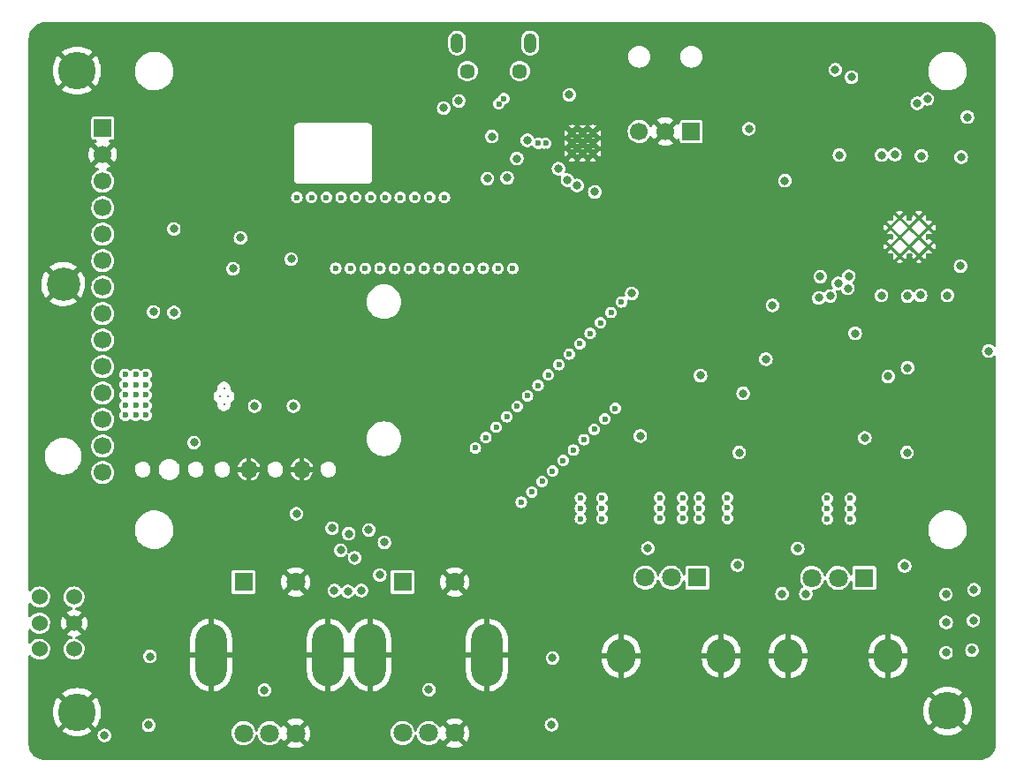
<source format=gbr>
%TF.GenerationSoftware,KiCad,Pcbnew,(6.0.10)*%
%TF.CreationDate,2023-12-11T17:02:30-05:00*%
%TF.ProjectId,Ultrasonic Sound Steering - Remote Rev. A,556c7472-6173-46f6-9e69-6320536f756e,rev?*%
%TF.SameCoordinates,Original*%
%TF.FileFunction,Copper,L3,Inr*%
%TF.FilePolarity,Positive*%
%FSLAX46Y46*%
G04 Gerber Fmt 4.6, Leading zero omitted, Abs format (unit mm)*
G04 Created by KiCad (PCBNEW (6.0.10)) date 2023-12-11 17:02:30*
%MOMM*%
%LPD*%
G01*
G04 APERTURE LIST*
%TA.AperFunction,ComponentPad*%
%ADD10R,1.800000X1.800000*%
%TD*%
%TA.AperFunction,ComponentPad*%
%ADD11C,1.800000*%
%TD*%
%TA.AperFunction,ComponentPad*%
%ADD12O,3.000000X6.000000*%
%TD*%
%TA.AperFunction,ComponentPad*%
%ADD13C,3.600000*%
%TD*%
%TA.AperFunction,ComponentPad*%
%ADD14R,1.700000X1.700000*%
%TD*%
%TA.AperFunction,ComponentPad*%
%ADD15C,1.700000*%
%TD*%
%TA.AperFunction,ComponentPad*%
%ADD16C,1.524000*%
%TD*%
%TA.AperFunction,ComponentPad*%
%ADD17O,2.720000X3.240000*%
%TD*%
%TA.AperFunction,ComponentPad*%
%ADD18C,0.300000*%
%TD*%
%TA.AperFunction,ComponentPad*%
%ADD19O,1.700000X1.700000*%
%TD*%
%TA.AperFunction,ComponentPad*%
%ADD20C,3.200000*%
%TD*%
%TA.AperFunction,ComponentPad*%
%ADD21C,1.450000*%
%TD*%
%TA.AperFunction,ComponentPad*%
%ADD22O,1.200000X1.900000*%
%TD*%
%TA.AperFunction,ComponentPad*%
%ADD23C,0.500000*%
%TD*%
%TA.AperFunction,ViaPad*%
%ADD24C,0.800000*%
%TD*%
%TA.AperFunction,ViaPad*%
%ADD25C,0.600000*%
%TD*%
G04 APERTURE END LIST*
D10*
%TO.N,Sel2_*%
%TO.C,SW1*%
X121490000Y-96582500D03*
D11*
%TO.N,GND*%
X126490000Y-96582500D03*
%TO.N,Net-(D8-Pad2)*%
X121490000Y-111082500D03*
%TO.N,GND*%
X126490000Y-111082500D03*
%TO.N,Net-(D12-Pad2)*%
X123990000Y-111082500D03*
D12*
%TO.N,GND*%
X118390000Y-103582500D03*
X129590000Y-103582500D03*
%TD*%
D10*
%TO.N,Sel1_*%
%TO.C,SW2*%
X136730000Y-96580000D03*
D11*
%TO.N,GND*%
X141730000Y-96580000D03*
%TO.N,Net-(D5-Pad2)*%
X136730000Y-111080000D03*
%TO.N,GND*%
X141730000Y-111080000D03*
%TO.N,Net-(D6-Pad2)*%
X139230000Y-111080000D03*
D12*
%TO.N,GND*%
X133630000Y-103580000D03*
X144830000Y-103580000D03*
%TD*%
D13*
%TO.N,GND*%
%TO.C,H3*%
X188960999Y-108957999D03*
%TD*%
D14*
%TO.N,+3V3*%
%TO.C,J4*%
X108011999Y-53062999D03*
D15*
%TO.N,GND*%
X108008999Y-55601999D03*
%TO.N,Net-(J4-Pad3)*%
X108008999Y-58141999D03*
%TO.N,Net-(J4-Pad4)*%
X108008999Y-60681999D03*
%TO.N,Net-(J4-Pad5)*%
X108008999Y-63221999D03*
%TO.N,Net-(J4-Pad6)*%
X108008999Y-65761999D03*
%TO.N,Net-(J4-Pad7)*%
X108008999Y-68301999D03*
%TO.N,TFT_LED*%
X108008999Y-70838999D03*
%TO.N,Net-(J4-Pad9)*%
X108008999Y-73378999D03*
%TO.N,unconnected-(J4-Pad10)*%
X108008999Y-75918999D03*
%TO.N,unconnected-(J4-Pad11)*%
X108008999Y-78458999D03*
%TO.N,unconnected-(J4-Pad12)*%
X108008999Y-80998999D03*
%TO.N,unconnected-(J4-Pad13)*%
X108008999Y-83538999D03*
%TO.N,unconnected-(J4-Pad14)*%
X108008999Y-86078999D03*
%TD*%
D13*
%TO.N,GND*%
%TO.C,H1*%
X105539000Y-47538999D03*
%TD*%
%TO.N,GND*%
%TO.C,H2*%
X105538999Y-109060999D03*
%TD*%
D16*
%TO.N,Net-(R4-Pad1)*%
%TO.C,S1*%
X101950000Y-98035400D03*
%TO.N,VBAT*%
X101950000Y-100535400D03*
%TO.N,unconnected-(S1-Pad3)*%
X101950000Y-103035400D03*
%TO.N,unconnected-(S1-Pad4)*%
X105250000Y-98035400D03*
%TO.N,GND*%
X105250000Y-100535400D03*
%TO.N,Net-(R1-Pad2)*%
X105250000Y-103035400D03*
%TD*%
D10*
%TO.N,Net-(R14-Pad2)*%
%TO.C,RV2*%
X180985400Y-96192800D03*
D11*
%TO.N,Net-(C18-Pad2)*%
X178485400Y-96192800D03*
%TO.N,Net-(R15-Pad1)*%
X175985400Y-96192800D03*
D17*
%TO.N,GND*%
X173685400Y-103692800D03*
X183285400Y-103692800D03*
%TD*%
D18*
%TO.N,GND*%
%TO.C,U3*%
X119977182Y-78780000D03*
X119277182Y-78780000D03*
X119627182Y-78030000D03*
X119627182Y-79530000D03*
%TD*%
D10*
%TO.N,Net-(R2-Pad2)*%
%TO.C,RV1*%
X164985400Y-96175000D03*
D11*
%TO.N,Net-(C3-Pad2)*%
X162485400Y-96175000D03*
%TO.N,Net-(R3-Pad1)*%
X159985400Y-96175000D03*
D17*
%TO.N,GND*%
X157685400Y-103675000D03*
X167285400Y-103675000D03*
%TD*%
D19*
%TO.N,GND*%
%TO.C,J1*%
X121997144Y-85792499D03*
X127077144Y-85792499D03*
D20*
X104217144Y-68013899D03*
%TD*%
D14*
%TO.N,RX2*%
%TO.C,J2*%
X164410000Y-53380001D03*
D15*
%TO.N,GND*%
X161910000Y-53380001D03*
%TO.N,TX2*%
X159410000Y-53380001D03*
%TD*%
D21*
%TO.N,Net-(J3-Pad6)*%
%TO.C,J3*%
X147970000Y-47582500D03*
D22*
X148970000Y-44882500D03*
D21*
X142970000Y-47582500D03*
D22*
X141970000Y-44882500D03*
%TD*%
D18*
%TO.N,GND*%
%TO.C,U7*%
X187145000Y-64407500D03*
X187145000Y-62572500D03*
X186227500Y-65325000D03*
X186227500Y-63490000D03*
X186227500Y-61655000D03*
X185310000Y-64407500D03*
X185310000Y-62572500D03*
X184392500Y-65325000D03*
X184392500Y-63490000D03*
X184392500Y-61655000D03*
X183475000Y-64407500D03*
X183475000Y-62572500D03*
%TD*%
D23*
%TO.N,GND*%
%TO.C,U6*%
X154990000Y-53500000D03*
X153990000Y-55500000D03*
X152990000Y-55500000D03*
X154990000Y-55500000D03*
X153990000Y-54500000D03*
X154990000Y-54500000D03*
X153990000Y-53500000D03*
X152990000Y-53500000D03*
X152990000Y-54500000D03*
%TD*%
D24*
%TO.N,GND*%
X180567655Y-77497655D03*
D25*
X145032000Y-72854000D03*
X120370000Y-75180000D03*
D24*
X185034500Y-81290000D03*
X176190000Y-99720000D03*
X137975001Y-53785001D03*
D25*
X143916944Y-57983056D03*
X151750000Y-58600000D03*
D24*
X120370000Y-62735500D03*
X192830000Y-67320000D03*
D25*
X177272379Y-47304401D03*
D24*
X162984499Y-99200001D03*
X161370000Y-75520000D03*
D25*
X120780000Y-81040000D03*
D24*
X192830000Y-60120000D03*
X178989999Y-99289999D03*
X124197182Y-75390000D03*
D25*
X143618000Y-75682000D03*
D24*
X150130000Y-47320000D03*
D25*
X145032000Y-75682000D03*
D24*
X161998935Y-82589500D03*
X125125000Y-107030000D03*
X176904750Y-81347375D03*
D25*
X147490000Y-50264500D03*
X147000000Y-46382500D03*
D24*
X110865000Y-103800000D03*
D25*
X177960000Y-46520000D03*
D24*
X148060000Y-50790000D03*
D25*
X138310000Y-107110000D03*
X126560000Y-89050000D03*
X177500000Y-66694500D03*
X132390000Y-92500000D03*
X118940000Y-76360000D03*
D24*
X190040000Y-77400000D03*
D25*
X163600000Y-91590000D03*
D24*
X192830000Y-64920000D03*
X116520000Y-62174500D03*
D25*
X188800000Y-104420000D03*
X143618000Y-71440000D03*
X152844977Y-48755023D03*
D24*
X178500000Y-77189500D03*
X120770000Y-71010000D03*
X185034500Y-82710000D03*
X140812500Y-106986250D03*
D25*
X174570000Y-92410000D03*
X192090000Y-102330000D03*
X142204000Y-71440000D03*
X140790000Y-72854000D03*
X165180000Y-91590000D03*
X192076737Y-96557716D03*
D24*
X113670000Y-75260000D03*
X141618698Y-54708698D03*
D25*
X188010000Y-50220000D03*
X175530000Y-93370000D03*
D24*
X112620001Y-82299999D03*
D25*
X175440000Y-98660000D03*
X177430000Y-87460000D03*
X159250000Y-93340000D03*
X119577182Y-81040000D03*
X185385535Y-51325500D03*
X179040000Y-46970000D03*
D24*
X186367500Y-67585000D03*
D25*
X115770000Y-70890000D03*
D24*
X172155400Y-94975002D03*
D25*
X140790000Y-75682000D03*
D24*
X122500000Y-88000000D03*
X186977500Y-77360000D03*
D25*
X143618000Y-72854000D03*
D24*
X163505001Y-79180001D03*
D25*
X175250000Y-69880000D03*
X145810879Y-57849064D03*
D24*
X168939999Y-75320000D03*
X192830000Y-57700000D03*
D25*
X163570000Y-87440000D03*
D24*
X143150000Y-50700000D03*
D25*
X113340000Y-110380000D03*
D24*
X188507500Y-77445000D03*
X155360000Y-47280000D03*
X150491379Y-55402105D03*
D25*
X185770000Y-68330000D03*
D24*
X168886635Y-82656635D03*
X192830000Y-56630000D03*
X137428191Y-89850001D03*
X180470000Y-66874500D03*
D25*
X142204000Y-74268000D03*
D24*
X138735002Y-47015000D03*
D25*
X119587182Y-82310000D03*
X173450000Y-57134500D03*
X150250000Y-111000000D03*
D24*
X115150000Y-75320000D03*
X141664999Y-53735001D03*
X168950001Y-81290001D03*
D25*
X113440000Y-104000000D03*
D24*
X116430000Y-69960000D03*
D25*
X120400000Y-73970000D03*
X118350000Y-81040000D03*
X140790000Y-74268000D03*
X177270000Y-68320000D03*
X184950000Y-68220000D03*
D24*
X192830000Y-63720000D03*
D25*
X155840000Y-87440000D03*
X145032000Y-74268000D03*
X132560000Y-98320000D03*
X161360000Y-87430000D03*
X118920000Y-73920000D03*
X167840000Y-95100000D03*
X192100000Y-99580000D03*
D24*
X125680000Y-75400000D03*
X192830000Y-66120000D03*
X185099998Y-78659999D03*
D25*
X177520000Y-55710000D03*
X152050000Y-103960000D03*
D24*
X116610000Y-75370000D03*
D25*
X145032000Y-71440000D03*
D24*
X186230000Y-95090000D03*
D25*
X119550000Y-66480000D03*
X185018056Y-55568056D03*
X177450000Y-91640000D03*
D24*
X192815000Y-55535000D03*
X149359999Y-110404689D03*
D25*
X156270000Y-59150000D03*
D24*
X122727182Y-75430000D03*
X156130000Y-94954998D03*
D25*
X143618000Y-74268000D03*
X118930000Y-75200000D03*
D24*
X192810000Y-52290000D03*
D25*
X167880000Y-91570000D03*
D24*
X137990000Y-55170000D03*
D25*
X113840000Y-62660000D03*
D24*
X192815000Y-69485000D03*
D25*
X170740000Y-53650000D03*
X179830000Y-47240000D03*
X161380000Y-91590000D03*
D24*
X117620000Y-80270000D03*
D25*
X153800000Y-91590000D03*
D24*
X191540000Y-77360000D03*
X159783885Y-99120615D03*
D25*
X181570000Y-55830000D03*
X191200000Y-51080000D03*
D24*
X181709999Y-77058998D03*
X161961611Y-80248282D03*
D25*
X122540000Y-107060000D03*
X142204000Y-72854000D03*
X178030000Y-67110000D03*
D24*
X192830000Y-58920000D03*
X192830000Y-62520000D03*
X192820000Y-72930000D03*
D25*
X111990000Y-71050000D03*
X167850000Y-87420000D03*
D24*
X151460000Y-51580000D03*
D25*
X150660000Y-57620000D03*
D24*
X192830000Y-61320000D03*
D25*
X173110000Y-98690000D03*
X148530000Y-56410000D03*
X192630000Y-75340000D03*
X179670000Y-91640000D03*
D24*
X163525000Y-85150000D03*
D25*
X142204000Y-75682000D03*
X140010000Y-50500000D03*
D24*
X110750000Y-110500000D03*
D25*
X155870000Y-91570000D03*
D24*
X149454999Y-104006001D03*
D25*
X120360000Y-76370000D03*
X182530000Y-77470000D03*
X140790000Y-71440000D03*
X165160000Y-87430000D03*
X160200000Y-92390000D03*
D24*
X123037182Y-80940000D03*
D25*
X133060000Y-93920000D03*
X135080000Y-95140000D03*
X153780000Y-87450000D03*
D24*
X192830000Y-68400000D03*
X140920000Y-48570000D03*
D25*
X127000000Y-65730000D03*
X131720000Y-93360000D03*
X130790000Y-98180000D03*
D24*
X129000000Y-97350000D03*
D25*
X189670667Y-56558785D03*
D24*
X148940000Y-50364500D03*
D25*
X179640000Y-87470000D03*
D24*
X189030000Y-67510000D03*
D25*
X180720000Y-47930000D03*
X151360000Y-57900000D03*
D24*
X179550000Y-85275000D03*
X173185500Y-68216227D03*
D25*
X168720000Y-85040000D03*
D24*
X137386595Y-91340001D03*
D25*
X180820000Y-48810000D03*
X158530023Y-82350023D03*
D24*
X168929999Y-76725500D03*
D25*
X184820000Y-85080000D03*
D24*
%TO.N,TFT_CS~*%
X178609943Y-55639943D03*
%TO.N,TFT_DC*%
X173378392Y-58081298D03*
%TO.N,TFT_MOSI*%
X190870000Y-51990000D03*
%TO.N,TFT_SCK*%
X182650000Y-55640000D03*
%TO.N,TFT_MISO*%
X183919999Y-55589999D03*
%TO.N,Enc1A_*%
X132790919Y-97391998D03*
%TO.N,Enc1B_*%
X131500000Y-97490000D03*
%TO.N,Enc2A_*%
X126570000Y-90040000D03*
%TO.N,Enc2B_*%
X130204600Y-97395400D03*
%TO.N,LB*%
X174600000Y-93370000D03*
X180110001Y-72735309D03*
%TO.N,Net-(D3-Pad1)*%
X188830000Y-100460000D03*
%TO.N,MCU_HB*%
X179498752Y-67272160D03*
X160240000Y-93340000D03*
%TO.N,ADC0*%
X169000000Y-84170000D03*
X182630000Y-69110000D03*
%TO.N,ADC1*%
X186377500Y-69085000D03*
X169381002Y-78499999D03*
%TO.N,TFT_RST*%
X190273767Y-55825420D03*
X120497937Y-66534508D03*
%TO.N,TFT_ON{slash}PWM_BL_CTRL*%
X126062500Y-65612500D03*
X186453077Y-55711614D03*
%TO.N,RX2*%
X179758528Y-48169863D03*
%TO.N,TX2*%
X178214533Y-47444533D03*
%TO.N,Net-(D4-Pad1)*%
X188800000Y-97760000D03*
%TO.N,Net-(Q1-Pad3)*%
X173099999Y-97719999D03*
X175384532Y-97712119D03*
%TO.N,Enc1A*%
X134550000Y-95910000D03*
X176771394Y-67303341D03*
%TO.N,Enc1B*%
X132150000Y-94260000D03*
X172194782Y-70045218D03*
%TO.N,/VIN*%
X126287182Y-79710000D03*
X122567182Y-79710000D03*
%TO.N,Enc2A*%
X129973688Y-91421002D03*
X177717835Y-69157257D03*
%TO.N,Enc2B*%
X130810000Y-93545500D03*
X176630000Y-69340000D03*
%TO.N,Sel1*%
X133510309Y-91595000D03*
X179415500Y-68430000D03*
%TO.N,Sel2*%
X131585000Y-91955000D03*
X178481539Y-67945265D03*
%TO.N,Net-(D14-Pad1)*%
X188820000Y-103360000D03*
%TO.N,Net-(J4-Pad5)*%
X121210000Y-63565500D03*
%TO.N,ADC2*%
X188950000Y-69090000D03*
X185080000Y-84170000D03*
%TO.N,EN_*%
X158700000Y-68900000D03*
X190210000Y-66280000D03*
%TO.N,IO0*%
X140670000Y-51120000D03*
X169929999Y-53129999D03*
D25*
%TO.N,+3V3*%
X112170000Y-78650000D03*
X156720000Y-70730000D03*
X148720000Y-78730000D03*
X111170000Y-78650000D03*
D24*
X123500000Y-106955000D03*
D25*
X143058000Y-66500000D03*
X110160000Y-76670000D03*
D24*
X148690000Y-54220000D03*
D25*
X145720000Y-81730000D03*
X155120000Y-81940000D03*
X110170000Y-77650000D03*
X161370000Y-90500000D03*
X138816000Y-66500000D03*
X153720000Y-73730000D03*
X112170000Y-79650000D03*
X148120000Y-88940000D03*
D24*
X185120000Y-76030500D03*
X112409999Y-110314689D03*
D25*
X163580000Y-90500000D03*
X145886000Y-66500000D03*
X111170000Y-79650000D03*
X163580000Y-88500000D03*
X150720000Y-76730000D03*
X139336000Y-59700000D03*
X151720000Y-75730000D03*
X112170000Y-77650000D03*
X157120000Y-79940000D03*
X153790000Y-88530000D03*
X179650000Y-89550000D03*
X152120000Y-84940000D03*
X161370000Y-89500000D03*
D24*
X139262500Y-106911250D03*
X116750000Y-83220002D03*
X114840000Y-70740000D03*
X168835398Y-94967082D03*
D25*
X177440000Y-88550000D03*
X179650000Y-90550000D03*
X155720000Y-71730000D03*
X140230000Y-66500000D03*
X163580000Y-89500000D03*
X165170000Y-90500000D03*
X152720000Y-74730000D03*
X154720000Y-72730000D03*
X111160000Y-76670000D03*
X137922000Y-59700000D03*
X177440000Y-89550000D03*
D24*
X191438155Y-100286639D03*
X183280000Y-76870000D03*
D25*
X129438000Y-59700000D03*
X111170000Y-80600000D03*
D24*
X114820000Y-62720000D03*
X151115001Y-103869999D03*
D25*
X133680000Y-59700000D03*
D24*
X112870000Y-70680000D03*
X112531942Y-103722536D03*
D25*
X167860000Y-88480000D03*
X143720000Y-83730000D03*
X167860000Y-90480000D03*
X151120000Y-85940000D03*
X144720000Y-82730000D03*
X130852000Y-59700000D03*
X112160000Y-76670000D03*
X111170000Y-77650000D03*
X130332000Y-66500000D03*
X134574000Y-66500000D03*
X112170000Y-80600000D03*
X153790000Y-89530000D03*
X132266000Y-59700000D03*
X149720000Y-77730000D03*
D24*
X135000000Y-92790000D03*
D25*
X144472000Y-66500000D03*
D24*
X151012501Y-110263513D03*
D25*
X126610000Y-59700000D03*
X149120000Y-87940000D03*
X131746000Y-66500000D03*
X110170000Y-79650000D03*
X137402000Y-66500000D03*
X146720000Y-80730000D03*
D24*
X192911248Y-74430000D03*
D25*
X179650000Y-88550000D03*
X153120000Y-83940000D03*
X161370000Y-88500000D03*
X177440000Y-90550000D03*
X140750000Y-59700000D03*
D24*
X108170000Y-111300000D03*
D25*
X133160000Y-66500000D03*
X128024000Y-59700000D03*
X135094000Y-59700000D03*
X155850000Y-88510000D03*
X154120000Y-82940000D03*
X110170000Y-78650000D03*
X147720000Y-79730000D03*
X155850000Y-90510000D03*
X110170000Y-80600000D03*
X153790000Y-90530000D03*
X165170000Y-89500000D03*
D24*
X191300000Y-103110000D03*
X171560000Y-75210000D03*
D25*
X165170000Y-88500000D03*
X156120000Y-80940000D03*
X147300000Y-66500000D03*
X155850000Y-89510000D03*
X136508000Y-59700000D03*
D24*
X165300001Y-76780001D03*
D25*
X167860000Y-89480000D03*
X141644000Y-66500000D03*
D24*
X184845400Y-95047082D03*
D25*
X135988000Y-66500000D03*
X150120000Y-86940000D03*
D24*
X181035001Y-82759999D03*
D25*
X157720000Y-69730000D03*
D24*
X191498863Y-97311119D03*
%TO.N,VBUS*%
X152711920Y-49853070D03*
X142130000Y-50450000D03*
D25*
%TO.N,/D+*%
X150450000Y-54500000D03*
X146440000Y-50230000D03*
%TO.N,/D-*%
X145960000Y-50720000D03*
X149750000Y-54520000D03*
D24*
%TO.N,Net-(R4-Pad1)*%
X159525000Y-82575000D03*
%TO.N,DTR*%
X145300000Y-53858697D03*
X151680000Y-56950000D03*
X146760023Y-57822987D03*
%TO.N,RTS*%
X147692193Y-55963195D03*
X144862650Y-57898237D03*
X155161754Y-59178070D03*
%TO.N,Net-(R30-Pad2)*%
X185140000Y-69160000D03*
%TO.N,ESP32_TXD0*%
X153458272Y-58545500D03*
X186065088Y-50662354D03*
%TO.N,ESP32_RXD0*%
X152539795Y-58037704D03*
X187035377Y-50262362D03*
%TD*%
%TA.AperFunction,Conductor*%
%TO.N,GND*%
G36*
X191988704Y-42901997D02*
G01*
X192001387Y-42903968D01*
X192001388Y-42903968D01*
X192011183Y-42905490D01*
X192020969Y-42903911D01*
X192027415Y-42903892D01*
X192047301Y-42902984D01*
X192228712Y-42915457D01*
X192246555Y-42917975D01*
X192450919Y-42961916D01*
X192468219Y-42966953D01*
X192664231Y-43039600D01*
X192680623Y-43047049D01*
X192796632Y-43110134D01*
X192864266Y-43146913D01*
X192879435Y-43156628D01*
X193046957Y-43281670D01*
X193060578Y-43293444D01*
X193208545Y-43441099D01*
X193220358Y-43454707D01*
X193345742Y-43621950D01*
X193355491Y-43637100D01*
X193455746Y-43820538D01*
X193463231Y-43836920D01*
X193536288Y-44032770D01*
X193541362Y-44050060D01*
X193585732Y-44254318D01*
X193588289Y-44272157D01*
X193601148Y-44453580D01*
X193600286Y-44473357D01*
X193600281Y-44479882D01*
X193598722Y-44489674D01*
X193602127Y-44511287D01*
X193602170Y-44511557D01*
X193603706Y-44531193D01*
X193601241Y-56278878D01*
X193597547Y-73889197D01*
X193577531Y-73957314D01*
X193523865Y-74003796D01*
X193453589Y-74013885D01*
X193387728Y-73983247D01*
X193290896Y-73896972D01*
X193290893Y-73896970D01*
X193285224Y-73891919D01*
X193146079Y-73818245D01*
X193129370Y-73814048D01*
X193000746Y-73781740D01*
X193000744Y-73781740D01*
X192993376Y-73779889D01*
X192985778Y-73779849D01*
X192985776Y-73779849D01*
X192918567Y-73779497D01*
X192835932Y-73779065D01*
X192828553Y-73780837D01*
X192828549Y-73780837D01*
X192690215Y-73814048D01*
X192690211Y-73814049D01*
X192682836Y-73815820D01*
X192599285Y-73858944D01*
X192555893Y-73881340D01*
X192542927Y-73888032D01*
X192537205Y-73893024D01*
X192537203Y-73893025D01*
X192430007Y-73986538D01*
X192430004Y-73986541D01*
X192424282Y-73991533D01*
X192411698Y-74009438D01*
X192347478Y-74100814D01*
X192333749Y-74120348D01*
X192276557Y-74267039D01*
X192274042Y-74286145D01*
X192260301Y-74390518D01*
X192256006Y-74423138D01*
X192273283Y-74579633D01*
X192327391Y-74727490D01*
X192331628Y-74733796D01*
X192331630Y-74733799D01*
X192371957Y-74793811D01*
X192415206Y-74858172D01*
X192461347Y-74900157D01*
X192496459Y-74932106D01*
X192531658Y-74964135D01*
X192553133Y-74975795D01*
X192663347Y-75035637D01*
X192663349Y-75035638D01*
X192670024Y-75039262D01*
X192677373Y-75041190D01*
X192814967Y-75077287D01*
X192814969Y-75077287D01*
X192822317Y-75079215D01*
X192905628Y-75080524D01*
X192972146Y-75081569D01*
X192972149Y-75081569D01*
X192979743Y-75081688D01*
X193133216Y-75046538D01*
X193273873Y-74975795D01*
X193389490Y-74877049D01*
X193454279Y-74848018D01*
X193524479Y-74858623D01*
X193577802Y-74905498D01*
X193597320Y-74972885D01*
X193597043Y-76293174D01*
X193597006Y-76468449D01*
X193597005Y-76468480D01*
X193596996Y-76468537D01*
X193597000Y-76497641D01*
X193596993Y-76531435D01*
X193597003Y-76531499D01*
X193597005Y-76531542D01*
X193601994Y-112037546D01*
X193601994Y-112040149D01*
X193600501Y-112059506D01*
X193597010Y-112081972D01*
X193598589Y-112091758D01*
X193598608Y-112098204D01*
X193599517Y-112118086D01*
X193590305Y-112252072D01*
X193587044Y-112299506D01*
X193584527Y-112317344D01*
X193547252Y-112490714D01*
X193540588Y-112521707D01*
X193535552Y-112539005D01*
X193493534Y-112652377D01*
X193462904Y-112735020D01*
X193455449Y-112751425D01*
X193355595Y-112935052D01*
X193345877Y-112950226D01*
X193220841Y-113117744D01*
X193209056Y-113131378D01*
X193061407Y-113279339D01*
X193047800Y-113291152D01*
X192880550Y-113416542D01*
X192865396Y-113426292D01*
X192681973Y-113526540D01*
X192665586Y-113534028D01*
X192469731Y-113607088D01*
X192452442Y-113612161D01*
X192248183Y-113656531D01*
X192230346Y-113659088D01*
X192048983Y-113671944D01*
X192028981Y-113671072D01*
X192022617Y-113671067D01*
X192012826Y-113669508D01*
X191990883Y-113672965D01*
X191971275Y-113674500D01*
X102541436Y-113674500D01*
X102521726Y-113672949D01*
X102509793Y-113671059D01*
X102500000Y-113669508D01*
X102490206Y-113671059D01*
X102485045Y-113671059D01*
X102463794Y-113671995D01*
X102397023Y-113667376D01*
X102288075Y-113659839D01*
X102270850Y-113657444D01*
X102071497Y-113615536D01*
X102054765Y-113610792D01*
X102044467Y-113607087D01*
X102016122Y-113596890D01*
X101863077Y-113541831D01*
X101847167Y-113534833D01*
X101666789Y-113440128D01*
X101651999Y-113431008D01*
X101486388Y-113312374D01*
X101472988Y-113301300D01*
X101325282Y-113160984D01*
X101313539Y-113148174D01*
X101186567Y-112988863D01*
X101176695Y-112974551D01*
X101150689Y-112930647D01*
X101144629Y-112920417D01*
X101072875Y-112799283D01*
X101065066Y-112783745D01*
X100986363Y-112595842D01*
X100980767Y-112579374D01*
X100928693Y-112382437D01*
X100925418Y-112365358D01*
X100910727Y-112243906D01*
X125693423Y-112243906D01*
X125698704Y-112250961D01*
X125875080Y-112354027D01*
X125884363Y-112358474D01*
X126091003Y-112437383D01*
X126100901Y-112440259D01*
X126317653Y-112484357D01*
X126327883Y-112485576D01*
X126548914Y-112493682D01*
X126559223Y-112493214D01*
X126778623Y-112465108D01*
X126788688Y-112462968D01*
X127000557Y-112399405D01*
X127010152Y-112395644D01*
X127208778Y-112298338D01*
X127217636Y-112293059D01*
X127275097Y-112252072D01*
X127283472Y-112241406D01*
X140933423Y-112241406D01*
X140938704Y-112248461D01*
X141115080Y-112351527D01*
X141124363Y-112355974D01*
X141331003Y-112434883D01*
X141340901Y-112437759D01*
X141557653Y-112481857D01*
X141567883Y-112483076D01*
X141788914Y-112491182D01*
X141799223Y-112490714D01*
X142018623Y-112462608D01*
X142028688Y-112460468D01*
X142240557Y-112396905D01*
X142250152Y-112393144D01*
X142448778Y-112295838D01*
X142457636Y-112290559D01*
X142515097Y-112249572D01*
X142523497Y-112238874D01*
X142516510Y-112225721D01*
X141742811Y-111452021D01*
X141728868Y-111444408D01*
X141727034Y-111444539D01*
X141720420Y-111448790D01*
X140940180Y-112229031D01*
X140933423Y-112241406D01*
X127283472Y-112241406D01*
X127283497Y-112241374D01*
X127276510Y-112228221D01*
X126502811Y-111454521D01*
X126488868Y-111446908D01*
X126487034Y-111447039D01*
X126480420Y-111451290D01*
X125700180Y-112231531D01*
X125693423Y-112243906D01*
X100910727Y-112243906D01*
X100904301Y-112190781D01*
X100904138Y-112168475D01*
X100903911Y-112164064D01*
X100904958Y-112154205D01*
X100902907Y-112144504D01*
X100902751Y-112141471D01*
X100900500Y-112119948D01*
X100900500Y-110865285D01*
X104100170Y-110865285D01*
X104106627Y-110874645D01*
X104127863Y-110893269D01*
X104134394Y-110898280D01*
X104379090Y-111061780D01*
X104386227Y-111065901D01*
X104650173Y-111196064D01*
X104657777Y-111199214D01*
X104936456Y-111293813D01*
X104944408Y-111295944D01*
X105233055Y-111353359D01*
X105241213Y-111354433D01*
X105534880Y-111373681D01*
X105543118Y-111373681D01*
X105836785Y-111354433D01*
X105844943Y-111353359D01*
X106133590Y-111295944D01*
X106141542Y-111293813D01*
X106143530Y-111293138D01*
X107514758Y-111293138D01*
X107532035Y-111449633D01*
X107586143Y-111597490D01*
X107590380Y-111603796D01*
X107590382Y-111603799D01*
X107603307Y-111623033D01*
X107673958Y-111728172D01*
X107790410Y-111834135D01*
X107797085Y-111837759D01*
X107922099Y-111905637D01*
X107922101Y-111905638D01*
X107928776Y-111909262D01*
X107936125Y-111911190D01*
X108073719Y-111947287D01*
X108073721Y-111947287D01*
X108081069Y-111949215D01*
X108164380Y-111950524D01*
X108230898Y-111951569D01*
X108230901Y-111951569D01*
X108238495Y-111951688D01*
X108391968Y-111916538D01*
X108532625Y-111845795D01*
X108582708Y-111803020D01*
X108646574Y-111748474D01*
X108646576Y-111748471D01*
X108652348Y-111743542D01*
X108744224Y-111615683D01*
X108751477Y-111597642D01*
X108800114Y-111476652D01*
X108802950Y-111469598D01*
X108820823Y-111344015D01*
X108824553Y-111317807D01*
X108824553Y-111317804D01*
X108825134Y-111313723D01*
X108825278Y-111300000D01*
X108806363Y-111143694D01*
X108782119Y-111079534D01*
X108771811Y-111052254D01*
X120334967Y-111052254D01*
X120348796Y-111263249D01*
X120350217Y-111268845D01*
X120350218Y-111268850D01*
X120399424Y-111462595D01*
X120400845Y-111468190D01*
X120403262Y-111473433D01*
X120486951Y-111654969D01*
X120489369Y-111660214D01*
X120611405Y-111832891D01*
X120762865Y-111980437D01*
X120767661Y-111983642D01*
X120767664Y-111983644D01*
X120881212Y-112059514D01*
X120938677Y-112097911D01*
X120943985Y-112100192D01*
X120943986Y-112100192D01*
X121127650Y-112179100D01*
X121127653Y-112179101D01*
X121132953Y-112181378D01*
X121138582Y-112182652D01*
X121138583Y-112182652D01*
X121333550Y-112226769D01*
X121333553Y-112226769D01*
X121339186Y-112228044D01*
X121344957Y-112228271D01*
X121344959Y-112228271D01*
X121406989Y-112230708D01*
X121550470Y-112236346D01*
X121556179Y-112235518D01*
X121556183Y-112235518D01*
X121754015Y-112206833D01*
X121754019Y-112206832D01*
X121759730Y-112206004D01*
X121846352Y-112176600D01*
X121954483Y-112139895D01*
X121954488Y-112139893D01*
X121959955Y-112138037D01*
X121964998Y-112135213D01*
X122139395Y-112037546D01*
X122139399Y-112037543D01*
X122144442Y-112034719D01*
X122307012Y-111899512D01*
X122442219Y-111736942D01*
X122445043Y-111731899D01*
X122445046Y-111731895D01*
X122542713Y-111557498D01*
X122542714Y-111557496D01*
X122545537Y-111552455D01*
X122547393Y-111546988D01*
X122547395Y-111546983D01*
X122602035Y-111386017D01*
X122613504Y-111352230D01*
X122616334Y-111332713D01*
X122645905Y-111268167D01*
X122705677Y-111229855D01*
X122776673Y-111229941D01*
X122836353Y-111268396D01*
X122863153Y-111319779D01*
X122899423Y-111462593D01*
X122899424Y-111462595D01*
X122900845Y-111468190D01*
X122903262Y-111473433D01*
X122986951Y-111654969D01*
X122989369Y-111660214D01*
X123111405Y-111832891D01*
X123262865Y-111980437D01*
X123267661Y-111983642D01*
X123267664Y-111983644D01*
X123381212Y-112059514D01*
X123438677Y-112097911D01*
X123443985Y-112100192D01*
X123443986Y-112100192D01*
X123627650Y-112179100D01*
X123627653Y-112179101D01*
X123632953Y-112181378D01*
X123638582Y-112182652D01*
X123638583Y-112182652D01*
X123833550Y-112226769D01*
X123833553Y-112226769D01*
X123839186Y-112228044D01*
X123844957Y-112228271D01*
X123844959Y-112228271D01*
X123906989Y-112230708D01*
X124050470Y-112236346D01*
X124056179Y-112235518D01*
X124056183Y-112235518D01*
X124254015Y-112206833D01*
X124254019Y-112206832D01*
X124259730Y-112206004D01*
X124346352Y-112176600D01*
X124454483Y-112139895D01*
X124454488Y-112139893D01*
X124459955Y-112138037D01*
X124464998Y-112135213D01*
X124639395Y-112037546D01*
X124639399Y-112037543D01*
X124644442Y-112034719D01*
X124807012Y-111899512D01*
X124942219Y-111736942D01*
X124984458Y-111661519D01*
X125035195Y-111611858D01*
X125104727Y-111597511D01*
X125170978Y-111623033D01*
X125211135Y-111675682D01*
X125226989Y-111714726D01*
X125231634Y-111723921D01*
X125320097Y-111868281D01*
X125330553Y-111877742D01*
X125339331Y-111873958D01*
X126117979Y-111095311D01*
X126124356Y-111083632D01*
X126854408Y-111083632D01*
X126854539Y-111085466D01*
X126858790Y-111092080D01*
X127636307Y-111869596D01*
X127648313Y-111876152D01*
X127660052Y-111867184D01*
X127698010Y-111814359D01*
X127703321Y-111805520D01*
X127801318Y-111607237D01*
X127805117Y-111597642D01*
X127869415Y-111386017D01*
X127871594Y-111375936D01*
X127900702Y-111154838D01*
X127901221Y-111148163D01*
X127902744Y-111085864D01*
X127902550Y-111079146D01*
X127900134Y-111049754D01*
X135574967Y-111049754D01*
X135588796Y-111260749D01*
X135590217Y-111266345D01*
X135590218Y-111266350D01*
X135639424Y-111460095D01*
X135640845Y-111465690D01*
X135643262Y-111470933D01*
X135712228Y-111620533D01*
X135729369Y-111657714D01*
X135851405Y-111830391D01*
X135862152Y-111840860D01*
X135975798Y-111951569D01*
X136002865Y-111977937D01*
X136007661Y-111981142D01*
X136007664Y-111981144D01*
X136108693Y-112048649D01*
X136178677Y-112095411D01*
X136183985Y-112097692D01*
X136183986Y-112097692D01*
X136367650Y-112176600D01*
X136367653Y-112176601D01*
X136372953Y-112178878D01*
X136378582Y-112180152D01*
X136378583Y-112180152D01*
X136573550Y-112224269D01*
X136573553Y-112224269D01*
X136579186Y-112225544D01*
X136584957Y-112225771D01*
X136584959Y-112225771D01*
X136642810Y-112228044D01*
X136790470Y-112233846D01*
X136796179Y-112233018D01*
X136796183Y-112233018D01*
X136994015Y-112204333D01*
X136994019Y-112204332D01*
X136999730Y-112203504D01*
X137079052Y-112176578D01*
X137194483Y-112137395D01*
X137194488Y-112137393D01*
X137199955Y-112135537D01*
X137204998Y-112132713D01*
X137379395Y-112035046D01*
X137379399Y-112035043D01*
X137384442Y-112032219D01*
X137547012Y-111897012D01*
X137682219Y-111734442D01*
X137685043Y-111729399D01*
X137685046Y-111729395D01*
X137782713Y-111554998D01*
X137782714Y-111554996D01*
X137785537Y-111549955D01*
X137787393Y-111544488D01*
X137787395Y-111544483D01*
X137845457Y-111373436D01*
X137853504Y-111349730D01*
X137855972Y-111332713D01*
X137856334Y-111330213D01*
X137885905Y-111265667D01*
X137945677Y-111227355D01*
X138016673Y-111227441D01*
X138076353Y-111265896D01*
X138103153Y-111317279D01*
X138139423Y-111460093D01*
X138139424Y-111460095D01*
X138140845Y-111465690D01*
X138143262Y-111470933D01*
X138212228Y-111620533D01*
X138229369Y-111657714D01*
X138351405Y-111830391D01*
X138362152Y-111840860D01*
X138475798Y-111951569D01*
X138502865Y-111977937D01*
X138507661Y-111981142D01*
X138507664Y-111981144D01*
X138608693Y-112048649D01*
X138678677Y-112095411D01*
X138683985Y-112097692D01*
X138683986Y-112097692D01*
X138867650Y-112176600D01*
X138867653Y-112176601D01*
X138872953Y-112178878D01*
X138878582Y-112180152D01*
X138878583Y-112180152D01*
X139073550Y-112224269D01*
X139073553Y-112224269D01*
X139079186Y-112225544D01*
X139084957Y-112225771D01*
X139084959Y-112225771D01*
X139142810Y-112228044D01*
X139290470Y-112233846D01*
X139296179Y-112233018D01*
X139296183Y-112233018D01*
X139494015Y-112204333D01*
X139494019Y-112204332D01*
X139499730Y-112203504D01*
X139579052Y-112176578D01*
X139694483Y-112137395D01*
X139694488Y-112137393D01*
X139699955Y-112135537D01*
X139704998Y-112132713D01*
X139879395Y-112035046D01*
X139879399Y-112035043D01*
X139884442Y-112032219D01*
X140047012Y-111897012D01*
X140182219Y-111734442D01*
X140224458Y-111659019D01*
X140275195Y-111609358D01*
X140344727Y-111595011D01*
X140410978Y-111620533D01*
X140451135Y-111673182D01*
X140466989Y-111712226D01*
X140471634Y-111721421D01*
X140560097Y-111865781D01*
X140570553Y-111875242D01*
X140579331Y-111871458D01*
X141357979Y-111092811D01*
X141364356Y-111081132D01*
X142094408Y-111081132D01*
X142094539Y-111082966D01*
X142098790Y-111089580D01*
X142876307Y-111867096D01*
X142888313Y-111873652D01*
X142900052Y-111864684D01*
X142938010Y-111811859D01*
X142943321Y-111803020D01*
X143041318Y-111604737D01*
X143045117Y-111595142D01*
X143109415Y-111383517D01*
X143111594Y-111373436D01*
X143140702Y-111152338D01*
X143141221Y-111145663D01*
X143142744Y-111083364D01*
X143142550Y-111076646D01*
X143124279Y-110854400D01*
X143122596Y-110844238D01*
X143068710Y-110629708D01*
X143065389Y-110619953D01*
X142977193Y-110417118D01*
X142972315Y-110408020D01*
X142899224Y-110295038D01*
X142888538Y-110285835D01*
X142878973Y-110290238D01*
X142102021Y-111067189D01*
X142094408Y-111081132D01*
X141364356Y-111081132D01*
X141365592Y-111078868D01*
X141365461Y-111077034D01*
X141361210Y-111070420D01*
X140583862Y-110293073D01*
X140572330Y-110286776D01*
X140560048Y-110296399D01*
X140504467Y-110377877D01*
X140499379Y-110386833D01*
X140451031Y-110490992D01*
X140404207Y-110544359D01*
X140335964Y-110563940D01*
X140267968Y-110543517D01*
X140223739Y-110493674D01*
X140217723Y-110481475D01*
X140217718Y-110481466D01*
X140215165Y-110476290D01*
X140088651Y-110306867D01*
X139933381Y-110163337D01*
X139754554Y-110050505D01*
X139558160Y-109972152D01*
X139552503Y-109971027D01*
X139552497Y-109971025D01*
X139356442Y-109932028D01*
X139356440Y-109932028D01*
X139350775Y-109930901D01*
X139345000Y-109930825D01*
X139344996Y-109930825D01*
X139238976Y-109929437D01*
X139139346Y-109928133D01*
X139133649Y-109929112D01*
X139133648Y-109929112D01*
X138936650Y-109962962D01*
X138936649Y-109962962D01*
X138930953Y-109963941D01*
X138732575Y-110037127D01*
X138727614Y-110040079D01*
X138727613Y-110040079D01*
X138613312Y-110108081D01*
X138550856Y-110145238D01*
X138391881Y-110284655D01*
X138260976Y-110450708D01*
X138258287Y-110455819D01*
X138258285Y-110455822D01*
X138235094Y-110499902D01*
X138162523Y-110637836D01*
X138099820Y-110839773D01*
X138097944Y-110839191D01*
X138068401Y-110893906D01*
X138006249Y-110928224D01*
X137935410Y-110923492D01*
X137878375Y-110881214D01*
X137857618Y-110839432D01*
X137845166Y-110795280D01*
X137808686Y-110665931D01*
X137801243Y-110650837D01*
X137717719Y-110481469D01*
X137715165Y-110476290D01*
X137588651Y-110306867D01*
X137433381Y-110163337D01*
X137254554Y-110050505D01*
X137058160Y-109972152D01*
X137052503Y-109971027D01*
X137052497Y-109971025D01*
X136856442Y-109932028D01*
X136856440Y-109932028D01*
X136850775Y-109930901D01*
X136845000Y-109930825D01*
X136844996Y-109930825D01*
X136738976Y-109929437D01*
X136639346Y-109928133D01*
X136633649Y-109929112D01*
X136633648Y-109929112D01*
X136436650Y-109962962D01*
X136436649Y-109962962D01*
X136430953Y-109963941D01*
X136232575Y-110037127D01*
X136227614Y-110040079D01*
X136227613Y-110040079D01*
X136113312Y-110108081D01*
X136050856Y-110145238D01*
X135891881Y-110284655D01*
X135760976Y-110450708D01*
X135758287Y-110455819D01*
X135758285Y-110455822D01*
X135735094Y-110499902D01*
X135662523Y-110637836D01*
X135599820Y-110839773D01*
X135574967Y-111049754D01*
X127900134Y-111049754D01*
X127884279Y-110856900D01*
X127882596Y-110846738D01*
X127828710Y-110632208D01*
X127825389Y-110622453D01*
X127737193Y-110419618D01*
X127732315Y-110410520D01*
X127659224Y-110297538D01*
X127648538Y-110288335D01*
X127638973Y-110292738D01*
X126862021Y-111069689D01*
X126854408Y-111083632D01*
X126124356Y-111083632D01*
X126125592Y-111081368D01*
X126125461Y-111079534D01*
X126121210Y-111072920D01*
X125343862Y-110295573D01*
X125332330Y-110289276D01*
X125320048Y-110298899D01*
X125264467Y-110380377D01*
X125259379Y-110389333D01*
X125211031Y-110493492D01*
X125164207Y-110546859D01*
X125095964Y-110566440D01*
X125027968Y-110546017D01*
X124983739Y-110496174D01*
X124977723Y-110483975D01*
X124977718Y-110483966D01*
X124975165Y-110478790D01*
X124848651Y-110309367D01*
X124693381Y-110165837D01*
X124514554Y-110053005D01*
X124318160Y-109974652D01*
X124312503Y-109973527D01*
X124312497Y-109973525D01*
X124116442Y-109934528D01*
X124116440Y-109934528D01*
X124110775Y-109933401D01*
X124105000Y-109933325D01*
X124104996Y-109933325D01*
X123998976Y-109931937D01*
X123899346Y-109930633D01*
X123893649Y-109931612D01*
X123893648Y-109931612D01*
X123696650Y-109965462D01*
X123696649Y-109965462D01*
X123690953Y-109966441D01*
X123492575Y-110039627D01*
X123487614Y-110042579D01*
X123487613Y-110042579D01*
X123377514Y-110108081D01*
X123310856Y-110147738D01*
X123151881Y-110287155D01*
X123020976Y-110453208D01*
X123018287Y-110458319D01*
X123018285Y-110458322D01*
X122999686Y-110493674D01*
X122922523Y-110640336D01*
X122859820Y-110842273D01*
X122857944Y-110841691D01*
X122828401Y-110896406D01*
X122766249Y-110930724D01*
X122695410Y-110925992D01*
X122638375Y-110883714D01*
X122617618Y-110841932D01*
X122604461Y-110795280D01*
X122568686Y-110668431D01*
X122559543Y-110649889D01*
X122477719Y-110483969D01*
X122475165Y-110478790D01*
X122348651Y-110309367D01*
X122193381Y-110165837D01*
X122014554Y-110053005D01*
X121818160Y-109974652D01*
X121812503Y-109973527D01*
X121812497Y-109973525D01*
X121616442Y-109934528D01*
X121616440Y-109934528D01*
X121610775Y-109933401D01*
X121605000Y-109933325D01*
X121604996Y-109933325D01*
X121498976Y-109931937D01*
X121399346Y-109930633D01*
X121393649Y-109931612D01*
X121393648Y-109931612D01*
X121196650Y-109965462D01*
X121196649Y-109965462D01*
X121190953Y-109966441D01*
X120992575Y-110039627D01*
X120987614Y-110042579D01*
X120987613Y-110042579D01*
X120877514Y-110108081D01*
X120810856Y-110147738D01*
X120651881Y-110287155D01*
X120520976Y-110453208D01*
X120518287Y-110458319D01*
X120518285Y-110458322D01*
X120499686Y-110493674D01*
X120422523Y-110640336D01*
X120359820Y-110842273D01*
X120334967Y-111052254D01*
X108771811Y-111052254D01*
X108753394Y-111003514D01*
X108753393Y-111003511D01*
X108750710Y-110996412D01*
X108661531Y-110866657D01*
X108588145Y-110801272D01*
X108549648Y-110766972D01*
X108549645Y-110766970D01*
X108543976Y-110761919D01*
X108518678Y-110748524D01*
X108452926Y-110713710D01*
X108404831Y-110688245D01*
X108338150Y-110671496D01*
X108259498Y-110651740D01*
X108259496Y-110651740D01*
X108252128Y-110649889D01*
X108244530Y-110649849D01*
X108244528Y-110649849D01*
X108177319Y-110649497D01*
X108094684Y-110649065D01*
X108087305Y-110650837D01*
X108087301Y-110650837D01*
X107948967Y-110684048D01*
X107948963Y-110684049D01*
X107941588Y-110685820D01*
X107879316Y-110717961D01*
X107820101Y-110748524D01*
X107801679Y-110758032D01*
X107795957Y-110763024D01*
X107795955Y-110763025D01*
X107688759Y-110856538D01*
X107688756Y-110856541D01*
X107683034Y-110861533D01*
X107660282Y-110893906D01*
X107611003Y-110964023D01*
X107592501Y-110990348D01*
X107535309Y-111137039D01*
X107533440Y-111151234D01*
X107517715Y-111270681D01*
X107514758Y-111293138D01*
X106143530Y-111293138D01*
X106420221Y-111199214D01*
X106427825Y-111196064D01*
X106691771Y-111065901D01*
X106698908Y-111061780D01*
X106943604Y-110898280D01*
X106950135Y-110893269D01*
X106969506Y-110876280D01*
X106977902Y-110863043D01*
X106972068Y-110853278D01*
X105551811Y-109433021D01*
X105537867Y-109425407D01*
X105536034Y-109425538D01*
X105529419Y-109429789D01*
X104107684Y-110851524D01*
X104100170Y-110865285D01*
X100900500Y-110865285D01*
X100900500Y-109065118D01*
X103226317Y-109065118D01*
X103245565Y-109358785D01*
X103246639Y-109366943D01*
X103304054Y-109655590D01*
X103306185Y-109663542D01*
X103400784Y-109942221D01*
X103403934Y-109949825D01*
X103534097Y-110213771D01*
X103538218Y-110220908D01*
X103701718Y-110465604D01*
X103706729Y-110472135D01*
X103723718Y-110491506D01*
X103736955Y-110499902D01*
X103746720Y-110494068D01*
X105166977Y-109073811D01*
X105173355Y-109062131D01*
X105903407Y-109062131D01*
X105903538Y-109063964D01*
X105907789Y-109070579D01*
X107329524Y-110492314D01*
X107343285Y-110499828D01*
X107352645Y-110493371D01*
X107371269Y-110472135D01*
X107376280Y-110465604D01*
X107481703Y-110307827D01*
X111754757Y-110307827D01*
X111772034Y-110464322D01*
X111826142Y-110612179D01*
X111830379Y-110618485D01*
X111830381Y-110618488D01*
X111867681Y-110673996D01*
X111913957Y-110742861D01*
X111930995Y-110758364D01*
X112023210Y-110842273D01*
X112030409Y-110848824D01*
X112045283Y-110856900D01*
X112162098Y-110920326D01*
X112162100Y-110920327D01*
X112168775Y-110923951D01*
X112176124Y-110925879D01*
X112313718Y-110961976D01*
X112313720Y-110961976D01*
X112321068Y-110963904D01*
X112404379Y-110965213D01*
X112470897Y-110966258D01*
X112470900Y-110966258D01*
X112478494Y-110966377D01*
X112631967Y-110931227D01*
X112772624Y-110860484D01*
X112803333Y-110834256D01*
X112886573Y-110763163D01*
X112886575Y-110763160D01*
X112892347Y-110758231D01*
X112984223Y-110630372D01*
X112987407Y-110622453D01*
X113017795Y-110546859D01*
X113042949Y-110484287D01*
X113053074Y-110413146D01*
X113064552Y-110332496D01*
X113064552Y-110332493D01*
X113065133Y-110328412D01*
X113065277Y-110314689D01*
X113064331Y-110306867D01*
X113053928Y-110220908D01*
X113046362Y-110158383D01*
X113005735Y-110050866D01*
X112993393Y-110018203D01*
X112993392Y-110018200D01*
X112990709Y-110011101D01*
X112930303Y-109923211D01*
X125695508Y-109923211D01*
X125702251Y-109935540D01*
X126477189Y-110710479D01*
X126491132Y-110718092D01*
X126492966Y-110717961D01*
X126499580Y-110713710D01*
X127278994Y-109934295D01*
X127286011Y-109921444D01*
X127285477Y-109920711D01*
X140935508Y-109920711D01*
X140942251Y-109933040D01*
X141717189Y-110707979D01*
X141731132Y-110715592D01*
X141732966Y-110715461D01*
X141739580Y-110711210D01*
X142194138Y-110256651D01*
X150357259Y-110256651D01*
X150374536Y-110413146D01*
X150428644Y-110561003D01*
X150432881Y-110567309D01*
X150432883Y-110567312D01*
X150458238Y-110605043D01*
X150516459Y-110691685D01*
X150545336Y-110717961D01*
X150624802Y-110790269D01*
X150632911Y-110797648D01*
X150639586Y-110801272D01*
X150764600Y-110869150D01*
X150764602Y-110869151D01*
X150771277Y-110872775D01*
X150778626Y-110874703D01*
X150916220Y-110910800D01*
X150916222Y-110910800D01*
X150923570Y-110912728D01*
X151006881Y-110914037D01*
X151073399Y-110915082D01*
X151073402Y-110915082D01*
X151080996Y-110915201D01*
X151234469Y-110880051D01*
X151375126Y-110809308D01*
X151401370Y-110786894D01*
X151430183Y-110762285D01*
X187522170Y-110762285D01*
X187528627Y-110771645D01*
X187549863Y-110790269D01*
X187556394Y-110795280D01*
X187801090Y-110958780D01*
X187808227Y-110962901D01*
X188072173Y-111093064D01*
X188079777Y-111096214D01*
X188358456Y-111190813D01*
X188366408Y-111192944D01*
X188655055Y-111250359D01*
X188663213Y-111251433D01*
X188956880Y-111270681D01*
X188965118Y-111270681D01*
X189258785Y-111251433D01*
X189266943Y-111250359D01*
X189555590Y-111192944D01*
X189563542Y-111190813D01*
X189842221Y-111096214D01*
X189849825Y-111093064D01*
X190113771Y-110962901D01*
X190120908Y-110958780D01*
X190365604Y-110795280D01*
X190372135Y-110790269D01*
X190391506Y-110773280D01*
X190399902Y-110760043D01*
X190394068Y-110750278D01*
X188973811Y-109330021D01*
X188959867Y-109322407D01*
X188958034Y-109322538D01*
X188951419Y-109326789D01*
X187529684Y-110748524D01*
X187522170Y-110762285D01*
X151430183Y-110762285D01*
X151489075Y-110711987D01*
X151489077Y-110711984D01*
X151494849Y-110707055D01*
X151586725Y-110579196D01*
X151645451Y-110433111D01*
X151654556Y-110369135D01*
X151667054Y-110281320D01*
X151667054Y-110281317D01*
X151667635Y-110277236D01*
X151667779Y-110263513D01*
X151648864Y-110107207D01*
X151621628Y-110035129D01*
X151595895Y-109967027D01*
X151595894Y-109967024D01*
X151593211Y-109959925D01*
X151504032Y-109830170D01*
X151449587Y-109781661D01*
X151392149Y-109730485D01*
X151392146Y-109730483D01*
X151386477Y-109725432D01*
X151247332Y-109651758D01*
X151230623Y-109647561D01*
X151101999Y-109615253D01*
X151101997Y-109615253D01*
X151094629Y-109613402D01*
X151087031Y-109613362D01*
X151087029Y-109613362D01*
X151019820Y-109613010D01*
X150937185Y-109612578D01*
X150929806Y-109614350D01*
X150929802Y-109614350D01*
X150791468Y-109647561D01*
X150791464Y-109647562D01*
X150784089Y-109649333D01*
X150700538Y-109692457D01*
X150673353Y-109706488D01*
X150644180Y-109721545D01*
X150638458Y-109726537D01*
X150638456Y-109726538D01*
X150531260Y-109820051D01*
X150531257Y-109820054D01*
X150525535Y-109825046D01*
X150493078Y-109871227D01*
X150443183Y-109942221D01*
X150435002Y-109953861D01*
X150377810Y-110100552D01*
X150376819Y-110108081D01*
X150361965Y-110220908D01*
X150357259Y-110256651D01*
X142194138Y-110256651D01*
X142518994Y-109931795D01*
X142526011Y-109918944D01*
X142518237Y-109908274D01*
X142515902Y-109906430D01*
X142507320Y-109900729D01*
X142313678Y-109793833D01*
X142304272Y-109789606D01*
X142095772Y-109715772D01*
X142085809Y-109713140D01*
X141868047Y-109674350D01*
X141857796Y-109673381D01*
X141636616Y-109670679D01*
X141626332Y-109671399D01*
X141407693Y-109704855D01*
X141397666Y-109707244D01*
X141187426Y-109775961D01*
X141177916Y-109779958D01*
X140981725Y-109882089D01*
X140973007Y-109887578D01*
X140943961Y-109909386D01*
X140935508Y-109920711D01*
X127285477Y-109920711D01*
X127278237Y-109910774D01*
X127275902Y-109908930D01*
X127267320Y-109903229D01*
X127073678Y-109796333D01*
X127064272Y-109792106D01*
X126855772Y-109718272D01*
X126845809Y-109715640D01*
X126628047Y-109676850D01*
X126617796Y-109675881D01*
X126396616Y-109673179D01*
X126386332Y-109673899D01*
X126167693Y-109707355D01*
X126157666Y-109709744D01*
X125947426Y-109778461D01*
X125937916Y-109782458D01*
X125741725Y-109884589D01*
X125733007Y-109890078D01*
X125703961Y-109911886D01*
X125695508Y-109923211D01*
X112930303Y-109923211D01*
X112901530Y-109881346D01*
X112845315Y-109831260D01*
X112789647Y-109781661D01*
X112789644Y-109781659D01*
X112783975Y-109776608D01*
X112644830Y-109702934D01*
X112628121Y-109698737D01*
X112499497Y-109666429D01*
X112499495Y-109666429D01*
X112492127Y-109664578D01*
X112484529Y-109664538D01*
X112484527Y-109664538D01*
X112417318Y-109664186D01*
X112334683Y-109663754D01*
X112327304Y-109665526D01*
X112327300Y-109665526D01*
X112188966Y-109698737D01*
X112188962Y-109698738D01*
X112181587Y-109700509D01*
X112041678Y-109772721D01*
X112035956Y-109777713D01*
X112035954Y-109777714D01*
X111928758Y-109871227D01*
X111928755Y-109871230D01*
X111923033Y-109876222D01*
X111886549Y-109928133D01*
X111859977Y-109965942D01*
X111832500Y-110005037D01*
X111775308Y-110151728D01*
X111768507Y-110203389D01*
X111756112Y-110297538D01*
X111754757Y-110307827D01*
X107481703Y-110307827D01*
X107539780Y-110220908D01*
X107543901Y-110213771D01*
X107674064Y-109949825D01*
X107677214Y-109942221D01*
X107771813Y-109663542D01*
X107773944Y-109655590D01*
X107831359Y-109366943D01*
X107832433Y-109358785D01*
X107851681Y-109065118D01*
X107851681Y-109056880D01*
X107845470Y-108962118D01*
X186648317Y-108962118D01*
X186667565Y-109255785D01*
X186668639Y-109263943D01*
X186726054Y-109552590D01*
X186728185Y-109560542D01*
X186822784Y-109839221D01*
X186825934Y-109846825D01*
X186956097Y-110110771D01*
X186960218Y-110117908D01*
X187123718Y-110362604D01*
X187128729Y-110369135D01*
X187145718Y-110388506D01*
X187158955Y-110396902D01*
X187168720Y-110391068D01*
X188588977Y-108970811D01*
X188595355Y-108959131D01*
X189325407Y-108959131D01*
X189325538Y-108960964D01*
X189329789Y-108967579D01*
X190751524Y-110389314D01*
X190765285Y-110396828D01*
X190774645Y-110390371D01*
X190793269Y-110369135D01*
X190798280Y-110362604D01*
X190961780Y-110117908D01*
X190965901Y-110110771D01*
X191096064Y-109846825D01*
X191099214Y-109839221D01*
X191193813Y-109560542D01*
X191195944Y-109552590D01*
X191253359Y-109263943D01*
X191254433Y-109255785D01*
X191273681Y-108962118D01*
X191273681Y-108953880D01*
X191254433Y-108660213D01*
X191253359Y-108652055D01*
X191195944Y-108363408D01*
X191193813Y-108355456D01*
X191099214Y-108076777D01*
X191096064Y-108069173D01*
X190965901Y-107805227D01*
X190961780Y-107798090D01*
X190798280Y-107553394D01*
X190793269Y-107546863D01*
X190776280Y-107527492D01*
X190763043Y-107519096D01*
X190753278Y-107524930D01*
X189333021Y-108945187D01*
X189325407Y-108959131D01*
X188595355Y-108959131D01*
X188596591Y-108956867D01*
X188596460Y-108955034D01*
X188592209Y-108948419D01*
X187170474Y-107526684D01*
X187156713Y-107519170D01*
X187147353Y-107525627D01*
X187128729Y-107546863D01*
X187123718Y-107553394D01*
X186960218Y-107798090D01*
X186956097Y-107805227D01*
X186825934Y-108069173D01*
X186822784Y-108076777D01*
X186728185Y-108355456D01*
X186726054Y-108363408D01*
X186668639Y-108652055D01*
X186667565Y-108660213D01*
X186648317Y-108953880D01*
X186648317Y-108962118D01*
X107845470Y-108962118D01*
X107832433Y-108763213D01*
X107831359Y-108755055D01*
X107773944Y-108466408D01*
X107771813Y-108458456D01*
X107677214Y-108179777D01*
X107674064Y-108172173D01*
X107543901Y-107908227D01*
X107539780Y-107901090D01*
X107376280Y-107656394D01*
X107371269Y-107649863D01*
X107354280Y-107630492D01*
X107341043Y-107622096D01*
X107331278Y-107627930D01*
X105911021Y-109048187D01*
X105903407Y-109062131D01*
X105173355Y-109062131D01*
X105174591Y-109059867D01*
X105174460Y-109058034D01*
X105170209Y-109051419D01*
X103748474Y-107629684D01*
X103734713Y-107622170D01*
X103725353Y-107628627D01*
X103706729Y-107649863D01*
X103701718Y-107656394D01*
X103538218Y-107901090D01*
X103534097Y-107908227D01*
X103403934Y-108172173D01*
X103400784Y-108179777D01*
X103306185Y-108458456D01*
X103304054Y-108466408D01*
X103246639Y-108755055D01*
X103245565Y-108763213D01*
X103226317Y-109056880D01*
X103226317Y-109065118D01*
X100900500Y-109065118D01*
X100900500Y-107258955D01*
X104100096Y-107258955D01*
X104105930Y-107268720D01*
X105526187Y-108688977D01*
X105540131Y-108696591D01*
X105541964Y-108696460D01*
X105548579Y-108692209D01*
X106970314Y-107270474D01*
X106977828Y-107256713D01*
X106971371Y-107247353D01*
X106950135Y-107228729D01*
X106943604Y-107223718D01*
X106698908Y-107060218D01*
X106691771Y-107056097D01*
X106427825Y-106925934D01*
X106420221Y-106922784D01*
X106141542Y-106828185D01*
X106133590Y-106826054D01*
X105844943Y-106768639D01*
X105836785Y-106767565D01*
X105543118Y-106748317D01*
X105534880Y-106748317D01*
X105241213Y-106767565D01*
X105233055Y-106768639D01*
X104944408Y-106826054D01*
X104936456Y-106828185D01*
X104657777Y-106922784D01*
X104650173Y-106925934D01*
X104386227Y-107056097D01*
X104379090Y-107060218D01*
X104134394Y-107223718D01*
X104127863Y-107228729D01*
X104108492Y-107245718D01*
X104100096Y-107258955D01*
X100900500Y-107258955D01*
X100900500Y-105150423D01*
X116382000Y-105150423D01*
X116382153Y-105154808D01*
X116396379Y-105358257D01*
X116397599Y-105366938D01*
X116454159Y-105633030D01*
X116456578Y-105641467D01*
X116549617Y-105897087D01*
X116553186Y-105905103D01*
X116680895Y-106145290D01*
X116685549Y-106152738D01*
X116845438Y-106372806D01*
X116851085Y-106379536D01*
X117040051Y-106575216D01*
X117046573Y-106581088D01*
X117260933Y-106748564D01*
X117268207Y-106753470D01*
X117503789Y-106889484D01*
X117511681Y-106893333D01*
X117763896Y-106995235D01*
X117772254Y-106997951D01*
X118036192Y-107063757D01*
X118044837Y-107065282D01*
X118117985Y-107072970D01*
X118132635Y-107070291D01*
X118135835Y-107058574D01*
X118644000Y-107058574D01*
X118647779Y-107071443D01*
X118662845Y-107073366D01*
X118872642Y-107036373D01*
X118881143Y-107034254D01*
X119139858Y-106950192D01*
X119144943Y-106948138D01*
X122844758Y-106948138D01*
X122862035Y-107104633D01*
X122916143Y-107252490D01*
X122920380Y-107258796D01*
X122920382Y-107258799D01*
X122960709Y-107318811D01*
X123003958Y-107383172D01*
X123120410Y-107489135D01*
X123127085Y-107492759D01*
X123252099Y-107560637D01*
X123252101Y-107560638D01*
X123258776Y-107564262D01*
X123266125Y-107566190D01*
X123403719Y-107602287D01*
X123403721Y-107602287D01*
X123411069Y-107604215D01*
X123494380Y-107605524D01*
X123560898Y-107606569D01*
X123560901Y-107606569D01*
X123568495Y-107606688D01*
X123721968Y-107571538D01*
X123862625Y-107500795D01*
X123933485Y-107440275D01*
X123976574Y-107403474D01*
X123976576Y-107403471D01*
X123982348Y-107398542D01*
X124074224Y-107270683D01*
X124132950Y-107124598D01*
X124142113Y-107060218D01*
X124154553Y-106972807D01*
X124154553Y-106972804D01*
X124155134Y-106968723D01*
X124155278Y-106955000D01*
X124136363Y-106798694D01*
X124124600Y-106767565D01*
X124083394Y-106658514D01*
X124083393Y-106658511D01*
X124080710Y-106651412D01*
X123991531Y-106521657D01*
X123931070Y-106467788D01*
X123879648Y-106421972D01*
X123879645Y-106421970D01*
X123873976Y-106416919D01*
X123734831Y-106343245D01*
X123718122Y-106339048D01*
X123589498Y-106306740D01*
X123589496Y-106306740D01*
X123582128Y-106304889D01*
X123574530Y-106304849D01*
X123574528Y-106304849D01*
X123507319Y-106304497D01*
X123424684Y-106304065D01*
X123417305Y-106305837D01*
X123417301Y-106305837D01*
X123278967Y-106339048D01*
X123278963Y-106339049D01*
X123271588Y-106340820D01*
X123131679Y-106413032D01*
X123125957Y-106418024D01*
X123125955Y-106418025D01*
X123018759Y-106511538D01*
X123018756Y-106511541D01*
X123013034Y-106516533D01*
X123008667Y-106522747D01*
X122957619Y-106595381D01*
X122922501Y-106645348D01*
X122865309Y-106792039D01*
X122864318Y-106799568D01*
X122847808Y-106924973D01*
X122844758Y-106948138D01*
X119144943Y-106948138D01*
X119148005Y-106946901D01*
X119392499Y-106827652D01*
X119400096Y-106823267D01*
X119625621Y-106671148D01*
X119632538Y-106665744D01*
X119834691Y-106483724D01*
X119840790Y-106477409D01*
X120015642Y-106269029D01*
X120020804Y-106261924D01*
X120164961Y-106031225D01*
X120169073Y-106023491D01*
X120279723Y-105774967D01*
X120282722Y-105766726D01*
X120357704Y-105505233D01*
X120359528Y-105496653D01*
X120397388Y-105227265D01*
X120398000Y-105218516D01*
X120398000Y-105150423D01*
X127582000Y-105150423D01*
X127582153Y-105154808D01*
X127596379Y-105358257D01*
X127597599Y-105366938D01*
X127654159Y-105633030D01*
X127656578Y-105641467D01*
X127749617Y-105897087D01*
X127753186Y-105905103D01*
X127880895Y-106145290D01*
X127885549Y-106152738D01*
X128045438Y-106372806D01*
X128051085Y-106379536D01*
X128240051Y-106575216D01*
X128246573Y-106581088D01*
X128460933Y-106748564D01*
X128468207Y-106753470D01*
X128703789Y-106889484D01*
X128711681Y-106893333D01*
X128963896Y-106995235D01*
X128972254Y-106997951D01*
X129236192Y-107063757D01*
X129244837Y-107065282D01*
X129317985Y-107072970D01*
X129332635Y-107070291D01*
X129335835Y-107058574D01*
X129844000Y-107058574D01*
X129847779Y-107071443D01*
X129862845Y-107073366D01*
X130072642Y-107036373D01*
X130081143Y-107034254D01*
X130339858Y-106950192D01*
X130348005Y-106946901D01*
X130592499Y-106827652D01*
X130600096Y-106823267D01*
X130825621Y-106671148D01*
X130832538Y-106665744D01*
X131034691Y-106483724D01*
X131040790Y-106477409D01*
X131215642Y-106269029D01*
X131220804Y-106261924D01*
X131364961Y-106031225D01*
X131369073Y-106023491D01*
X131479723Y-105774967D01*
X131482720Y-105766733D01*
X131490563Y-105739381D01*
X131528568Y-105679413D01*
X131592961Y-105649512D01*
X131663297Y-105659170D01*
X131717246Y-105705322D01*
X131730083Y-105731018D01*
X131789617Y-105894587D01*
X131793186Y-105902603D01*
X131920895Y-106142790D01*
X131925549Y-106150238D01*
X132085438Y-106370306D01*
X132091085Y-106377036D01*
X132280051Y-106572716D01*
X132286573Y-106578588D01*
X132500933Y-106746064D01*
X132508207Y-106750970D01*
X132743789Y-106886984D01*
X132751681Y-106890833D01*
X133003896Y-106992735D01*
X133012254Y-106995451D01*
X133276192Y-107061257D01*
X133284837Y-107062782D01*
X133357985Y-107070470D01*
X133372635Y-107067791D01*
X133375835Y-107056074D01*
X133884000Y-107056074D01*
X133887779Y-107068943D01*
X133902845Y-107070866D01*
X134112642Y-107033873D01*
X134121143Y-107031754D01*
X134379858Y-106947692D01*
X134388005Y-106944401D01*
X134470043Y-106904388D01*
X138607258Y-106904388D01*
X138624535Y-107060883D01*
X138678643Y-107208740D01*
X138682880Y-107215046D01*
X138682882Y-107215049D01*
X138712281Y-107258799D01*
X138766458Y-107339422D01*
X138882910Y-107445385D01*
X138889585Y-107449009D01*
X139014599Y-107516887D01*
X139014601Y-107516888D01*
X139021276Y-107520512D01*
X139028625Y-107522440D01*
X139166219Y-107558537D01*
X139166221Y-107558537D01*
X139173569Y-107560465D01*
X139256880Y-107561774D01*
X139323398Y-107562819D01*
X139323401Y-107562819D01*
X139330995Y-107562938D01*
X139484468Y-107527788D01*
X139625125Y-107457045D01*
X139687849Y-107403474D01*
X139739074Y-107359724D01*
X139739076Y-107359721D01*
X139744848Y-107354792D01*
X139836724Y-107226933D01*
X139865257Y-107155955D01*
X187522096Y-107155955D01*
X187527930Y-107165720D01*
X188948187Y-108585977D01*
X188962131Y-108593591D01*
X188963964Y-108593460D01*
X188970579Y-108589209D01*
X190392314Y-107167474D01*
X190399828Y-107153713D01*
X190393371Y-107144353D01*
X190372135Y-107125729D01*
X190365604Y-107120718D01*
X190120908Y-106957218D01*
X190113771Y-106953097D01*
X189849825Y-106822934D01*
X189842221Y-106819784D01*
X189563542Y-106725185D01*
X189555590Y-106723054D01*
X189266943Y-106665639D01*
X189258785Y-106664565D01*
X188965118Y-106645317D01*
X188956880Y-106645317D01*
X188663213Y-106664565D01*
X188655055Y-106665639D01*
X188366408Y-106723054D01*
X188358456Y-106725185D01*
X188079777Y-106819784D01*
X188072173Y-106822934D01*
X187808227Y-106953097D01*
X187801090Y-106957218D01*
X187556394Y-107120718D01*
X187549863Y-107125729D01*
X187530492Y-107142718D01*
X187522096Y-107155955D01*
X139865257Y-107155955D01*
X139895450Y-107080848D01*
X139913361Y-106955000D01*
X139917053Y-106929057D01*
X139917053Y-106929054D01*
X139917634Y-106924973D01*
X139917778Y-106911250D01*
X139898863Y-106754944D01*
X139866255Y-106668648D01*
X139845894Y-106614764D01*
X139845893Y-106614761D01*
X139843210Y-106607662D01*
X139754031Y-106477907D01*
X139677308Y-106409549D01*
X139642148Y-106378222D01*
X139642145Y-106378220D01*
X139636476Y-106373169D01*
X139497331Y-106299495D01*
X139366087Y-106266529D01*
X139351998Y-106262990D01*
X139351996Y-106262990D01*
X139344628Y-106261139D01*
X139337030Y-106261099D01*
X139337028Y-106261099D01*
X139269819Y-106260747D01*
X139187184Y-106260315D01*
X139179805Y-106262087D01*
X139179801Y-106262087D01*
X139041467Y-106295298D01*
X139041463Y-106295299D01*
X139034088Y-106297070D01*
X138894179Y-106369282D01*
X138888457Y-106374274D01*
X138888455Y-106374275D01*
X138781259Y-106467788D01*
X138781256Y-106467791D01*
X138775534Y-106472783D01*
X138744786Y-106516533D01*
X138699416Y-106581088D01*
X138685001Y-106601598D01*
X138627809Y-106748289D01*
X138626818Y-106755818D01*
X138609043Y-106890833D01*
X138607258Y-106904388D01*
X134470043Y-106904388D01*
X134632499Y-106825152D01*
X134640096Y-106820767D01*
X134865621Y-106668648D01*
X134872538Y-106663244D01*
X135074691Y-106481224D01*
X135080790Y-106474909D01*
X135255642Y-106266529D01*
X135260804Y-106259424D01*
X135404961Y-106028725D01*
X135409073Y-106020991D01*
X135519723Y-105772467D01*
X135522722Y-105764226D01*
X135597704Y-105502733D01*
X135599528Y-105494153D01*
X135637388Y-105224765D01*
X135638000Y-105216016D01*
X135638000Y-105147923D01*
X142822000Y-105147923D01*
X142822153Y-105152308D01*
X142836379Y-105355757D01*
X142837599Y-105364438D01*
X142894159Y-105630530D01*
X142896578Y-105638967D01*
X142989617Y-105894587D01*
X142993186Y-105902603D01*
X143120895Y-106142790D01*
X143125549Y-106150238D01*
X143285438Y-106370306D01*
X143291085Y-106377036D01*
X143480051Y-106572716D01*
X143486573Y-106578588D01*
X143700933Y-106746064D01*
X143708207Y-106750970D01*
X143943789Y-106886984D01*
X143951681Y-106890833D01*
X144203896Y-106992735D01*
X144212254Y-106995451D01*
X144476192Y-107061257D01*
X144484837Y-107062782D01*
X144557985Y-107070470D01*
X144572635Y-107067791D01*
X144575835Y-107056074D01*
X145084000Y-107056074D01*
X145087779Y-107068943D01*
X145102845Y-107070866D01*
X145312642Y-107033873D01*
X145321143Y-107031754D01*
X145579858Y-106947692D01*
X145588005Y-106944401D01*
X145832499Y-106825152D01*
X145840096Y-106820767D01*
X146065621Y-106668648D01*
X146072538Y-106663244D01*
X146274691Y-106481224D01*
X146280790Y-106474909D01*
X146455642Y-106266529D01*
X146460804Y-106259424D01*
X146604961Y-106028725D01*
X146609073Y-106020991D01*
X146719723Y-105772467D01*
X146722722Y-105764226D01*
X146797704Y-105502733D01*
X146799528Y-105494153D01*
X146837388Y-105224765D01*
X146838000Y-105216016D01*
X146838000Y-103863137D01*
X150459759Y-103863137D01*
X150477036Y-104019632D01*
X150531144Y-104167489D01*
X150535381Y-104173795D01*
X150535383Y-104173798D01*
X150553547Y-104200828D01*
X150618959Y-104298171D01*
X150660160Y-104335661D01*
X150722573Y-104392452D01*
X150735411Y-104404134D01*
X150742086Y-104407758D01*
X150867100Y-104475636D01*
X150867102Y-104475637D01*
X150873777Y-104479261D01*
X150881126Y-104481189D01*
X151018720Y-104517286D01*
X151018722Y-104517286D01*
X151026070Y-104519214D01*
X151109381Y-104520523D01*
X151175899Y-104521568D01*
X151175902Y-104521568D01*
X151183496Y-104521687D01*
X151336969Y-104486537D01*
X151477626Y-104415794D01*
X151528284Y-104372528D01*
X151591575Y-104318473D01*
X151591577Y-104318470D01*
X151597349Y-104313541D01*
X151689225Y-104185682D01*
X151747951Y-104039597D01*
X151753362Y-104001579D01*
X155817400Y-104001579D01*
X155817565Y-104006150D01*
X155831691Y-104200828D01*
X155833005Y-104209837D01*
X155889481Y-104465637D01*
X155892082Y-104474361D01*
X155984892Y-104719330D01*
X155988724Y-104727587D01*
X156115925Y-104956591D01*
X156120915Y-104964216D01*
X156279836Y-105172453D01*
X156285876Y-105179280D01*
X156473192Y-105362393D01*
X156480151Y-105368274D01*
X156691945Y-105522434D01*
X156699682Y-105527249D01*
X156931506Y-105649219D01*
X156939848Y-105652864D01*
X157186875Y-105740097D01*
X157195633Y-105742493D01*
X157413625Y-105785460D01*
X157426537Y-105784281D01*
X157431386Y-105769221D01*
X157939400Y-105769221D01*
X157943651Y-105783698D01*
X157955912Y-105785761D01*
X157993207Y-105782202D01*
X158002194Y-105780682D01*
X158256638Y-105718419D01*
X158265315Y-105715617D01*
X158508110Y-105617275D01*
X158516278Y-105613255D01*
X158742332Y-105480896D01*
X158749844Y-105475733D01*
X158954426Y-105312126D01*
X158961109Y-105305937D01*
X159139936Y-105114503D01*
X159145643Y-105107431D01*
X159294971Y-104892175D01*
X159299596Y-104884354D01*
X159416282Y-104649807D01*
X159419737Y-104641382D01*
X159501341Y-104392452D01*
X159503541Y-104383627D01*
X159548480Y-104124807D01*
X159549327Y-104117189D01*
X159553322Y-104036946D01*
X159553400Y-104033805D01*
X159553400Y-104001579D01*
X165417400Y-104001579D01*
X165417565Y-104006150D01*
X165431691Y-104200828D01*
X165433005Y-104209837D01*
X165489481Y-104465637D01*
X165492082Y-104474361D01*
X165584892Y-104719330D01*
X165588724Y-104727587D01*
X165715925Y-104956591D01*
X165720915Y-104964216D01*
X165879836Y-105172453D01*
X165885876Y-105179280D01*
X166073192Y-105362393D01*
X166080151Y-105368274D01*
X166291945Y-105522434D01*
X166299682Y-105527249D01*
X166531506Y-105649219D01*
X166539848Y-105652864D01*
X166786875Y-105740097D01*
X166795633Y-105742493D01*
X167013625Y-105785460D01*
X167026537Y-105784281D01*
X167031386Y-105769221D01*
X167539400Y-105769221D01*
X167543651Y-105783698D01*
X167555912Y-105785761D01*
X167593207Y-105782202D01*
X167602194Y-105780682D01*
X167856638Y-105718419D01*
X167865315Y-105715617D01*
X168108110Y-105617275D01*
X168116278Y-105613255D01*
X168342332Y-105480896D01*
X168349844Y-105475733D01*
X168554426Y-105312126D01*
X168561109Y-105305937D01*
X168739936Y-105114503D01*
X168745643Y-105107431D01*
X168894971Y-104892175D01*
X168899596Y-104884354D01*
X169016282Y-104649807D01*
X169019737Y-104641382D01*
X169101341Y-104392452D01*
X169103541Y-104383627D01*
X169148480Y-104124807D01*
X169149327Y-104117189D01*
X169153322Y-104036946D01*
X169153400Y-104033805D01*
X169153400Y-104019379D01*
X171817400Y-104019379D01*
X171817565Y-104023950D01*
X171831691Y-104218628D01*
X171833005Y-104227637D01*
X171889481Y-104483437D01*
X171892082Y-104492161D01*
X171984892Y-104737130D01*
X171988724Y-104745387D01*
X172115925Y-104974391D01*
X172120915Y-104982016D01*
X172279836Y-105190253D01*
X172285876Y-105197080D01*
X172473192Y-105380193D01*
X172480151Y-105386074D01*
X172691945Y-105540234D01*
X172699682Y-105545049D01*
X172931506Y-105667019D01*
X172939848Y-105670664D01*
X173186875Y-105757897D01*
X173195633Y-105760293D01*
X173413625Y-105803260D01*
X173426537Y-105802081D01*
X173431386Y-105787021D01*
X173939400Y-105787021D01*
X173943651Y-105801498D01*
X173955912Y-105803561D01*
X173993207Y-105800002D01*
X174002194Y-105798482D01*
X174256638Y-105736219D01*
X174265315Y-105733417D01*
X174508110Y-105635075D01*
X174516278Y-105631055D01*
X174742332Y-105498696D01*
X174749844Y-105493533D01*
X174954426Y-105329926D01*
X174961109Y-105323737D01*
X175139936Y-105132303D01*
X175145643Y-105125231D01*
X175294971Y-104909975D01*
X175299596Y-104902154D01*
X175416282Y-104667607D01*
X175419737Y-104659182D01*
X175501341Y-104410252D01*
X175503541Y-104401427D01*
X175548480Y-104142607D01*
X175549327Y-104134989D01*
X175553322Y-104054746D01*
X175553400Y-104051605D01*
X175553400Y-104019379D01*
X181417400Y-104019379D01*
X181417565Y-104023950D01*
X181431691Y-104218628D01*
X181433005Y-104227637D01*
X181489481Y-104483437D01*
X181492082Y-104492161D01*
X181584892Y-104737130D01*
X181588724Y-104745387D01*
X181715925Y-104974391D01*
X181720915Y-104982016D01*
X181879836Y-105190253D01*
X181885876Y-105197080D01*
X182073192Y-105380193D01*
X182080151Y-105386074D01*
X182291945Y-105540234D01*
X182299682Y-105545049D01*
X182531506Y-105667019D01*
X182539848Y-105670664D01*
X182786875Y-105757897D01*
X182795633Y-105760293D01*
X183013625Y-105803260D01*
X183026537Y-105802081D01*
X183031386Y-105787021D01*
X183539400Y-105787021D01*
X183543651Y-105801498D01*
X183555912Y-105803561D01*
X183593207Y-105800002D01*
X183602194Y-105798482D01*
X183856638Y-105736219D01*
X183865315Y-105733417D01*
X184108110Y-105635075D01*
X184116278Y-105631055D01*
X184342332Y-105498696D01*
X184349844Y-105493533D01*
X184554426Y-105329926D01*
X184561109Y-105323737D01*
X184739936Y-105132303D01*
X184745643Y-105125231D01*
X184894971Y-104909975D01*
X184899596Y-104902154D01*
X185016282Y-104667607D01*
X185019737Y-104659182D01*
X185101341Y-104410252D01*
X185103541Y-104401427D01*
X185148480Y-104142607D01*
X185149327Y-104134989D01*
X185153322Y-104054746D01*
X185153400Y-104051605D01*
X185153400Y-103964915D01*
X185148925Y-103949676D01*
X185147535Y-103948471D01*
X185139852Y-103946800D01*
X183557515Y-103946800D01*
X183542276Y-103951275D01*
X183541071Y-103952665D01*
X183539400Y-103960348D01*
X183539400Y-105787021D01*
X183031386Y-105787021D01*
X183031400Y-105786978D01*
X183031400Y-103964915D01*
X183026925Y-103949676D01*
X183025535Y-103948471D01*
X183017852Y-103946800D01*
X181435515Y-103946800D01*
X181420276Y-103951275D01*
X181419071Y-103952665D01*
X181417400Y-103960348D01*
X181417400Y-104019379D01*
X175553400Y-104019379D01*
X175553400Y-103964915D01*
X175548925Y-103949676D01*
X175547535Y-103948471D01*
X175539852Y-103946800D01*
X173957515Y-103946800D01*
X173942276Y-103951275D01*
X173941071Y-103952665D01*
X173939400Y-103960348D01*
X173939400Y-105787021D01*
X173431386Y-105787021D01*
X173431400Y-105786978D01*
X173431400Y-103964915D01*
X173426925Y-103949676D01*
X173425535Y-103948471D01*
X173417852Y-103946800D01*
X171835515Y-103946800D01*
X171820276Y-103951275D01*
X171819071Y-103952665D01*
X171817400Y-103960348D01*
X171817400Y-104019379D01*
X169153400Y-104019379D01*
X169153400Y-103947115D01*
X169148925Y-103931876D01*
X169147535Y-103930671D01*
X169139852Y-103929000D01*
X167557515Y-103929000D01*
X167542276Y-103933475D01*
X167541071Y-103934865D01*
X167539400Y-103942548D01*
X167539400Y-105769221D01*
X167031386Y-105769221D01*
X167031400Y-105769178D01*
X167031400Y-103947115D01*
X167026925Y-103931876D01*
X167025535Y-103930671D01*
X167017852Y-103929000D01*
X165435515Y-103929000D01*
X165420276Y-103933475D01*
X165419071Y-103934865D01*
X165417400Y-103942548D01*
X165417400Y-104001579D01*
X159553400Y-104001579D01*
X159553400Y-103947115D01*
X159548925Y-103931876D01*
X159547535Y-103930671D01*
X159539852Y-103929000D01*
X157957515Y-103929000D01*
X157942276Y-103933475D01*
X157941071Y-103934865D01*
X157939400Y-103942548D01*
X157939400Y-105769221D01*
X157431386Y-105769221D01*
X157431400Y-105769178D01*
X157431400Y-103947115D01*
X157426925Y-103931876D01*
X157425535Y-103930671D01*
X157417852Y-103929000D01*
X155835515Y-103929000D01*
X155820276Y-103933475D01*
X155819071Y-103934865D01*
X155817400Y-103942548D01*
X155817400Y-104001579D01*
X151753362Y-104001579D01*
X151760521Y-103951275D01*
X151769554Y-103887806D01*
X151769554Y-103887803D01*
X151770135Y-103883722D01*
X151770279Y-103869999D01*
X151751364Y-103713693D01*
X151737001Y-103675683D01*
X151698395Y-103573513D01*
X151698394Y-103573510D01*
X151695711Y-103566411D01*
X151606532Y-103436656D01*
X151568629Y-103402885D01*
X155817400Y-103402885D01*
X155821875Y-103418124D01*
X155823265Y-103419329D01*
X155830948Y-103421000D01*
X157413285Y-103421000D01*
X157428524Y-103416525D01*
X157429729Y-103415135D01*
X157431400Y-103407452D01*
X157431400Y-103402885D01*
X157939400Y-103402885D01*
X157943875Y-103418124D01*
X157945265Y-103419329D01*
X157952948Y-103421000D01*
X159535285Y-103421000D01*
X159550524Y-103416525D01*
X159551729Y-103415135D01*
X159553400Y-103407452D01*
X159553400Y-103402885D01*
X165417400Y-103402885D01*
X165421875Y-103418124D01*
X165423265Y-103419329D01*
X165430948Y-103421000D01*
X167013285Y-103421000D01*
X167028524Y-103416525D01*
X167029729Y-103415135D01*
X167031400Y-103407452D01*
X167031400Y-103402885D01*
X167539400Y-103402885D01*
X167543875Y-103418124D01*
X167545265Y-103419329D01*
X167552948Y-103421000D01*
X169135285Y-103421000D01*
X169136358Y-103420685D01*
X171817400Y-103420685D01*
X171821875Y-103435924D01*
X171823265Y-103437129D01*
X171830948Y-103438800D01*
X173413285Y-103438800D01*
X173428524Y-103434325D01*
X173429729Y-103432935D01*
X173431400Y-103425252D01*
X173431400Y-103420685D01*
X173939400Y-103420685D01*
X173943875Y-103435924D01*
X173945265Y-103437129D01*
X173952948Y-103438800D01*
X175535285Y-103438800D01*
X175550524Y-103434325D01*
X175551729Y-103432935D01*
X175553400Y-103425252D01*
X175553400Y-103420685D01*
X181417400Y-103420685D01*
X181421875Y-103435924D01*
X181423265Y-103437129D01*
X181430948Y-103438800D01*
X183013285Y-103438800D01*
X183028524Y-103434325D01*
X183029729Y-103432935D01*
X183031400Y-103425252D01*
X183031400Y-103420685D01*
X183539400Y-103420685D01*
X183543875Y-103435924D01*
X183545265Y-103437129D01*
X183552948Y-103438800D01*
X185135285Y-103438800D01*
X185150524Y-103434325D01*
X185151729Y-103432935D01*
X185153400Y-103425252D01*
X185153400Y-103366221D01*
X185153235Y-103361650D01*
X185152617Y-103353138D01*
X188164758Y-103353138D01*
X188182035Y-103509633D01*
X188236143Y-103657490D01*
X188240380Y-103663796D01*
X188240382Y-103663799D01*
X188273910Y-103713693D01*
X188323958Y-103788172D01*
X188374921Y-103834545D01*
X188433455Y-103887806D01*
X188440410Y-103894135D01*
X188452796Y-103900860D01*
X188572099Y-103965637D01*
X188572101Y-103965638D01*
X188578776Y-103969262D01*
X188586125Y-103971190D01*
X188723719Y-104007287D01*
X188723721Y-104007287D01*
X188731069Y-104009215D01*
X188814380Y-104010524D01*
X188880898Y-104011569D01*
X188880901Y-104011569D01*
X188888495Y-104011688D01*
X189041968Y-103976538D01*
X189182625Y-103905795D01*
X189213646Y-103879301D01*
X189296574Y-103808474D01*
X189296576Y-103808471D01*
X189302348Y-103803542D01*
X189394224Y-103675683D01*
X189452950Y-103529598D01*
X189466110Y-103437129D01*
X189474553Y-103377807D01*
X189474553Y-103377804D01*
X189475134Y-103373723D01*
X189475278Y-103360000D01*
X189456363Y-103203694D01*
X189422521Y-103114134D01*
X189418366Y-103103138D01*
X190644758Y-103103138D01*
X190662035Y-103259633D01*
X190716143Y-103407490D01*
X190720380Y-103413796D01*
X190720382Y-103413799D01*
X190760709Y-103473811D01*
X190803958Y-103538172D01*
X190821496Y-103554130D01*
X190910458Y-103635079D01*
X190920410Y-103644135D01*
X190965535Y-103668636D01*
X191052099Y-103715637D01*
X191052101Y-103715638D01*
X191058776Y-103719262D01*
X191066125Y-103721190D01*
X191203719Y-103757287D01*
X191203721Y-103757287D01*
X191211069Y-103759215D01*
X191294380Y-103760524D01*
X191360898Y-103761569D01*
X191360901Y-103761569D01*
X191368495Y-103761688D01*
X191521968Y-103726538D01*
X191662625Y-103655795D01*
X191698756Y-103624936D01*
X191776574Y-103558474D01*
X191776576Y-103558471D01*
X191782348Y-103553542D01*
X191874224Y-103425683D01*
X191932950Y-103279598D01*
X191944700Y-103197039D01*
X191954553Y-103127807D01*
X191954553Y-103127804D01*
X191955134Y-103123723D01*
X191955278Y-103110000D01*
X191936363Y-102953694D01*
X191928512Y-102932917D01*
X191883394Y-102813514D01*
X191883393Y-102813511D01*
X191880710Y-102806412D01*
X191791531Y-102676657D01*
X191744332Y-102634604D01*
X191679648Y-102576972D01*
X191679645Y-102576970D01*
X191673976Y-102571919D01*
X191534831Y-102498245D01*
X191486754Y-102486169D01*
X191389498Y-102461740D01*
X191389496Y-102461740D01*
X191382128Y-102459889D01*
X191374530Y-102459849D01*
X191374528Y-102459849D01*
X191307319Y-102459497D01*
X191224684Y-102459065D01*
X191217305Y-102460837D01*
X191217301Y-102460837D01*
X191078967Y-102494048D01*
X191078963Y-102494049D01*
X191071588Y-102495820D01*
X190931679Y-102568032D01*
X190925957Y-102573024D01*
X190925955Y-102573025D01*
X190818759Y-102666538D01*
X190818756Y-102666541D01*
X190813034Y-102671533D01*
X190786970Y-102708618D01*
X190758378Y-102749301D01*
X190722501Y-102800348D01*
X190665309Y-102947039D01*
X190663440Y-102961234D01*
X190648558Y-103074276D01*
X190644758Y-103103138D01*
X189418366Y-103103138D01*
X189403394Y-103063514D01*
X189403393Y-103063511D01*
X189400710Y-103056412D01*
X189311531Y-102926657D01*
X189254270Y-102875639D01*
X189199648Y-102826972D01*
X189199645Y-102826970D01*
X189193976Y-102821919D01*
X189054831Y-102748245D01*
X189038122Y-102744048D01*
X188909498Y-102711740D01*
X188909496Y-102711740D01*
X188902128Y-102709889D01*
X188894530Y-102709849D01*
X188894528Y-102709849D01*
X188827319Y-102709497D01*
X188744684Y-102709065D01*
X188737305Y-102710837D01*
X188737301Y-102710837D01*
X188598967Y-102744048D01*
X188598963Y-102744049D01*
X188591588Y-102745820D01*
X188584843Y-102749301D01*
X188584844Y-102749301D01*
X188460433Y-102813514D01*
X188451679Y-102818032D01*
X188445957Y-102823024D01*
X188445955Y-102823025D01*
X188338759Y-102916538D01*
X188338756Y-102916541D01*
X188333034Y-102921533D01*
X188328667Y-102927747D01*
X188250531Y-103038923D01*
X188242501Y-103050348D01*
X188185309Y-103197039D01*
X188179259Y-103242993D01*
X188165981Y-103343850D01*
X188164758Y-103353138D01*
X185152617Y-103353138D01*
X185139109Y-103166972D01*
X185137795Y-103157963D01*
X185081319Y-102902163D01*
X185078718Y-102893439D01*
X184985908Y-102648470D01*
X184982076Y-102640213D01*
X184854875Y-102411209D01*
X184849885Y-102403584D01*
X184690964Y-102195347D01*
X184684924Y-102188520D01*
X184497608Y-102005407D01*
X184490649Y-101999526D01*
X184278855Y-101845366D01*
X184271118Y-101840551D01*
X184039294Y-101718581D01*
X184030952Y-101714936D01*
X183783925Y-101627703D01*
X183775167Y-101625307D01*
X183557175Y-101582340D01*
X183544263Y-101583519D01*
X183539400Y-101598622D01*
X183539400Y-103420685D01*
X183031400Y-103420685D01*
X183031400Y-101598579D01*
X183027149Y-101584102D01*
X183014888Y-101582039D01*
X182977593Y-101585598D01*
X182968606Y-101587118D01*
X182714162Y-101649381D01*
X182705485Y-101652183D01*
X182462690Y-101750525D01*
X182454522Y-101754545D01*
X182228468Y-101886904D01*
X182220956Y-101892067D01*
X182016374Y-102055674D01*
X182009691Y-102061863D01*
X181830864Y-102253297D01*
X181825157Y-102260369D01*
X181675829Y-102475625D01*
X181671204Y-102483446D01*
X181554518Y-102717993D01*
X181551063Y-102726418D01*
X181469459Y-102975348D01*
X181467259Y-102984173D01*
X181422320Y-103242993D01*
X181421473Y-103250611D01*
X181417478Y-103330854D01*
X181417400Y-103333995D01*
X181417400Y-103420685D01*
X175553400Y-103420685D01*
X175553400Y-103366221D01*
X175553235Y-103361650D01*
X175539109Y-103166972D01*
X175537795Y-103157963D01*
X175481319Y-102902163D01*
X175478718Y-102893439D01*
X175385908Y-102648470D01*
X175382076Y-102640213D01*
X175254875Y-102411209D01*
X175249885Y-102403584D01*
X175090964Y-102195347D01*
X175084924Y-102188520D01*
X174897608Y-102005407D01*
X174890649Y-101999526D01*
X174678855Y-101845366D01*
X174671118Y-101840551D01*
X174439294Y-101718581D01*
X174430952Y-101714936D01*
X174183925Y-101627703D01*
X174175167Y-101625307D01*
X173957175Y-101582340D01*
X173944263Y-101583519D01*
X173939400Y-101598622D01*
X173939400Y-103420685D01*
X173431400Y-103420685D01*
X173431400Y-101598579D01*
X173427149Y-101584102D01*
X173414888Y-101582039D01*
X173377593Y-101585598D01*
X173368606Y-101587118D01*
X173114162Y-101649381D01*
X173105485Y-101652183D01*
X172862690Y-101750525D01*
X172854522Y-101754545D01*
X172628468Y-101886904D01*
X172620956Y-101892067D01*
X172416374Y-102055674D01*
X172409691Y-102061863D01*
X172230864Y-102253297D01*
X172225157Y-102260369D01*
X172075829Y-102475625D01*
X172071204Y-102483446D01*
X171954518Y-102717993D01*
X171951063Y-102726418D01*
X171869459Y-102975348D01*
X171867259Y-102984173D01*
X171822320Y-103242993D01*
X171821473Y-103250611D01*
X171817478Y-103330854D01*
X171817400Y-103333995D01*
X171817400Y-103420685D01*
X169136358Y-103420685D01*
X169150524Y-103416525D01*
X169151729Y-103415135D01*
X169153400Y-103407452D01*
X169153400Y-103348421D01*
X169153235Y-103343850D01*
X169139109Y-103149172D01*
X169137795Y-103140163D01*
X169081319Y-102884363D01*
X169078718Y-102875639D01*
X168985908Y-102630670D01*
X168982076Y-102622413D01*
X168854875Y-102393409D01*
X168849885Y-102385784D01*
X168690964Y-102177547D01*
X168684924Y-102170720D01*
X168497608Y-101987607D01*
X168490649Y-101981726D01*
X168278855Y-101827566D01*
X168271118Y-101822751D01*
X168039294Y-101700781D01*
X168030952Y-101697136D01*
X167783925Y-101609903D01*
X167775167Y-101607507D01*
X167557175Y-101564540D01*
X167544263Y-101565719D01*
X167539400Y-101580822D01*
X167539400Y-103402885D01*
X167031400Y-103402885D01*
X167031400Y-101580779D01*
X167027149Y-101566302D01*
X167014888Y-101564239D01*
X166977593Y-101567798D01*
X166968606Y-101569318D01*
X166714162Y-101631581D01*
X166705485Y-101634383D01*
X166462690Y-101732725D01*
X166454522Y-101736745D01*
X166228468Y-101869104D01*
X166220956Y-101874267D01*
X166016374Y-102037874D01*
X166009691Y-102044063D01*
X165830864Y-102235497D01*
X165825157Y-102242569D01*
X165675829Y-102457825D01*
X165671204Y-102465646D01*
X165554518Y-102700193D01*
X165551063Y-102708618D01*
X165469459Y-102957548D01*
X165467259Y-102966373D01*
X165422320Y-103225193D01*
X165421473Y-103232811D01*
X165417478Y-103313054D01*
X165417400Y-103316195D01*
X165417400Y-103402885D01*
X159553400Y-103402885D01*
X159553400Y-103348421D01*
X159553235Y-103343850D01*
X159539109Y-103149172D01*
X159537795Y-103140163D01*
X159481319Y-102884363D01*
X159478718Y-102875639D01*
X159385908Y-102630670D01*
X159382076Y-102622413D01*
X159254875Y-102393409D01*
X159249885Y-102385784D01*
X159090964Y-102177547D01*
X159084924Y-102170720D01*
X158897608Y-101987607D01*
X158890649Y-101981726D01*
X158678855Y-101827566D01*
X158671118Y-101822751D01*
X158439294Y-101700781D01*
X158430952Y-101697136D01*
X158183925Y-101609903D01*
X158175167Y-101607507D01*
X157957175Y-101564540D01*
X157944263Y-101565719D01*
X157939400Y-101580822D01*
X157939400Y-103402885D01*
X157431400Y-103402885D01*
X157431400Y-101580779D01*
X157427149Y-101566302D01*
X157414888Y-101564239D01*
X157377593Y-101567798D01*
X157368606Y-101569318D01*
X157114162Y-101631581D01*
X157105485Y-101634383D01*
X156862690Y-101732725D01*
X156854522Y-101736745D01*
X156628468Y-101869104D01*
X156620956Y-101874267D01*
X156416374Y-102037874D01*
X156409691Y-102044063D01*
X156230864Y-102235497D01*
X156225157Y-102242569D01*
X156075829Y-102457825D01*
X156071204Y-102465646D01*
X155954518Y-102700193D01*
X155951063Y-102708618D01*
X155869459Y-102957548D01*
X155867259Y-102966373D01*
X155822320Y-103225193D01*
X155821473Y-103232811D01*
X155817478Y-103313054D01*
X155817400Y-103316195D01*
X155817400Y-103402885D01*
X151568629Y-103402885D01*
X151527478Y-103366221D01*
X151494649Y-103336971D01*
X151494646Y-103336969D01*
X151488977Y-103331918D01*
X151349832Y-103258244D01*
X151325308Y-103252084D01*
X151204499Y-103221739D01*
X151204497Y-103221739D01*
X151197129Y-103219888D01*
X151189531Y-103219848D01*
X151189529Y-103219848D01*
X151122320Y-103219496D01*
X151039685Y-103219064D01*
X151032306Y-103220836D01*
X151032302Y-103220836D01*
X150893968Y-103254047D01*
X150893964Y-103254048D01*
X150886589Y-103255819D01*
X150855099Y-103272072D01*
X150753853Y-103324329D01*
X150746680Y-103328031D01*
X150740958Y-103333023D01*
X150740956Y-103333024D01*
X150633760Y-103426537D01*
X150633757Y-103426540D01*
X150628035Y-103431532D01*
X150589270Y-103486688D01*
X150542285Y-103553542D01*
X150537502Y-103560347D01*
X150480310Y-103707038D01*
X150477520Y-103728233D01*
X150460881Y-103854615D01*
X150459759Y-103863137D01*
X146838000Y-103863137D01*
X146838000Y-103852115D01*
X146833525Y-103836876D01*
X146832135Y-103835671D01*
X146824452Y-103834000D01*
X145102115Y-103834000D01*
X145086876Y-103838475D01*
X145085671Y-103839865D01*
X145084000Y-103847548D01*
X145084000Y-107056074D01*
X144575835Y-107056074D01*
X144576000Y-107055470D01*
X144576000Y-103852115D01*
X144571525Y-103836876D01*
X144570135Y-103835671D01*
X144562452Y-103834000D01*
X142840115Y-103834000D01*
X142824876Y-103838475D01*
X142823671Y-103839865D01*
X142822000Y-103847548D01*
X142822000Y-105147923D01*
X135638000Y-105147923D01*
X135638000Y-103852115D01*
X135633525Y-103836876D01*
X135632135Y-103835671D01*
X135624452Y-103834000D01*
X133902115Y-103834000D01*
X133886876Y-103838475D01*
X133885671Y-103839865D01*
X133884000Y-103847548D01*
X133884000Y-107056074D01*
X133375835Y-107056074D01*
X133376000Y-107055470D01*
X133376000Y-103852115D01*
X133371525Y-103836876D01*
X133370135Y-103835671D01*
X133362452Y-103834000D01*
X131648628Y-103834000D01*
X131647283Y-103834395D01*
X131643084Y-103834545D01*
X131629486Y-103836500D01*
X131622000Y-103836500D01*
X131622000Y-103835298D01*
X131598000Y-103836155D01*
X131598000Y-103836500D01*
X131588334Y-103836500D01*
X131585002Y-103836619D01*
X131584455Y-103836500D01*
X129862115Y-103836500D01*
X129846876Y-103840975D01*
X129845671Y-103842365D01*
X129844000Y-103850048D01*
X129844000Y-107058574D01*
X129335835Y-107058574D01*
X129336000Y-107057970D01*
X129336000Y-103854615D01*
X129331525Y-103839376D01*
X129330135Y-103838171D01*
X129322452Y-103836500D01*
X127600115Y-103836500D01*
X127584876Y-103840975D01*
X127583671Y-103842365D01*
X127582000Y-103850048D01*
X127582000Y-105150423D01*
X120398000Y-105150423D01*
X120398000Y-103854615D01*
X120393525Y-103839376D01*
X120392135Y-103838171D01*
X120384452Y-103836500D01*
X118662115Y-103836500D01*
X118646876Y-103840975D01*
X118645671Y-103842365D01*
X118644000Y-103850048D01*
X118644000Y-107058574D01*
X118135835Y-107058574D01*
X118136000Y-107057970D01*
X118136000Y-103854615D01*
X118131525Y-103839376D01*
X118130135Y-103838171D01*
X118122452Y-103836500D01*
X116400115Y-103836500D01*
X116384876Y-103840975D01*
X116383671Y-103842365D01*
X116382000Y-103850048D01*
X116382000Y-105150423D01*
X100900500Y-105150423D01*
X100900500Y-103703200D01*
X100920502Y-103635079D01*
X100974158Y-103588586D01*
X101044432Y-103578482D01*
X101109012Y-103607976D01*
X101125244Y-103624934D01*
X101140463Y-103644135D01*
X101214315Y-103737315D01*
X101214319Y-103737320D01*
X101218144Y-103742145D01*
X101222837Y-103746139D01*
X101222838Y-103746140D01*
X101363547Y-103865891D01*
X101369357Y-103870836D01*
X101423078Y-103900860D01*
X101537307Y-103964702D01*
X101537313Y-103964705D01*
X101542685Y-103967707D01*
X101731528Y-104029065D01*
X101928693Y-104052576D01*
X101934828Y-104052104D01*
X101934830Y-104052104D01*
X102120528Y-104037815D01*
X102120533Y-104037814D01*
X102126669Y-104037342D01*
X102132599Y-104035686D01*
X102132601Y-104035686D01*
X102214246Y-104012890D01*
X102317916Y-103983945D01*
X102329224Y-103978233D01*
X102489649Y-103897197D01*
X102489651Y-103897196D01*
X102495150Y-103894418D01*
X102651618Y-103772172D01*
X102660770Y-103761569D01*
X102777333Y-103626530D01*
X102777334Y-103626528D01*
X102781362Y-103621862D01*
X102798690Y-103591360D01*
X102820173Y-103553542D01*
X102879440Y-103449213D01*
X102942116Y-103260803D01*
X102967002Y-103063807D01*
X102967399Y-103035400D01*
X102966006Y-103021195D01*
X104232700Y-103021195D01*
X104233216Y-103027339D01*
X104248025Y-103203694D01*
X104249315Y-103219060D01*
X104260551Y-103258244D01*
X104302026Y-103402885D01*
X104304046Y-103409930D01*
X104312142Y-103425683D01*
X104388117Y-103573513D01*
X104394808Y-103586533D01*
X104418561Y-103616502D01*
X104514315Y-103737315D01*
X104514319Y-103737320D01*
X104518144Y-103742145D01*
X104522837Y-103746139D01*
X104522838Y-103746140D01*
X104663547Y-103865891D01*
X104669357Y-103870836D01*
X104723078Y-103900860D01*
X104837307Y-103964702D01*
X104837313Y-103964705D01*
X104842685Y-103967707D01*
X105031528Y-104029065D01*
X105228693Y-104052576D01*
X105234828Y-104052104D01*
X105234830Y-104052104D01*
X105420528Y-104037815D01*
X105420533Y-104037814D01*
X105426669Y-104037342D01*
X105432599Y-104035686D01*
X105432601Y-104035686D01*
X105514246Y-104012890D01*
X105617916Y-103983945D01*
X105629224Y-103978233D01*
X105789649Y-103897197D01*
X105789651Y-103897196D01*
X105795150Y-103894418D01*
X105951618Y-103772172D01*
X105960770Y-103761569D01*
X106000386Y-103715674D01*
X111876700Y-103715674D01*
X111893977Y-103872169D01*
X111948085Y-104020026D01*
X111952322Y-104026332D01*
X111952324Y-104026335D01*
X111969958Y-104052576D01*
X112035900Y-104150708D01*
X112152352Y-104256671D01*
X112159027Y-104260295D01*
X112284041Y-104328173D01*
X112284043Y-104328174D01*
X112290718Y-104331798D01*
X112298067Y-104333726D01*
X112435661Y-104369823D01*
X112435663Y-104369823D01*
X112443011Y-104371751D01*
X112526322Y-104373060D01*
X112592840Y-104374105D01*
X112592843Y-104374105D01*
X112600437Y-104374224D01*
X112753910Y-104339074D01*
X112894567Y-104268331D01*
X112973603Y-104200828D01*
X113008516Y-104171010D01*
X113008518Y-104171007D01*
X113014290Y-104166078D01*
X113106166Y-104038219D01*
X113164892Y-103892134D01*
X113183474Y-103761569D01*
X113186495Y-103740343D01*
X113186495Y-103740340D01*
X113187076Y-103736259D01*
X113187220Y-103722536D01*
X113168305Y-103566230D01*
X113157703Y-103538172D01*
X113115336Y-103426050D01*
X113115335Y-103426047D01*
X113112652Y-103418948D01*
X113038038Y-103310385D01*
X116382000Y-103310385D01*
X116386475Y-103325624D01*
X116387865Y-103326829D01*
X116395548Y-103328500D01*
X118117885Y-103328500D01*
X118133124Y-103324025D01*
X118134329Y-103322635D01*
X118136000Y-103314952D01*
X118136000Y-103310385D01*
X118644000Y-103310385D01*
X118648475Y-103325624D01*
X118649865Y-103326829D01*
X118657548Y-103328500D01*
X120379885Y-103328500D01*
X120395124Y-103324025D01*
X120396329Y-103322635D01*
X120398000Y-103314952D01*
X120398000Y-103310385D01*
X127582000Y-103310385D01*
X127586475Y-103325624D01*
X127587865Y-103326829D01*
X127595548Y-103328500D01*
X129317885Y-103328500D01*
X129333124Y-103324025D01*
X129334329Y-103322635D01*
X129336000Y-103314952D01*
X129336000Y-103310385D01*
X129844000Y-103310385D01*
X129848475Y-103325624D01*
X129849865Y-103326829D01*
X129857548Y-103328500D01*
X131571372Y-103328500D01*
X131572717Y-103328105D01*
X131576916Y-103327955D01*
X131590514Y-103326000D01*
X131598000Y-103326000D01*
X131598000Y-103327202D01*
X131622000Y-103326345D01*
X131622000Y-103326000D01*
X131631666Y-103326000D01*
X131634998Y-103325881D01*
X131635545Y-103326000D01*
X133357885Y-103326000D01*
X133373124Y-103321525D01*
X133374329Y-103320135D01*
X133376000Y-103312452D01*
X133376000Y-103307885D01*
X133884000Y-103307885D01*
X133888475Y-103323124D01*
X133889865Y-103324329D01*
X133897548Y-103326000D01*
X135619885Y-103326000D01*
X135635124Y-103321525D01*
X135636329Y-103320135D01*
X135638000Y-103312452D01*
X135638000Y-103307885D01*
X142822000Y-103307885D01*
X142826475Y-103323124D01*
X142827865Y-103324329D01*
X142835548Y-103326000D01*
X144557885Y-103326000D01*
X144573124Y-103321525D01*
X144574329Y-103320135D01*
X144576000Y-103312452D01*
X144576000Y-103307885D01*
X145084000Y-103307885D01*
X145088475Y-103323124D01*
X145089865Y-103324329D01*
X145097548Y-103326000D01*
X146819885Y-103326000D01*
X146835124Y-103321525D01*
X146836329Y-103320135D01*
X146838000Y-103312452D01*
X146838000Y-102012077D01*
X146837847Y-102007692D01*
X146823621Y-101804243D01*
X146822401Y-101795562D01*
X146765841Y-101529470D01*
X146763422Y-101521033D01*
X146670383Y-101265413D01*
X146666814Y-101257397D01*
X146539105Y-101017210D01*
X146534451Y-101009762D01*
X146374562Y-100789694D01*
X146368915Y-100782964D01*
X146179949Y-100587284D01*
X146173427Y-100581412D01*
X146009243Y-100453138D01*
X188174758Y-100453138D01*
X188192035Y-100609633D01*
X188246143Y-100757490D01*
X188250380Y-100763796D01*
X188250382Y-100763799D01*
X188263261Y-100782964D01*
X188333958Y-100888172D01*
X188450410Y-100994135D01*
X188457085Y-100997759D01*
X188582099Y-101065637D01*
X188582101Y-101065638D01*
X188588776Y-101069262D01*
X188596125Y-101071190D01*
X188733719Y-101107287D01*
X188733721Y-101107287D01*
X188741069Y-101109215D01*
X188824380Y-101110524D01*
X188890898Y-101111569D01*
X188890901Y-101111569D01*
X188898495Y-101111688D01*
X189051968Y-101076538D01*
X189192625Y-101005795D01*
X189227034Y-100976407D01*
X189306574Y-100908474D01*
X189306576Y-100908471D01*
X189312348Y-100903542D01*
X189404224Y-100775683D01*
X189462950Y-100629598D01*
X189485134Y-100473723D01*
X189485278Y-100460000D01*
X189466363Y-100303694D01*
X189457326Y-100279777D01*
X190782913Y-100279777D01*
X190800190Y-100436272D01*
X190854298Y-100584129D01*
X190858535Y-100590435D01*
X190858537Y-100590438D01*
X190879795Y-100622072D01*
X190942113Y-100714811D01*
X191058565Y-100820774D01*
X191065240Y-100824398D01*
X191190254Y-100892276D01*
X191190256Y-100892277D01*
X191196931Y-100895901D01*
X191204280Y-100897829D01*
X191341874Y-100933926D01*
X191341876Y-100933926D01*
X191349224Y-100935854D01*
X191432535Y-100937163D01*
X191499053Y-100938208D01*
X191499056Y-100938208D01*
X191506650Y-100938327D01*
X191660123Y-100903177D01*
X191800780Y-100832434D01*
X191858702Y-100782964D01*
X191914729Y-100735113D01*
X191914731Y-100735110D01*
X191920503Y-100730181D01*
X192012379Y-100602322D01*
X192071105Y-100456237D01*
X192092101Y-100308709D01*
X192092708Y-100304446D01*
X192092708Y-100304443D01*
X192093289Y-100300362D01*
X192093433Y-100286639D01*
X192091785Y-100273016D01*
X192084836Y-100215599D01*
X192074518Y-100130333D01*
X192065484Y-100106426D01*
X192021549Y-99990153D01*
X192021548Y-99990150D01*
X192018865Y-99983051D01*
X191929686Y-99853296D01*
X191875073Y-99804637D01*
X191817803Y-99753611D01*
X191817800Y-99753609D01*
X191812131Y-99748558D01*
X191672986Y-99674884D01*
X191656277Y-99670687D01*
X191527653Y-99638379D01*
X191527651Y-99638379D01*
X191520283Y-99636528D01*
X191512685Y-99636488D01*
X191512683Y-99636488D01*
X191445474Y-99636136D01*
X191362839Y-99635704D01*
X191355460Y-99637476D01*
X191355456Y-99637476D01*
X191217122Y-99670687D01*
X191217118Y-99670688D01*
X191209743Y-99672459D01*
X191069834Y-99744671D01*
X191064112Y-99749663D01*
X191064110Y-99749664D01*
X190956914Y-99843177D01*
X190956911Y-99843180D01*
X190951189Y-99848172D01*
X190925564Y-99884633D01*
X190882634Y-99945716D01*
X190860656Y-99976987D01*
X190803464Y-100123678D01*
X190797252Y-100170861D01*
X190783981Y-100271667D01*
X190782913Y-100279777D01*
X189457326Y-100279777D01*
X189413394Y-100163514D01*
X189413393Y-100163511D01*
X189410710Y-100156412D01*
X189321531Y-100026657D01*
X189265783Y-99976987D01*
X189209648Y-99926972D01*
X189209645Y-99926970D01*
X189203976Y-99921919D01*
X189064831Y-99848245D01*
X189048122Y-99844048D01*
X188919498Y-99811740D01*
X188919496Y-99811740D01*
X188912128Y-99809889D01*
X188904530Y-99809849D01*
X188904528Y-99809849D01*
X188837319Y-99809497D01*
X188754684Y-99809065D01*
X188747305Y-99810837D01*
X188747301Y-99810837D01*
X188608967Y-99844048D01*
X188608963Y-99844049D01*
X188601588Y-99845820D01*
X188584992Y-99854386D01*
X188490883Y-99902959D01*
X188461679Y-99918032D01*
X188455957Y-99923024D01*
X188455955Y-99923025D01*
X188348759Y-100016538D01*
X188348756Y-100016541D01*
X188343034Y-100021533D01*
X188338667Y-100027747D01*
X188258187Y-100142258D01*
X188252501Y-100150348D01*
X188195309Y-100297039D01*
X188190722Y-100331884D01*
X188176040Y-100443404D01*
X188174758Y-100453138D01*
X146009243Y-100453138D01*
X145959067Y-100413936D01*
X145951793Y-100409030D01*
X145716211Y-100273016D01*
X145708319Y-100269167D01*
X145456104Y-100167265D01*
X145447746Y-100164549D01*
X145183808Y-100098743D01*
X145175163Y-100097218D01*
X145102015Y-100089530D01*
X145087365Y-100092209D01*
X145084000Y-100104530D01*
X145084000Y-103307885D01*
X144576000Y-103307885D01*
X144576000Y-100103926D01*
X144572221Y-100091057D01*
X144557155Y-100089134D01*
X144347358Y-100126127D01*
X144338857Y-100128246D01*
X144080142Y-100212308D01*
X144071995Y-100215599D01*
X143827501Y-100334848D01*
X143819904Y-100339233D01*
X143594379Y-100491352D01*
X143587462Y-100496756D01*
X143385309Y-100678776D01*
X143379210Y-100685091D01*
X143204358Y-100893471D01*
X143199196Y-100900576D01*
X143055039Y-101131275D01*
X143050927Y-101139009D01*
X142940277Y-101387533D01*
X142937278Y-101395774D01*
X142862296Y-101657267D01*
X142860472Y-101665847D01*
X142822612Y-101935235D01*
X142822000Y-101943984D01*
X142822000Y-103307885D01*
X135638000Y-103307885D01*
X135638000Y-102012077D01*
X135637847Y-102007692D01*
X135623621Y-101804243D01*
X135622401Y-101795562D01*
X135565841Y-101529470D01*
X135563422Y-101521033D01*
X135470383Y-101265413D01*
X135466814Y-101257397D01*
X135339105Y-101017210D01*
X135334451Y-101009762D01*
X135174562Y-100789694D01*
X135168915Y-100782964D01*
X134979949Y-100587284D01*
X134973427Y-100581412D01*
X134759067Y-100413936D01*
X134751793Y-100409030D01*
X134516211Y-100273016D01*
X134508319Y-100269167D01*
X134256104Y-100167265D01*
X134247746Y-100164549D01*
X133983808Y-100098743D01*
X133975163Y-100097218D01*
X133902015Y-100089530D01*
X133887365Y-100092209D01*
X133884000Y-100104530D01*
X133884000Y-103307885D01*
X133376000Y-103307885D01*
X133376000Y-100103926D01*
X133372221Y-100091057D01*
X133357155Y-100089134D01*
X133147358Y-100126127D01*
X133138857Y-100128246D01*
X132880142Y-100212308D01*
X132871995Y-100215599D01*
X132627501Y-100334848D01*
X132619904Y-100339233D01*
X132394379Y-100491352D01*
X132387462Y-100496756D01*
X132185309Y-100678776D01*
X132179210Y-100685091D01*
X132004358Y-100893471D01*
X131999196Y-100900576D01*
X131855039Y-101131275D01*
X131850927Y-101139009D01*
X131740277Y-101387533D01*
X131737280Y-101395767D01*
X131729437Y-101423119D01*
X131691432Y-101483087D01*
X131627039Y-101512988D01*
X131556703Y-101503330D01*
X131502754Y-101457178D01*
X131489917Y-101431482D01*
X131430383Y-101267913D01*
X131426814Y-101259897D01*
X131299105Y-101019710D01*
X131294451Y-101012262D01*
X131134562Y-100792194D01*
X131128915Y-100785464D01*
X130939949Y-100589784D01*
X130933427Y-100583912D01*
X130719067Y-100416436D01*
X130711793Y-100411530D01*
X130476211Y-100275516D01*
X130468319Y-100271667D01*
X130216104Y-100169765D01*
X130207746Y-100167049D01*
X129943808Y-100101243D01*
X129935163Y-100099718D01*
X129862015Y-100092030D01*
X129847365Y-100094709D01*
X129844000Y-100107030D01*
X129844000Y-103310385D01*
X129336000Y-103310385D01*
X129336000Y-100106426D01*
X129332221Y-100093557D01*
X129317155Y-100091634D01*
X129107358Y-100128627D01*
X129098857Y-100130746D01*
X128840142Y-100214808D01*
X128831995Y-100218099D01*
X128587501Y-100337348D01*
X128579904Y-100341733D01*
X128354379Y-100493852D01*
X128347462Y-100499256D01*
X128145309Y-100681276D01*
X128139210Y-100687591D01*
X127964358Y-100895971D01*
X127959196Y-100903076D01*
X127815039Y-101133775D01*
X127810927Y-101141509D01*
X127700277Y-101390033D01*
X127697278Y-101398274D01*
X127622296Y-101659767D01*
X127620472Y-101668347D01*
X127582612Y-101937735D01*
X127582000Y-101946484D01*
X127582000Y-103310385D01*
X120398000Y-103310385D01*
X120398000Y-102014577D01*
X120397847Y-102010192D01*
X120383621Y-101806743D01*
X120382401Y-101798062D01*
X120325841Y-101531970D01*
X120323422Y-101523533D01*
X120230383Y-101267913D01*
X120226814Y-101259897D01*
X120099105Y-101019710D01*
X120094451Y-101012262D01*
X119934562Y-100792194D01*
X119928915Y-100785464D01*
X119739949Y-100589784D01*
X119733427Y-100583912D01*
X119519067Y-100416436D01*
X119511793Y-100411530D01*
X119276211Y-100275516D01*
X119268319Y-100271667D01*
X119016104Y-100169765D01*
X119007746Y-100167049D01*
X118743808Y-100101243D01*
X118735163Y-100099718D01*
X118662015Y-100092030D01*
X118647365Y-100094709D01*
X118644000Y-100107030D01*
X118644000Y-103310385D01*
X118136000Y-103310385D01*
X118136000Y-100106426D01*
X118132221Y-100093557D01*
X118117155Y-100091634D01*
X117907358Y-100128627D01*
X117898857Y-100130746D01*
X117640142Y-100214808D01*
X117631995Y-100218099D01*
X117387501Y-100337348D01*
X117379904Y-100341733D01*
X117154379Y-100493852D01*
X117147462Y-100499256D01*
X116945309Y-100681276D01*
X116939210Y-100687591D01*
X116764358Y-100895971D01*
X116759196Y-100903076D01*
X116615039Y-101133775D01*
X116610927Y-101141509D01*
X116500277Y-101390033D01*
X116497278Y-101398274D01*
X116422296Y-101659767D01*
X116420472Y-101668347D01*
X116382612Y-101937735D01*
X116382000Y-101946484D01*
X116382000Y-103310385D01*
X113038038Y-103310385D01*
X113023473Y-103289193D01*
X112971619Y-103242993D01*
X112911590Y-103189508D01*
X112911587Y-103189506D01*
X112905918Y-103184455D01*
X112766773Y-103110781D01*
X112736345Y-103103138D01*
X112621440Y-103074276D01*
X112621438Y-103074276D01*
X112614070Y-103072425D01*
X112606472Y-103072385D01*
X112606470Y-103072385D01*
X112539261Y-103072033D01*
X112456626Y-103071601D01*
X112449247Y-103073373D01*
X112449243Y-103073373D01*
X112310909Y-103106584D01*
X112310905Y-103106585D01*
X112303530Y-103108356D01*
X112163621Y-103180568D01*
X112157899Y-103185560D01*
X112157897Y-103185561D01*
X112050701Y-103279074D01*
X112050698Y-103279077D01*
X112044976Y-103284069D01*
X112019628Y-103320135D01*
X111960685Y-103404003D01*
X111954443Y-103412884D01*
X111897251Y-103559575D01*
X111896260Y-103567104D01*
X111877837Y-103707038D01*
X111876700Y-103715674D01*
X106000386Y-103715674D01*
X106077333Y-103626530D01*
X106077334Y-103626528D01*
X106081362Y-103621862D01*
X106098690Y-103591360D01*
X106120173Y-103553542D01*
X106179440Y-103449213D01*
X106242116Y-103260803D01*
X106267002Y-103063807D01*
X106267399Y-103035400D01*
X106248023Y-102837786D01*
X106190632Y-102647699D01*
X106183669Y-102634604D01*
X106100307Y-102477822D01*
X106100305Y-102477819D01*
X106097413Y-102472380D01*
X106033006Y-102393409D01*
X105975811Y-102323280D01*
X105975809Y-102323278D01*
X105971917Y-102318506D01*
X105871576Y-102235497D01*
X105823672Y-102195867D01*
X105823669Y-102195865D01*
X105818922Y-102191938D01*
X105644258Y-102097497D01*
X105496387Y-102051724D01*
X105460459Y-102040602D01*
X105460458Y-102040602D01*
X105455072Y-102038934D01*
X105455069Y-102038933D01*
X105454576Y-102038781D01*
X105454605Y-102038687D01*
X105394087Y-102006559D01*
X105359333Y-101944650D01*
X105363567Y-101873780D01*
X105405443Y-101816449D01*
X105460925Y-101794859D01*
X105460477Y-101792318D01*
X105476691Y-101789459D01*
X105680715Y-101734791D01*
X105691007Y-101731045D01*
X105882445Y-101641776D01*
X105891931Y-101636298D01*
X105935764Y-101605607D01*
X105944139Y-101595129D01*
X105937071Y-101581681D01*
X105262812Y-100907422D01*
X105248868Y-100899808D01*
X105247035Y-100899939D01*
X105240420Y-100904190D01*
X104562207Y-101582403D01*
X104555777Y-101594177D01*
X104565074Y-101606193D01*
X104608069Y-101636298D01*
X104617555Y-101641776D01*
X104808993Y-101731045D01*
X104819285Y-101734791D01*
X105023309Y-101789459D01*
X105039523Y-101792318D01*
X105039128Y-101794560D01*
X105096163Y-101816855D01*
X105137816Y-101874349D01*
X105141773Y-101945235D01*
X105106777Y-102007008D01*
X105054661Y-102037403D01*
X104874794Y-102090341D01*
X104874783Y-102090346D01*
X104868876Y-102092084D01*
X104692910Y-102184077D01*
X104538163Y-102308496D01*
X104534205Y-102313213D01*
X104534203Y-102313215D01*
X104490981Y-102364725D01*
X104410530Y-102460603D01*
X104314873Y-102634604D01*
X104313012Y-102640471D01*
X104313011Y-102640473D01*
X104262296Y-102800348D01*
X104254834Y-102823871D01*
X104232700Y-103021195D01*
X102966006Y-103021195D01*
X102948023Y-102837786D01*
X102890632Y-102647699D01*
X102883669Y-102634604D01*
X102800307Y-102477822D01*
X102800305Y-102477819D01*
X102797413Y-102472380D01*
X102733006Y-102393409D01*
X102675811Y-102323280D01*
X102675809Y-102323278D01*
X102671917Y-102318506D01*
X102571576Y-102235497D01*
X102523672Y-102195867D01*
X102523669Y-102195865D01*
X102518922Y-102191938D01*
X102344258Y-102097497D01*
X102154576Y-102038781D01*
X102148451Y-102038137D01*
X102148450Y-102038137D01*
X101963232Y-102018670D01*
X101963230Y-102018670D01*
X101957103Y-102018026D01*
X101873970Y-102025592D01*
X101765497Y-102035463D01*
X101765494Y-102035464D01*
X101759358Y-102036022D01*
X101753452Y-102037760D01*
X101753448Y-102037761D01*
X101614226Y-102078737D01*
X101568876Y-102092084D01*
X101392910Y-102184077D01*
X101238163Y-102308496D01*
X101158375Y-102403584D01*
X101123022Y-102445716D01*
X101063912Y-102485043D01*
X100992924Y-102486169D01*
X100932597Y-102448738D01*
X100902083Y-102384633D01*
X100900500Y-102364725D01*
X100900500Y-101203200D01*
X100920502Y-101135079D01*
X100974158Y-101088586D01*
X101044432Y-101078482D01*
X101109012Y-101107976D01*
X101125244Y-101124934D01*
X101133285Y-101135079D01*
X101214315Y-101237315D01*
X101214319Y-101237320D01*
X101218144Y-101242145D01*
X101222837Y-101246139D01*
X101222838Y-101246140D01*
X101248422Y-101267913D01*
X101369357Y-101370836D01*
X101413978Y-101395774D01*
X101537307Y-101464702D01*
X101537313Y-101464705D01*
X101542685Y-101467707D01*
X101731528Y-101529065D01*
X101928693Y-101552576D01*
X101934828Y-101552104D01*
X101934830Y-101552104D01*
X102120528Y-101537815D01*
X102120533Y-101537814D01*
X102126669Y-101537342D01*
X102132599Y-101535686D01*
X102132601Y-101535686D01*
X102213895Y-101512988D01*
X102317916Y-101483945D01*
X102370906Y-101457178D01*
X102489649Y-101397197D01*
X102489651Y-101397196D01*
X102495150Y-101394418D01*
X102651618Y-101272172D01*
X102657452Y-101265413D01*
X102777333Y-101126530D01*
X102777334Y-101126528D01*
X102781362Y-101121862D01*
X102788547Y-101109215D01*
X102847297Y-101005795D01*
X102879440Y-100949213D01*
X102942116Y-100760803D01*
X102967002Y-100563807D01*
X102967265Y-100544980D01*
X102967323Y-100540875D01*
X103975628Y-100540875D01*
X103994038Y-100751296D01*
X103995941Y-100762091D01*
X104050609Y-100966115D01*
X104054355Y-100976407D01*
X104143623Y-101167841D01*
X104149103Y-101177332D01*
X104179794Y-101221165D01*
X104190271Y-101229540D01*
X104203718Y-101222472D01*
X104877978Y-100548212D01*
X104884356Y-100536532D01*
X105614408Y-100536532D01*
X105614539Y-100538365D01*
X105618790Y-100544980D01*
X106297003Y-101223193D01*
X106308777Y-101229623D01*
X106320793Y-101220326D01*
X106350897Y-101177332D01*
X106356377Y-101167841D01*
X106445645Y-100976407D01*
X106449391Y-100966115D01*
X106504059Y-100762091D01*
X106505962Y-100751296D01*
X106524372Y-100540875D01*
X106524372Y-100529925D01*
X106505962Y-100319504D01*
X106504059Y-100308709D01*
X106449391Y-100104685D01*
X106445645Y-100094393D01*
X106356377Y-99902959D01*
X106350897Y-99893468D01*
X106320206Y-99849635D01*
X106309729Y-99841260D01*
X106296282Y-99848328D01*
X105622022Y-100522588D01*
X105614408Y-100536532D01*
X104884356Y-100536532D01*
X104885592Y-100534268D01*
X104885461Y-100532435D01*
X104881210Y-100525820D01*
X104202997Y-99847607D01*
X104191223Y-99841177D01*
X104179207Y-99850474D01*
X104149103Y-99893468D01*
X104143623Y-99902959D01*
X104054355Y-100094393D01*
X104050609Y-100104685D01*
X103995941Y-100308709D01*
X103994038Y-100319504D01*
X103975628Y-100529925D01*
X103975628Y-100540875D01*
X102967323Y-100540875D01*
X102967350Y-100538923D01*
X102967350Y-100538919D01*
X102967399Y-100535400D01*
X102948023Y-100337786D01*
X102890632Y-100147699D01*
X102867679Y-100104530D01*
X102800307Y-99977822D01*
X102800305Y-99977819D01*
X102797413Y-99972380D01*
X102709612Y-99864725D01*
X102675811Y-99823280D01*
X102675809Y-99823278D01*
X102671917Y-99818506D01*
X102583067Y-99745003D01*
X102523672Y-99695867D01*
X102523669Y-99695865D01*
X102518922Y-99691938D01*
X102344258Y-99597497D01*
X102154576Y-99538781D01*
X102148451Y-99538137D01*
X102148450Y-99538137D01*
X101963232Y-99518670D01*
X101963230Y-99518670D01*
X101957103Y-99518026D01*
X101873970Y-99525592D01*
X101765497Y-99535463D01*
X101765494Y-99535464D01*
X101759358Y-99536022D01*
X101753452Y-99537760D01*
X101753448Y-99537761D01*
X101614226Y-99578737D01*
X101568876Y-99592084D01*
X101392910Y-99684077D01*
X101238163Y-99808496D01*
X101145973Y-99918364D01*
X101123022Y-99945716D01*
X101063912Y-99985043D01*
X100992924Y-99986169D01*
X100932597Y-99948738D01*
X100902083Y-99884633D01*
X100900500Y-99864725D01*
X100900500Y-98703200D01*
X100920502Y-98635079D01*
X100974158Y-98588586D01*
X101044432Y-98578482D01*
X101109012Y-98607976D01*
X101125246Y-98624936D01*
X101214315Y-98737315D01*
X101214319Y-98737320D01*
X101218144Y-98742145D01*
X101369357Y-98870836D01*
X101416524Y-98897197D01*
X101537307Y-98964702D01*
X101537313Y-98964705D01*
X101542685Y-98967707D01*
X101731528Y-99029065D01*
X101928693Y-99052576D01*
X101934828Y-99052104D01*
X101934830Y-99052104D01*
X102120528Y-99037815D01*
X102120533Y-99037814D01*
X102126669Y-99037342D01*
X102132599Y-99035686D01*
X102132601Y-99035686D01*
X102189340Y-99019844D01*
X102317916Y-98983945D01*
X102356011Y-98964702D01*
X102489649Y-98897197D01*
X102489651Y-98897196D01*
X102495150Y-98894418D01*
X102651618Y-98772172D01*
X102711153Y-98703200D01*
X102777333Y-98626530D01*
X102777334Y-98626528D01*
X102781362Y-98621862D01*
X102798690Y-98591360D01*
X102876393Y-98454576D01*
X102879440Y-98449213D01*
X102942116Y-98260803D01*
X102967002Y-98063807D01*
X102967399Y-98035400D01*
X102966006Y-98021195D01*
X104232700Y-98021195D01*
X104233926Y-98035795D01*
X104243474Y-98149496D01*
X104249315Y-98219060D01*
X104269377Y-98289025D01*
X104292938Y-98371190D01*
X104304046Y-98409930D01*
X104394808Y-98586533D01*
X104418561Y-98616502D01*
X104514315Y-98737315D01*
X104514319Y-98737320D01*
X104518144Y-98742145D01*
X104669357Y-98870836D01*
X104716524Y-98897197D01*
X104837307Y-98964702D01*
X104837313Y-98964705D01*
X104842685Y-98967707D01*
X105031528Y-99029065D01*
X105037644Y-99029794D01*
X105043668Y-99031119D01*
X105043128Y-99033575D01*
X105098268Y-99057153D01*
X105138093Y-99115928D01*
X105139820Y-99186903D01*
X105102900Y-99247545D01*
X105039505Y-99278381D01*
X105039523Y-99278482D01*
X105039171Y-99278544D01*
X105039056Y-99278600D01*
X105038315Y-99278695D01*
X105023309Y-99281341D01*
X104819285Y-99336009D01*
X104808993Y-99339755D01*
X104617559Y-99429023D01*
X104608068Y-99434503D01*
X104564235Y-99465194D01*
X104555860Y-99475671D01*
X104562928Y-99489118D01*
X105237188Y-100163378D01*
X105251132Y-100170992D01*
X105252965Y-100170861D01*
X105259580Y-100166610D01*
X105937793Y-99488397D01*
X105944223Y-99476623D01*
X105934926Y-99464607D01*
X105891931Y-99434502D01*
X105882445Y-99429024D01*
X105691007Y-99339755D01*
X105680715Y-99336009D01*
X105476691Y-99281341D01*
X105460477Y-99278482D01*
X105460700Y-99277215D01*
X105400404Y-99253636D01*
X105358760Y-99196136D01*
X105354812Y-99125249D01*
X105389816Y-99063481D01*
X105443611Y-99032613D01*
X105611974Y-98985605D01*
X105611983Y-98985602D01*
X105617916Y-98983945D01*
X105656011Y-98964702D01*
X105789649Y-98897197D01*
X105789651Y-98897196D01*
X105795150Y-98894418D01*
X105951618Y-98772172D01*
X106011153Y-98703200D01*
X106077333Y-98626530D01*
X106077334Y-98626528D01*
X106081362Y-98621862D01*
X106098690Y-98591360D01*
X106176393Y-98454576D01*
X106179440Y-98449213D01*
X106242116Y-98260803D01*
X106267002Y-98063807D01*
X106267399Y-98035400D01*
X106248023Y-97837786D01*
X106219679Y-97743906D01*
X125693423Y-97743906D01*
X125698704Y-97750961D01*
X125875080Y-97854027D01*
X125884363Y-97858474D01*
X126091003Y-97937383D01*
X126100901Y-97940259D01*
X126317653Y-97984357D01*
X126327883Y-97985576D01*
X126548914Y-97993682D01*
X126559223Y-97993214D01*
X126778623Y-97965108D01*
X126788688Y-97962968D01*
X127000557Y-97899405D01*
X127010152Y-97895644D01*
X127208778Y-97798338D01*
X127217636Y-97793059D01*
X127275097Y-97752072D01*
X127283497Y-97741374D01*
X127276510Y-97728221D01*
X126936827Y-97388538D01*
X129549358Y-97388538D01*
X129566635Y-97545033D01*
X129620743Y-97692890D01*
X129624980Y-97699196D01*
X129624982Y-97699199D01*
X129655024Y-97743906D01*
X129708558Y-97823572D01*
X129746915Y-97858474D01*
X129791898Y-97899405D01*
X129825010Y-97929535D01*
X129881734Y-97960334D01*
X129956699Y-98001037D01*
X129956701Y-98001038D01*
X129963376Y-98004662D01*
X129970725Y-98006590D01*
X130108319Y-98042687D01*
X130108321Y-98042687D01*
X130115669Y-98044615D01*
X130198980Y-98045924D01*
X130265498Y-98046969D01*
X130265501Y-98046969D01*
X130273095Y-98047088D01*
X130426568Y-98011938D01*
X130567225Y-97941195D01*
X130593469Y-97918781D01*
X130681174Y-97843874D01*
X130681176Y-97843871D01*
X130686948Y-97838942D01*
X130717462Y-97796477D01*
X130773457Y-97752829D01*
X130844160Y-97746383D01*
X130907125Y-97779186D01*
X130924366Y-97799727D01*
X131003958Y-97918172D01*
X131024267Y-97936652D01*
X131111380Y-98015918D01*
X131120410Y-98024135D01*
X131159560Y-98045392D01*
X131252099Y-98095637D01*
X131252101Y-98095638D01*
X131258776Y-98099262D01*
X131266125Y-98101190D01*
X131403719Y-98137287D01*
X131403721Y-98137287D01*
X131411069Y-98139215D01*
X131494380Y-98140524D01*
X131560898Y-98141569D01*
X131560901Y-98141569D01*
X131568495Y-98141688D01*
X131721968Y-98106538D01*
X131862625Y-98035795D01*
X131903060Y-98001260D01*
X131976574Y-97938474D01*
X131976576Y-97938471D01*
X131982348Y-97933542D01*
X132074224Y-97805683D01*
X132075671Y-97806723D01*
X132119268Y-97763376D01*
X132188685Y-97748483D01*
X132255134Y-97773485D01*
X132283917Y-97803860D01*
X132290639Y-97813864D01*
X132290641Y-97813867D01*
X132294877Y-97820170D01*
X132320977Y-97843919D01*
X132405008Y-97920381D01*
X132411329Y-97926133D01*
X132432804Y-97937793D01*
X132543018Y-97997635D01*
X132543020Y-97997636D01*
X132549695Y-98001260D01*
X132557044Y-98003188D01*
X132694638Y-98039285D01*
X132694640Y-98039285D01*
X132701988Y-98041213D01*
X132785299Y-98042522D01*
X132851817Y-98043567D01*
X132851820Y-98043567D01*
X132859414Y-98043686D01*
X133012887Y-98008536D01*
X133153544Y-97937793D01*
X133202894Y-97895644D01*
X133267493Y-97840472D01*
X133267495Y-97840469D01*
X133273267Y-97835540D01*
X133340909Y-97741406D01*
X140933423Y-97741406D01*
X140938704Y-97748461D01*
X141115080Y-97851527D01*
X141124363Y-97855974D01*
X141331003Y-97934883D01*
X141340901Y-97937759D01*
X141557653Y-97981857D01*
X141567883Y-97983076D01*
X141788914Y-97991182D01*
X141799223Y-97990714D01*
X142018623Y-97962608D01*
X142028688Y-97960468D01*
X142240557Y-97896905D01*
X142250152Y-97893144D01*
X142448778Y-97795838D01*
X142457636Y-97790559D01*
X142515097Y-97749572D01*
X142523497Y-97738874D01*
X142516510Y-97725721D01*
X142503926Y-97713137D01*
X172444757Y-97713137D01*
X172462034Y-97869632D01*
X172516142Y-98017489D01*
X172520379Y-98023795D01*
X172520381Y-98023798D01*
X172549621Y-98067311D01*
X172603957Y-98148171D01*
X172626269Y-98168473D01*
X172688374Y-98224984D01*
X172720409Y-98254134D01*
X172727084Y-98257758D01*
X172852098Y-98325636D01*
X172852100Y-98325637D01*
X172858775Y-98329261D01*
X172866124Y-98331189D01*
X173003718Y-98367286D01*
X173003720Y-98367286D01*
X173011068Y-98369214D01*
X173094379Y-98370523D01*
X173160897Y-98371568D01*
X173160900Y-98371568D01*
X173168494Y-98371687D01*
X173321967Y-98336537D01*
X173462624Y-98265794D01*
X173491485Y-98241144D01*
X173576573Y-98168473D01*
X173576575Y-98168470D01*
X173582347Y-98163541D01*
X173674223Y-98035682D01*
X173732949Y-97889597D01*
X173742830Y-97820170D01*
X173754552Y-97737806D01*
X173754552Y-97737803D01*
X173755133Y-97733722D01*
X173755277Y-97719999D01*
X173754324Y-97712119D01*
X173753494Y-97705257D01*
X174729290Y-97705257D01*
X174746567Y-97861752D01*
X174800675Y-98009609D01*
X174804912Y-98015915D01*
X174804914Y-98015918D01*
X174832850Y-98057490D01*
X174888490Y-98140291D01*
X174919462Y-98168473D01*
X174981567Y-98224984D01*
X175004942Y-98246254D01*
X175011617Y-98249878D01*
X175136631Y-98317756D01*
X175136633Y-98317757D01*
X175143308Y-98321381D01*
X175150657Y-98323309D01*
X175288251Y-98359406D01*
X175288253Y-98359406D01*
X175295601Y-98361334D01*
X175378912Y-98362643D01*
X175445430Y-98363688D01*
X175445433Y-98363688D01*
X175453027Y-98363807D01*
X175606500Y-98328657D01*
X175747157Y-98257914D01*
X175792649Y-98219060D01*
X175861106Y-98160593D01*
X175861108Y-98160590D01*
X175866880Y-98155661D01*
X175958756Y-98027802D01*
X175965771Y-98010353D01*
X175994666Y-97938474D01*
X176017482Y-97881717D01*
X176029151Y-97799727D01*
X176035781Y-97753138D01*
X188144758Y-97753138D01*
X188162035Y-97909633D01*
X188216143Y-98057490D01*
X188220380Y-98063796D01*
X188220382Y-98063799D01*
X188249102Y-98106538D01*
X188303958Y-98188172D01*
X188326270Y-98208474D01*
X188383779Y-98260803D01*
X188420410Y-98294135D01*
X188427085Y-98297759D01*
X188552099Y-98365637D01*
X188552101Y-98365638D01*
X188558776Y-98369262D01*
X188566125Y-98371190D01*
X188703719Y-98407287D01*
X188703721Y-98407287D01*
X188711069Y-98409215D01*
X188794380Y-98410524D01*
X188860898Y-98411569D01*
X188860901Y-98411569D01*
X188868495Y-98411688D01*
X189021968Y-98376538D01*
X189162625Y-98305795D01*
X189209460Y-98265794D01*
X189276574Y-98208474D01*
X189276576Y-98208471D01*
X189282348Y-98203542D01*
X189374224Y-98075683D01*
X189386666Y-98044734D01*
X189426916Y-97944608D01*
X189432950Y-97929598D01*
X189446336Y-97835540D01*
X189454553Y-97777807D01*
X189454553Y-97777804D01*
X189455134Y-97773723D01*
X189455278Y-97760000D01*
X189452722Y-97738874D01*
X189442402Y-97653599D01*
X189436363Y-97603694D01*
X189423121Y-97568650D01*
X189383394Y-97463514D01*
X189383393Y-97463511D01*
X189380710Y-97456412D01*
X189291531Y-97326657D01*
X189266390Y-97304257D01*
X190843621Y-97304257D01*
X190860898Y-97460752D01*
X190915006Y-97608609D01*
X190919243Y-97614915D01*
X190919245Y-97614918D01*
X190956254Y-97669993D01*
X191002821Y-97739291D01*
X191021065Y-97755892D01*
X191104580Y-97831884D01*
X191119273Y-97845254D01*
X191172568Y-97874191D01*
X191250962Y-97916756D01*
X191250964Y-97916757D01*
X191257639Y-97920381D01*
X191264988Y-97922309D01*
X191402582Y-97958406D01*
X191402584Y-97958406D01*
X191409932Y-97960334D01*
X191493243Y-97961643D01*
X191559761Y-97962688D01*
X191559764Y-97962688D01*
X191567358Y-97962807D01*
X191720831Y-97927657D01*
X191861488Y-97856914D01*
X191893732Y-97829375D01*
X191975437Y-97759593D01*
X191975439Y-97759590D01*
X191981211Y-97754661D01*
X192073087Y-97626802D01*
X192131813Y-97480717D01*
X192153997Y-97324842D01*
X192154141Y-97311119D01*
X192153464Y-97305520D01*
X192146768Y-97250195D01*
X192135226Y-97154813D01*
X192118028Y-97109300D01*
X192082257Y-97014633D01*
X192082256Y-97014630D01*
X192079573Y-97007531D01*
X191990394Y-96877776D01*
X191888733Y-96787199D01*
X191878511Y-96778091D01*
X191878508Y-96778089D01*
X191872839Y-96773038D01*
X191733694Y-96699364D01*
X191716985Y-96695167D01*
X191588361Y-96662859D01*
X191588359Y-96662859D01*
X191580991Y-96661008D01*
X191573393Y-96660968D01*
X191573391Y-96660968D01*
X191506182Y-96660616D01*
X191423547Y-96660184D01*
X191416168Y-96661956D01*
X191416164Y-96661956D01*
X191277830Y-96695167D01*
X191277826Y-96695168D01*
X191270451Y-96696939D01*
X191263706Y-96700420D01*
X191263707Y-96700420D01*
X191176852Y-96745249D01*
X191130542Y-96769151D01*
X191124820Y-96774143D01*
X191124818Y-96774144D01*
X191017622Y-96867657D01*
X191017619Y-96867660D01*
X191011897Y-96872652D01*
X191004261Y-96883517D01*
X190952615Y-96957002D01*
X190921364Y-97001467D01*
X190864172Y-97148158D01*
X190860195Y-97178369D01*
X190844623Y-97296647D01*
X190843621Y-97304257D01*
X189266390Y-97304257D01*
X189229737Y-97271600D01*
X189179648Y-97226972D01*
X189179645Y-97226970D01*
X189173976Y-97221919D01*
X189034831Y-97148245D01*
X188966872Y-97131175D01*
X188889498Y-97111740D01*
X188889496Y-97111740D01*
X188882128Y-97109889D01*
X188874530Y-97109849D01*
X188874528Y-97109849D01*
X188807319Y-97109497D01*
X188724684Y-97109065D01*
X188717305Y-97110837D01*
X188717301Y-97110837D01*
X188578967Y-97144048D01*
X188578963Y-97144049D01*
X188571588Y-97145820D01*
X188509180Y-97178031D01*
X188442940Y-97212220D01*
X188431679Y-97218032D01*
X188425957Y-97223024D01*
X188425955Y-97223025D01*
X188318759Y-97316538D01*
X188318756Y-97316541D01*
X188313034Y-97321533D01*
X188299965Y-97340128D01*
X188231969Y-97436877D01*
X188222501Y-97450348D01*
X188165309Y-97597039D01*
X188159701Y-97639633D01*
X188146303Y-97741406D01*
X188144758Y-97753138D01*
X176035781Y-97753138D01*
X176039085Y-97729926D01*
X176039085Y-97729923D01*
X176039666Y-97725842D01*
X176039734Y-97719373D01*
X176039767Y-97716253D01*
X176039767Y-97716247D01*
X176039810Y-97712119D01*
X176020895Y-97555813D01*
X176010729Y-97528909D01*
X176002704Y-97507670D01*
X175997336Y-97436877D01*
X176031094Y-97374419D01*
X176093260Y-97340128D01*
X176102489Y-97338437D01*
X176249415Y-97317133D01*
X176249419Y-97317132D01*
X176255130Y-97316304D01*
X176334387Y-97289400D01*
X176449883Y-97250195D01*
X176449888Y-97250193D01*
X176455355Y-97248337D01*
X176471860Y-97239094D01*
X176634795Y-97147846D01*
X176634799Y-97147843D01*
X176639842Y-97145019D01*
X176802412Y-97009812D01*
X176937619Y-96847242D01*
X176940443Y-96842199D01*
X176940446Y-96842195D01*
X177038113Y-96667798D01*
X177038114Y-96667796D01*
X177040937Y-96662755D01*
X177042793Y-96657288D01*
X177042795Y-96657283D01*
X177107047Y-96468000D01*
X177108904Y-96462530D01*
X177111734Y-96443013D01*
X177141305Y-96378467D01*
X177201077Y-96340155D01*
X177272073Y-96340241D01*
X177331753Y-96378696D01*
X177358553Y-96430079D01*
X177394823Y-96572893D01*
X177394824Y-96572895D01*
X177396245Y-96578490D01*
X177398662Y-96583733D01*
X177452455Y-96700420D01*
X177484769Y-96770514D01*
X177606805Y-96943191D01*
X177629105Y-96964915D01*
X177753260Y-97085861D01*
X177758265Y-97090737D01*
X177763061Y-97093942D01*
X177763064Y-97093944D01*
X177889406Y-97178363D01*
X177934077Y-97208211D01*
X177939385Y-97210492D01*
X177939386Y-97210492D01*
X178123050Y-97289400D01*
X178123053Y-97289401D01*
X178128353Y-97291678D01*
X178133982Y-97292952D01*
X178133983Y-97292952D01*
X178328950Y-97337069D01*
X178328953Y-97337069D01*
X178334586Y-97338344D01*
X178340357Y-97338571D01*
X178340359Y-97338571D01*
X178402389Y-97341008D01*
X178545870Y-97346646D01*
X178551579Y-97345818D01*
X178551583Y-97345818D01*
X178749415Y-97317133D01*
X178749419Y-97317132D01*
X178755130Y-97316304D01*
X178834387Y-97289400D01*
X178949883Y-97250195D01*
X178949888Y-97250193D01*
X178955355Y-97248337D01*
X178971860Y-97239094D01*
X179134795Y-97147846D01*
X179134799Y-97147843D01*
X179139842Y-97145019D01*
X179302412Y-97009812D01*
X179437619Y-96847242D01*
X179440443Y-96842199D01*
X179440446Y-96842195D01*
X179538113Y-96667798D01*
X179538114Y-96667796D01*
X179540937Y-96662755D01*
X179542793Y-96657288D01*
X179542795Y-96657283D01*
X179589587Y-96519436D01*
X179630424Y-96461360D01*
X179696177Y-96434581D01*
X179765969Y-96447602D01*
X179817642Y-96496289D01*
X179834900Y-96559937D01*
X179834900Y-97117474D01*
X179849434Y-97190540D01*
X179904799Y-97273401D01*
X179924637Y-97286656D01*
X179975614Y-97320717D01*
X179987660Y-97328766D01*
X180060726Y-97343300D01*
X181910074Y-97343300D01*
X181983140Y-97328766D01*
X181995187Y-97320717D01*
X182046163Y-97286656D01*
X182066001Y-97273401D01*
X182121366Y-97190540D01*
X182135900Y-97117474D01*
X182135900Y-95268126D01*
X182121366Y-95195060D01*
X182105557Y-95171399D01*
X182072893Y-95122514D01*
X182066001Y-95112199D01*
X182015928Y-95078742D01*
X181993458Y-95063728D01*
X181993457Y-95063728D01*
X181983140Y-95056834D01*
X181910074Y-95042300D01*
X180060726Y-95042300D01*
X179987660Y-95056834D01*
X179977343Y-95063728D01*
X179977342Y-95063728D01*
X179954872Y-95078742D01*
X179904799Y-95112199D01*
X179897907Y-95122514D01*
X179865244Y-95171399D01*
X179849434Y-95195060D01*
X179834900Y-95268126D01*
X179834900Y-95828015D01*
X179814898Y-95896136D01*
X179761242Y-95942629D01*
X179690968Y-95952733D01*
X179626388Y-95923239D01*
X179587631Y-95862216D01*
X179569390Y-95797538D01*
X179564086Y-95778731D01*
X179558053Y-95766496D01*
X179473119Y-95594269D01*
X179470565Y-95589090D01*
X179354037Y-95433040D01*
X179347504Y-95424291D01*
X179347503Y-95424290D01*
X179344051Y-95419667D01*
X179213840Y-95299301D01*
X179193022Y-95280057D01*
X179193020Y-95280055D01*
X179188781Y-95276137D01*
X179079572Y-95207231D01*
X179014834Y-95166384D01*
X179014833Y-95166384D01*
X179009954Y-95163305D01*
X178813560Y-95084952D01*
X178807903Y-95083827D01*
X178807897Y-95083825D01*
X178611842Y-95044828D01*
X178611840Y-95044828D01*
X178606175Y-95043701D01*
X178600400Y-95043625D01*
X178600396Y-95043625D01*
X178494376Y-95042237D01*
X178394746Y-95040933D01*
X178389049Y-95041912D01*
X178389048Y-95041912D01*
X178192050Y-95075762D01*
X178192049Y-95075762D01*
X178186353Y-95076741D01*
X177987975Y-95149927D01*
X177983014Y-95152879D01*
X177983013Y-95152879D01*
X177829417Y-95244259D01*
X177806256Y-95258038D01*
X177647281Y-95397455D01*
X177516376Y-95563508D01*
X177513687Y-95568619D01*
X177513685Y-95568622D01*
X177466753Y-95657826D01*
X177417923Y-95750636D01*
X177355220Y-95952573D01*
X177353344Y-95951991D01*
X177323801Y-96006706D01*
X177261649Y-96041024D01*
X177190810Y-96036292D01*
X177133775Y-95994014D01*
X177113018Y-95952232D01*
X177072965Y-95810215D01*
X177064086Y-95778731D01*
X177058053Y-95766496D01*
X176973119Y-95594269D01*
X176970565Y-95589090D01*
X176854037Y-95433040D01*
X176847504Y-95424291D01*
X176847503Y-95424290D01*
X176844051Y-95419667D01*
X176713840Y-95299301D01*
X176693022Y-95280057D01*
X176693020Y-95280055D01*
X176688781Y-95276137D01*
X176579572Y-95207231D01*
X176514834Y-95166384D01*
X176514833Y-95166384D01*
X176509954Y-95163305D01*
X176313560Y-95084952D01*
X176307903Y-95083827D01*
X176307897Y-95083825D01*
X176111842Y-95044828D01*
X176111840Y-95044828D01*
X176106175Y-95043701D01*
X176100400Y-95043625D01*
X176100396Y-95043625D01*
X175994376Y-95042237D01*
X175894746Y-95040933D01*
X175889049Y-95041912D01*
X175889048Y-95041912D01*
X175692050Y-95075762D01*
X175692049Y-95075762D01*
X175686353Y-95076741D01*
X175487975Y-95149927D01*
X175483014Y-95152879D01*
X175483013Y-95152879D01*
X175329417Y-95244259D01*
X175306256Y-95258038D01*
X175147281Y-95397455D01*
X175016376Y-95563508D01*
X175013687Y-95568619D01*
X175013685Y-95568622D01*
X174966753Y-95657826D01*
X174917923Y-95750636D01*
X174855220Y-95952573D01*
X174830367Y-96162554D01*
X174844196Y-96373549D01*
X174845617Y-96379145D01*
X174845618Y-96379150D01*
X174894824Y-96572895D01*
X174896245Y-96578490D01*
X174898662Y-96583733D01*
X174952455Y-96700420D01*
X174984769Y-96770514D01*
X175106805Y-96943191D01*
X175110874Y-96947155D01*
X175139893Y-97011918D01*
X175129286Y-97082118D01*
X175082411Y-97135440D01*
X175072839Y-97140923D01*
X175022962Y-97166666D01*
X175022959Y-97166668D01*
X175016211Y-97170151D01*
X175010489Y-97175143D01*
X175010487Y-97175144D01*
X174903291Y-97268657D01*
X174903288Y-97268660D01*
X174897566Y-97273652D01*
X174860313Y-97326657D01*
X174814391Y-97391998D01*
X174807033Y-97402467D01*
X174749841Y-97549158D01*
X174747351Y-97568069D01*
X174731858Y-97685754D01*
X174729290Y-97705257D01*
X173753494Y-97705257D01*
X173741308Y-97604568D01*
X173736362Y-97563693D01*
X173728196Y-97542082D01*
X173683393Y-97423513D01*
X173683392Y-97423510D01*
X173680709Y-97416411D01*
X173591530Y-97286656D01*
X173538148Y-97239094D01*
X173479647Y-97186971D01*
X173479644Y-97186969D01*
X173473975Y-97181918D01*
X173334830Y-97108244D01*
X173293804Y-97097939D01*
X173189497Y-97071739D01*
X173189495Y-97071739D01*
X173182127Y-97069888D01*
X173174529Y-97069848D01*
X173174527Y-97069848D01*
X173107318Y-97069496D01*
X173024683Y-97069064D01*
X173017304Y-97070836D01*
X173017300Y-97070836D01*
X172878966Y-97104047D01*
X172878962Y-97104048D01*
X172871587Y-97105819D01*
X172731678Y-97178031D01*
X172725956Y-97183023D01*
X172725954Y-97183024D01*
X172618758Y-97276537D01*
X172618755Y-97276540D01*
X172613033Y-97281532D01*
X172583692Y-97323280D01*
X172532408Y-97396250D01*
X172522500Y-97410347D01*
X172465308Y-97557038D01*
X172461224Y-97588058D01*
X172446786Y-97697726D01*
X172444757Y-97713137D01*
X142503926Y-97713137D01*
X141742811Y-96952021D01*
X141728868Y-96944408D01*
X141727034Y-96944539D01*
X141720420Y-96948790D01*
X140940180Y-97729031D01*
X140933423Y-97741406D01*
X133340909Y-97741406D01*
X133365143Y-97707681D01*
X133423869Y-97561596D01*
X133431970Y-97504674D01*
X135579500Y-97504674D01*
X135594034Y-97577740D01*
X135600928Y-97588057D01*
X135600928Y-97588058D01*
X135606630Y-97596591D01*
X135649399Y-97660601D01*
X135687044Y-97685754D01*
X135716233Y-97705257D01*
X135732260Y-97715966D01*
X135805326Y-97730500D01*
X137654674Y-97730500D01*
X137727740Y-97715966D01*
X137743768Y-97705257D01*
X137772956Y-97685754D01*
X137810601Y-97660601D01*
X137853370Y-97596591D01*
X137859072Y-97588058D01*
X137859072Y-97588057D01*
X137865966Y-97577740D01*
X137880500Y-97504674D01*
X137880500Y-96550638D01*
X140317893Y-96550638D01*
X140330627Y-96771468D01*
X140332061Y-96781670D01*
X140380685Y-96997439D01*
X140383773Y-97007292D01*
X140466986Y-97212220D01*
X140471634Y-97221421D01*
X140560097Y-97365781D01*
X140570553Y-97375242D01*
X140579331Y-97371458D01*
X141357979Y-96592811D01*
X141364356Y-96581132D01*
X142094408Y-96581132D01*
X142094539Y-96582966D01*
X142098790Y-96589580D01*
X142876307Y-97367096D01*
X142888313Y-97373652D01*
X142900052Y-97364684D01*
X142938010Y-97311859D01*
X142943321Y-97303020D01*
X143041318Y-97104737D01*
X143045117Y-97095142D01*
X143109415Y-96883517D01*
X143111594Y-96873436D01*
X143140702Y-96652338D01*
X143141221Y-96645663D01*
X143142744Y-96583364D01*
X143142550Y-96576646D01*
X143124279Y-96354400D01*
X143122596Y-96344238D01*
X143072489Y-96144754D01*
X158830367Y-96144754D01*
X158844196Y-96355749D01*
X158845617Y-96361345D01*
X158845618Y-96361350D01*
X158894824Y-96555095D01*
X158896245Y-96560690D01*
X158898662Y-96565933D01*
X158960174Y-96699364D01*
X158984769Y-96752714D01*
X159106805Y-96925391D01*
X159258265Y-97072937D01*
X159263061Y-97076142D01*
X159263064Y-97076144D01*
X159376290Y-97151799D01*
X159434077Y-97190411D01*
X159439385Y-97192692D01*
X159439386Y-97192692D01*
X159623050Y-97271600D01*
X159623053Y-97271601D01*
X159628353Y-97273878D01*
X159633982Y-97275152D01*
X159633983Y-97275152D01*
X159828950Y-97319269D01*
X159828953Y-97319269D01*
X159834586Y-97320544D01*
X159840357Y-97320771D01*
X159840359Y-97320771D01*
X159902389Y-97323208D01*
X160045870Y-97328846D01*
X160051579Y-97328018D01*
X160051583Y-97328018D01*
X160249415Y-97299333D01*
X160249419Y-97299332D01*
X160255130Y-97298504D01*
X160343057Y-97268657D01*
X160449883Y-97232395D01*
X160449888Y-97232393D01*
X160455355Y-97230537D01*
X160468769Y-97223025D01*
X160634795Y-97130046D01*
X160634799Y-97130043D01*
X160639842Y-97127219D01*
X160802412Y-96992012D01*
X160937619Y-96829442D01*
X160940443Y-96824399D01*
X160940446Y-96824395D01*
X161038113Y-96649998D01*
X161038114Y-96649996D01*
X161040937Y-96644955D01*
X161042793Y-96639488D01*
X161042795Y-96639483D01*
X161107047Y-96450200D01*
X161108904Y-96444730D01*
X161111029Y-96430079D01*
X161111734Y-96425213D01*
X161141305Y-96360667D01*
X161201077Y-96322355D01*
X161272073Y-96322441D01*
X161331753Y-96360896D01*
X161358553Y-96412279D01*
X161394823Y-96555093D01*
X161394824Y-96555095D01*
X161396245Y-96560690D01*
X161398662Y-96565933D01*
X161460174Y-96699364D01*
X161484769Y-96752714D01*
X161606805Y-96925391D01*
X161758265Y-97072937D01*
X161763061Y-97076142D01*
X161763064Y-97076144D01*
X161876290Y-97151799D01*
X161934077Y-97190411D01*
X161939385Y-97192692D01*
X161939386Y-97192692D01*
X162123050Y-97271600D01*
X162123053Y-97271601D01*
X162128353Y-97273878D01*
X162133982Y-97275152D01*
X162133983Y-97275152D01*
X162328950Y-97319269D01*
X162328953Y-97319269D01*
X162334586Y-97320544D01*
X162340357Y-97320771D01*
X162340359Y-97320771D01*
X162402389Y-97323208D01*
X162545870Y-97328846D01*
X162551579Y-97328018D01*
X162551583Y-97328018D01*
X162749415Y-97299333D01*
X162749419Y-97299332D01*
X162755130Y-97298504D01*
X162843057Y-97268657D01*
X162949883Y-97232395D01*
X162949888Y-97232393D01*
X162955355Y-97230537D01*
X162968769Y-97223025D01*
X163134795Y-97130046D01*
X163134799Y-97130043D01*
X163139842Y-97127219D01*
X163302412Y-96992012D01*
X163437619Y-96829442D01*
X163440443Y-96824399D01*
X163440446Y-96824395D01*
X163538113Y-96649998D01*
X163538114Y-96649996D01*
X163540937Y-96644955D01*
X163542793Y-96639488D01*
X163542795Y-96639483D01*
X163589587Y-96501636D01*
X163630424Y-96443560D01*
X163696177Y-96416781D01*
X163765969Y-96429802D01*
X163817642Y-96478489D01*
X163834900Y-96542137D01*
X163834900Y-97099674D01*
X163849434Y-97172740D01*
X163856328Y-97183057D01*
X163856328Y-97183058D01*
X163870990Y-97205001D01*
X163904799Y-97255601D01*
X163987660Y-97310966D01*
X164060726Y-97325500D01*
X165910074Y-97325500D01*
X165983140Y-97310966D01*
X166066001Y-97255601D01*
X166099810Y-97205001D01*
X166114472Y-97183058D01*
X166114472Y-97183057D01*
X166121366Y-97172740D01*
X166135900Y-97099674D01*
X166135900Y-95250326D01*
X166121366Y-95177260D01*
X166066001Y-95094399D01*
X166015723Y-95060805D01*
X165993458Y-95045928D01*
X165993457Y-95045928D01*
X165983140Y-95039034D01*
X165910074Y-95024500D01*
X164060726Y-95024500D01*
X163987660Y-95039034D01*
X163977343Y-95045928D01*
X163977342Y-95045928D01*
X163955077Y-95060805D01*
X163904799Y-95094399D01*
X163849434Y-95177260D01*
X163834900Y-95250326D01*
X163834900Y-95810215D01*
X163814898Y-95878336D01*
X163761242Y-95924829D01*
X163690968Y-95934933D01*
X163626388Y-95905439D01*
X163587631Y-95844416D01*
X163572080Y-95789276D01*
X163564086Y-95760931D01*
X163560949Y-95754568D01*
X163473119Y-95576469D01*
X163470565Y-95571290D01*
X163358670Y-95421444D01*
X163347504Y-95406491D01*
X163347503Y-95406490D01*
X163344051Y-95401867D01*
X163227413Y-95294048D01*
X163193022Y-95262257D01*
X163193020Y-95262255D01*
X163188781Y-95258337D01*
X163121111Y-95215640D01*
X163014834Y-95148584D01*
X163014833Y-95148584D01*
X163009954Y-95145505D01*
X162813560Y-95067152D01*
X162807903Y-95066027D01*
X162807897Y-95066025D01*
X162611842Y-95027028D01*
X162611840Y-95027028D01*
X162606175Y-95025901D01*
X162600400Y-95025825D01*
X162600396Y-95025825D01*
X162494376Y-95024437D01*
X162394746Y-95023133D01*
X162389049Y-95024112D01*
X162389048Y-95024112D01*
X162192050Y-95057962D01*
X162192049Y-95057962D01*
X162186353Y-95058941D01*
X161987975Y-95132127D01*
X161983014Y-95135079D01*
X161983013Y-95135079D01*
X161843178Y-95218272D01*
X161806256Y-95240238D01*
X161647281Y-95379655D01*
X161516376Y-95545708D01*
X161513687Y-95550819D01*
X161513685Y-95550822D01*
X161479237Y-95616297D01*
X161417923Y-95732836D01*
X161355220Y-95934773D01*
X161353344Y-95934191D01*
X161323801Y-95988906D01*
X161261649Y-96023224D01*
X161190810Y-96018492D01*
X161133775Y-95976214D01*
X161113018Y-95934432D01*
X161072080Y-95789276D01*
X161064086Y-95760931D01*
X161060949Y-95754568D01*
X160973119Y-95576469D01*
X160970565Y-95571290D01*
X160858670Y-95421444D01*
X160847504Y-95406491D01*
X160847503Y-95406490D01*
X160844051Y-95401867D01*
X160727413Y-95294048D01*
X160693022Y-95262257D01*
X160693020Y-95262255D01*
X160688781Y-95258337D01*
X160621111Y-95215640D01*
X160514834Y-95148584D01*
X160514833Y-95148584D01*
X160509954Y-95145505D01*
X160313560Y-95067152D01*
X160307903Y-95066027D01*
X160307897Y-95066025D01*
X160111842Y-95027028D01*
X160111840Y-95027028D01*
X160106175Y-95025901D01*
X160100400Y-95025825D01*
X160100396Y-95025825D01*
X159994376Y-95024437D01*
X159894746Y-95023133D01*
X159889049Y-95024112D01*
X159889048Y-95024112D01*
X159692050Y-95057962D01*
X159692049Y-95057962D01*
X159686353Y-95058941D01*
X159487975Y-95132127D01*
X159483014Y-95135079D01*
X159483013Y-95135079D01*
X159343178Y-95218272D01*
X159306256Y-95240238D01*
X159147281Y-95379655D01*
X159016376Y-95545708D01*
X159013687Y-95550819D01*
X159013685Y-95550822D01*
X158979237Y-95616297D01*
X158917923Y-95732836D01*
X158855220Y-95934773D01*
X158830367Y-96144754D01*
X143072489Y-96144754D01*
X143068710Y-96129708D01*
X143065389Y-96119953D01*
X142977193Y-95917118D01*
X142972315Y-95908020D01*
X142899224Y-95795038D01*
X142888538Y-95785835D01*
X142878973Y-95790238D01*
X142102021Y-96567189D01*
X142094408Y-96581132D01*
X141364356Y-96581132D01*
X141365592Y-96578868D01*
X141365461Y-96577034D01*
X141361210Y-96570420D01*
X140583862Y-95793073D01*
X140572330Y-95786776D01*
X140560048Y-95796399D01*
X140504467Y-95877877D01*
X140499379Y-95886833D01*
X140406252Y-96087459D01*
X140402689Y-96097146D01*
X140343581Y-96310280D01*
X140341650Y-96320400D01*
X140318145Y-96540349D01*
X140317893Y-96550638D01*
X137880500Y-96550638D01*
X137880500Y-95655326D01*
X137865966Y-95582260D01*
X137810601Y-95499399D01*
X137761420Y-95466538D01*
X137738058Y-95450928D01*
X137738057Y-95450928D01*
X137727740Y-95444034D01*
X137654674Y-95429500D01*
X135805326Y-95429500D01*
X135732260Y-95444034D01*
X135721943Y-95450928D01*
X135721942Y-95450928D01*
X135698580Y-95466538D01*
X135649399Y-95499399D01*
X135594034Y-95582260D01*
X135579500Y-95655326D01*
X135579500Y-97504674D01*
X133431970Y-97504674D01*
X133438914Y-97455885D01*
X133445472Y-97409805D01*
X133445472Y-97409802D01*
X133446053Y-97405721D01*
X133446121Y-97399252D01*
X133446154Y-97396132D01*
X133446154Y-97396126D01*
X133446197Y-97391998D01*
X133444280Y-97376152D01*
X133437670Y-97321533D01*
X133427282Y-97235692D01*
X133414119Y-97200858D01*
X133374313Y-97095512D01*
X133374312Y-97095509D01*
X133371629Y-97088410D01*
X133282450Y-96958655D01*
X133198700Y-96884036D01*
X133170567Y-96858970D01*
X133170564Y-96858968D01*
X133164895Y-96853917D01*
X133025750Y-96780243D01*
X133018385Y-96778393D01*
X132880417Y-96743738D01*
X132880415Y-96743738D01*
X132873047Y-96741887D01*
X132865449Y-96741847D01*
X132865447Y-96741847D01*
X132798238Y-96741495D01*
X132715603Y-96741063D01*
X132708224Y-96742835D01*
X132708220Y-96742835D01*
X132569886Y-96776046D01*
X132569882Y-96776047D01*
X132562507Y-96777818D01*
X132544332Y-96787199D01*
X132438660Y-96841740D01*
X132422598Y-96850030D01*
X132416876Y-96855022D01*
X132416874Y-96855023D01*
X132309678Y-96948536D01*
X132309675Y-96948539D01*
X132303953Y-96953531D01*
X132299586Y-96959744D01*
X132299582Y-96959749D01*
X132214406Y-97080943D01*
X132158872Y-97125175D01*
X132088240Y-97132361D01*
X132024935Y-97100220D01*
X132007480Y-97079861D01*
X131995838Y-97062922D01*
X131995833Y-97062916D01*
X131991531Y-97056657D01*
X131941317Y-97011918D01*
X131879648Y-96956972D01*
X131879645Y-96956970D01*
X131873976Y-96951919D01*
X131865098Y-96947218D01*
X131814969Y-96920676D01*
X131734831Y-96878245D01*
X131727466Y-96876395D01*
X131589498Y-96841740D01*
X131589496Y-96841740D01*
X131582128Y-96839889D01*
X131574530Y-96839849D01*
X131574528Y-96839849D01*
X131507319Y-96839497D01*
X131424684Y-96839065D01*
X131417305Y-96840837D01*
X131417301Y-96840837D01*
X131278967Y-96874048D01*
X131278963Y-96874049D01*
X131271588Y-96875820D01*
X131255670Y-96884036D01*
X131138447Y-96944539D01*
X131131679Y-96948032D01*
X131125957Y-96953024D01*
X131125955Y-96953025D01*
X131018759Y-97046538D01*
X131018756Y-97046541D01*
X131013034Y-97051533D01*
X131008667Y-97057747D01*
X131008664Y-97057750D01*
X130988147Y-97086943D01*
X130932613Y-97131175D01*
X130861981Y-97138361D01*
X130798676Y-97106220D01*
X130781220Y-97085861D01*
X130728952Y-97009812D01*
X130696131Y-96962057D01*
X130610786Y-96886017D01*
X130584248Y-96862372D01*
X130584245Y-96862370D01*
X130578576Y-96857319D01*
X130558232Y-96846547D01*
X130446143Y-96787199D01*
X130446144Y-96787199D01*
X130439431Y-96783645D01*
X130418522Y-96778393D01*
X130294098Y-96747140D01*
X130294096Y-96747140D01*
X130286728Y-96745289D01*
X130279130Y-96745249D01*
X130279128Y-96745249D01*
X130211919Y-96744897D01*
X130129284Y-96744465D01*
X130121905Y-96746237D01*
X130121901Y-96746237D01*
X129983567Y-96779448D01*
X129983563Y-96779449D01*
X129976188Y-96781220D01*
X129969443Y-96784701D01*
X129969444Y-96784701D01*
X129849619Y-96846547D01*
X129836279Y-96853432D01*
X129830557Y-96858424D01*
X129830555Y-96858425D01*
X129723359Y-96951938D01*
X129723356Y-96951941D01*
X129717634Y-96956933D01*
X129713267Y-96963147D01*
X129633851Y-97076144D01*
X129627101Y-97085748D01*
X129569909Y-97232439D01*
X129566860Y-97255601D01*
X129550989Y-97376152D01*
X129549358Y-97388538D01*
X126936827Y-97388538D01*
X126502811Y-96954521D01*
X126488868Y-96946908D01*
X126487034Y-96947039D01*
X126480420Y-96951290D01*
X125700180Y-97731531D01*
X125693423Y-97743906D01*
X106219679Y-97743906D01*
X106190632Y-97647699D01*
X106171243Y-97611234D01*
X106115914Y-97507174D01*
X120339500Y-97507174D01*
X120354034Y-97580240D01*
X120360928Y-97590557D01*
X120360928Y-97590558D01*
X120368221Y-97601473D01*
X120409399Y-97663101D01*
X120419714Y-97669993D01*
X120478201Y-97709072D01*
X120492260Y-97718466D01*
X120565326Y-97733000D01*
X122414674Y-97733000D01*
X122487740Y-97718466D01*
X122501800Y-97709072D01*
X122560286Y-97669993D01*
X122570601Y-97663101D01*
X122611779Y-97601473D01*
X122619072Y-97590558D01*
X122619072Y-97590557D01*
X122625966Y-97580240D01*
X122640500Y-97507174D01*
X122640500Y-96553138D01*
X125077893Y-96553138D01*
X125090627Y-96773968D01*
X125092061Y-96784170D01*
X125140685Y-96999939D01*
X125143773Y-97009792D01*
X125226986Y-97214720D01*
X125231634Y-97223921D01*
X125320097Y-97368281D01*
X125330553Y-97377742D01*
X125339331Y-97373958D01*
X126117979Y-96595311D01*
X126124356Y-96583632D01*
X126854408Y-96583632D01*
X126854539Y-96585466D01*
X126858790Y-96592080D01*
X127636307Y-97369596D01*
X127648313Y-97376152D01*
X127660052Y-97367184D01*
X127698010Y-97314359D01*
X127703321Y-97305520D01*
X127801318Y-97107237D01*
X127805117Y-97097642D01*
X127869415Y-96886017D01*
X127871594Y-96875936D01*
X127900702Y-96654838D01*
X127901221Y-96648163D01*
X127902744Y-96585864D01*
X127902550Y-96579146D01*
X127884279Y-96356900D01*
X127882596Y-96346738D01*
X127828710Y-96132208D01*
X127825389Y-96122453D01*
X127737193Y-95919618D01*
X127732315Y-95910520D01*
X127727539Y-95903138D01*
X133894758Y-95903138D01*
X133912035Y-96059633D01*
X133966143Y-96207490D01*
X133970380Y-96213796D01*
X133970382Y-96213799D01*
X133984945Y-96235470D01*
X134053958Y-96338172D01*
X134073275Y-96355749D01*
X134154963Y-96430079D01*
X134170410Y-96444135D01*
X134204289Y-96462530D01*
X134302099Y-96515637D01*
X134302101Y-96515638D01*
X134308776Y-96519262D01*
X134316125Y-96521190D01*
X134453719Y-96557287D01*
X134453721Y-96557287D01*
X134461069Y-96559215D01*
X134544380Y-96560524D01*
X134610898Y-96561569D01*
X134610901Y-96561569D01*
X134618495Y-96561688D01*
X134771968Y-96526538D01*
X134912625Y-96455795D01*
X135002365Y-96379150D01*
X135026574Y-96358474D01*
X135026576Y-96358471D01*
X135032348Y-96353542D01*
X135124224Y-96225683D01*
X135182950Y-96079598D01*
X135201813Y-95947056D01*
X135204553Y-95927807D01*
X135204553Y-95927804D01*
X135205134Y-95923723D01*
X135205278Y-95910000D01*
X135186363Y-95753694D01*
X135163946Y-95694369D01*
X135133394Y-95613514D01*
X135133393Y-95613511D01*
X135130710Y-95606412D01*
X135041531Y-95476657D01*
X134992764Y-95433207D01*
X134978739Y-95420711D01*
X140935508Y-95420711D01*
X140942251Y-95433040D01*
X141717189Y-96207979D01*
X141731132Y-96215592D01*
X141732966Y-96215461D01*
X141739580Y-96211210D01*
X142518994Y-95431795D01*
X142526011Y-95418944D01*
X142518237Y-95408274D01*
X142515902Y-95406430D01*
X142507320Y-95400729D01*
X142313678Y-95293833D01*
X142304272Y-95289606D01*
X142095772Y-95215772D01*
X142085809Y-95213140D01*
X141868047Y-95174350D01*
X141857796Y-95173381D01*
X141636616Y-95170679D01*
X141626332Y-95171399D01*
X141407693Y-95204855D01*
X141397666Y-95207244D01*
X141187426Y-95275961D01*
X141177916Y-95279958D01*
X140981725Y-95382089D01*
X140973007Y-95387578D01*
X140943961Y-95409386D01*
X140935508Y-95420711D01*
X134978739Y-95420711D01*
X134929648Y-95376972D01*
X134929645Y-95376970D01*
X134923976Y-95371919D01*
X134784831Y-95298245D01*
X134767266Y-95293833D01*
X134639498Y-95261740D01*
X134639496Y-95261740D01*
X134632128Y-95259889D01*
X134624530Y-95259849D01*
X134624528Y-95259849D01*
X134557319Y-95259497D01*
X134474684Y-95259065D01*
X134467305Y-95260837D01*
X134467301Y-95260837D01*
X134328967Y-95294048D01*
X134328963Y-95294049D01*
X134321588Y-95295820D01*
X134314843Y-95299301D01*
X134314844Y-95299301D01*
X134191884Y-95362765D01*
X134181679Y-95368032D01*
X134175957Y-95373024D01*
X134175955Y-95373025D01*
X134068759Y-95466538D01*
X134068756Y-95466541D01*
X134063034Y-95471533D01*
X134042172Y-95501217D01*
X133977752Y-95592877D01*
X133972501Y-95600348D01*
X133915309Y-95747039D01*
X133909872Y-95788335D01*
X133896905Y-95886833D01*
X133894758Y-95903138D01*
X127727539Y-95903138D01*
X127659224Y-95797538D01*
X127648538Y-95788335D01*
X127638973Y-95792738D01*
X126862021Y-96569689D01*
X126854408Y-96583632D01*
X126124356Y-96583632D01*
X126125592Y-96581368D01*
X126125461Y-96579534D01*
X126121210Y-96572920D01*
X125343862Y-95795573D01*
X125332330Y-95789276D01*
X125320048Y-95798899D01*
X125264467Y-95880377D01*
X125259379Y-95889333D01*
X125166252Y-96089959D01*
X125162689Y-96099646D01*
X125103581Y-96312780D01*
X125101650Y-96322900D01*
X125078145Y-96542849D01*
X125077893Y-96553138D01*
X122640500Y-96553138D01*
X122640500Y-95657826D01*
X122625966Y-95584760D01*
X122617402Y-95571942D01*
X122596841Y-95541171D01*
X122570601Y-95501899D01*
X122525154Y-95471533D01*
X122498058Y-95453428D01*
X122498057Y-95453428D01*
X122487740Y-95446534D01*
X122414674Y-95432000D01*
X120565326Y-95432000D01*
X120492260Y-95446534D01*
X120481943Y-95453428D01*
X120481942Y-95453428D01*
X120454846Y-95471533D01*
X120409399Y-95501899D01*
X120383159Y-95541171D01*
X120362599Y-95571942D01*
X120354034Y-95584760D01*
X120339500Y-95657826D01*
X120339500Y-97507174D01*
X106115914Y-97507174D01*
X106100307Y-97477822D01*
X106100305Y-97477819D01*
X106097413Y-97472380D01*
X106045339Y-97408531D01*
X105975811Y-97323280D01*
X105975809Y-97323278D01*
X105971917Y-97318506D01*
X105871812Y-97235692D01*
X105823672Y-97195867D01*
X105823669Y-97195865D01*
X105818922Y-97191938D01*
X105644258Y-97097497D01*
X105454576Y-97038781D01*
X105448451Y-97038137D01*
X105448450Y-97038137D01*
X105263232Y-97018670D01*
X105263230Y-97018670D01*
X105257103Y-97018026D01*
X105173970Y-97025592D01*
X105065497Y-97035463D01*
X105065494Y-97035464D01*
X105059358Y-97036022D01*
X105053452Y-97037760D01*
X105053448Y-97037761D01*
X104947614Y-97068910D01*
X104868876Y-97092084D01*
X104692910Y-97184077D01*
X104688110Y-97187937D01*
X104688109Y-97187937D01*
X104666886Y-97205001D01*
X104538163Y-97308496D01*
X104534205Y-97313213D01*
X104534203Y-97313215D01*
X104456581Y-97405721D01*
X104410530Y-97460603D01*
X104314873Y-97634604D01*
X104313012Y-97640471D01*
X104313011Y-97640473D01*
X104260274Y-97806723D01*
X104254834Y-97823871D01*
X104239231Y-97962968D01*
X104234555Y-98004662D01*
X104232700Y-98021195D01*
X102966006Y-98021195D01*
X102948023Y-97837786D01*
X102890632Y-97647699D01*
X102871243Y-97611234D01*
X102800307Y-97477822D01*
X102800305Y-97477819D01*
X102797413Y-97472380D01*
X102745339Y-97408531D01*
X102675811Y-97323280D01*
X102675809Y-97323278D01*
X102671917Y-97318506D01*
X102571812Y-97235692D01*
X102523672Y-97195867D01*
X102523669Y-97195865D01*
X102518922Y-97191938D01*
X102344258Y-97097497D01*
X102154576Y-97038781D01*
X102148451Y-97038137D01*
X102148450Y-97038137D01*
X101963232Y-97018670D01*
X101963230Y-97018670D01*
X101957103Y-97018026D01*
X101873970Y-97025592D01*
X101765497Y-97035463D01*
X101765494Y-97035464D01*
X101759358Y-97036022D01*
X101753452Y-97037760D01*
X101753448Y-97037761D01*
X101647614Y-97068910D01*
X101568876Y-97092084D01*
X101392910Y-97184077D01*
X101388110Y-97187937D01*
X101388109Y-97187937D01*
X101366886Y-97205001D01*
X101238163Y-97308496D01*
X101124352Y-97444131D01*
X101123022Y-97445716D01*
X101063912Y-97485043D01*
X100992924Y-97486169D01*
X100932597Y-97448738D01*
X100902083Y-97384633D01*
X100900500Y-97364725D01*
X100900500Y-95423211D01*
X125695508Y-95423211D01*
X125702251Y-95435540D01*
X126477189Y-96210479D01*
X126491132Y-96218092D01*
X126492966Y-96217961D01*
X126499580Y-96213710D01*
X127278994Y-95434295D01*
X127286011Y-95421444D01*
X127278237Y-95410774D01*
X127275902Y-95408930D01*
X127267320Y-95403229D01*
X127073678Y-95296333D01*
X127064272Y-95292106D01*
X126855772Y-95218272D01*
X126845809Y-95215640D01*
X126628047Y-95176850D01*
X126617796Y-95175881D01*
X126396616Y-95173179D01*
X126386332Y-95173899D01*
X126167693Y-95207355D01*
X126157666Y-95209744D01*
X125947426Y-95278461D01*
X125937916Y-95282458D01*
X125741725Y-95384589D01*
X125733007Y-95390078D01*
X125703961Y-95411886D01*
X125695508Y-95423211D01*
X100900500Y-95423211D01*
X100900500Y-94960220D01*
X168180156Y-94960220D01*
X168197433Y-95116715D01*
X168251541Y-95264572D01*
X168255778Y-95270878D01*
X168255780Y-95270881D01*
X168296107Y-95330893D01*
X168339356Y-95395254D01*
X168370080Y-95423211D01*
X168449587Y-95495556D01*
X168455808Y-95501217D01*
X168476062Y-95512214D01*
X168587497Y-95572719D01*
X168587499Y-95572720D01*
X168594174Y-95576344D01*
X168601523Y-95578272D01*
X168739117Y-95614369D01*
X168739119Y-95614369D01*
X168746467Y-95616297D01*
X168829778Y-95617606D01*
X168896296Y-95618651D01*
X168896299Y-95618651D01*
X168903893Y-95618770D01*
X169057366Y-95583620D01*
X169198023Y-95512877D01*
X169275701Y-95446534D01*
X169311972Y-95415556D01*
X169311974Y-95415553D01*
X169317746Y-95410624D01*
X169409622Y-95282765D01*
X169468348Y-95136680D01*
X169478565Y-95064889D01*
X169482076Y-95040220D01*
X184190158Y-95040220D01*
X184207435Y-95196715D01*
X184261543Y-95344572D01*
X184265780Y-95350878D01*
X184265782Y-95350881D01*
X184303110Y-95406430D01*
X184349358Y-95475254D01*
X184465810Y-95581217D01*
X184500693Y-95600157D01*
X184597499Y-95652719D01*
X184597501Y-95652720D01*
X184604176Y-95656344D01*
X184611525Y-95658272D01*
X184749119Y-95694369D01*
X184749121Y-95694369D01*
X184756469Y-95696297D01*
X184839780Y-95697606D01*
X184906298Y-95698651D01*
X184906301Y-95698651D01*
X184913895Y-95698770D01*
X185067368Y-95663620D01*
X185208025Y-95592877D01*
X185297697Y-95516290D01*
X185321974Y-95495556D01*
X185321976Y-95495553D01*
X185327748Y-95490624D01*
X185419624Y-95362765D01*
X185478350Y-95216680D01*
X185496793Y-95087092D01*
X185499953Y-95064889D01*
X185499953Y-95064886D01*
X185500534Y-95060805D01*
X185500678Y-95047082D01*
X185481763Y-94890776D01*
X185450941Y-94809208D01*
X185428794Y-94750596D01*
X185428793Y-94750593D01*
X185426110Y-94743494D01*
X185336931Y-94613739D01*
X185273799Y-94557490D01*
X185225048Y-94514054D01*
X185225045Y-94514052D01*
X185219376Y-94509001D01*
X185080231Y-94435327D01*
X185039571Y-94425114D01*
X184934898Y-94398822D01*
X184934896Y-94398822D01*
X184927528Y-94396971D01*
X184919930Y-94396931D01*
X184919928Y-94396931D01*
X184852719Y-94396579D01*
X184770084Y-94396147D01*
X184762705Y-94397919D01*
X184762701Y-94397919D01*
X184624367Y-94431130D01*
X184624363Y-94431131D01*
X184616988Y-94432902D01*
X184477079Y-94505114D01*
X184471357Y-94510106D01*
X184471355Y-94510107D01*
X184364159Y-94603620D01*
X184364156Y-94603623D01*
X184358434Y-94608615D01*
X184354067Y-94614829D01*
X184288252Y-94708474D01*
X184267901Y-94737430D01*
X184210709Y-94884121D01*
X184209718Y-94891650D01*
X184191895Y-95027028D01*
X184190158Y-95040220D01*
X169482076Y-95040220D01*
X169489951Y-94984889D01*
X169489951Y-94984886D01*
X169490532Y-94980805D01*
X169490676Y-94967082D01*
X169471761Y-94810776D01*
X169446722Y-94744512D01*
X169418792Y-94670596D01*
X169418791Y-94670593D01*
X169416108Y-94663494D01*
X169326929Y-94533739D01*
X169280369Y-94492256D01*
X169215046Y-94434054D01*
X169215043Y-94434052D01*
X169209374Y-94429001D01*
X169196288Y-94422072D01*
X169076941Y-94358881D01*
X169076942Y-94358881D01*
X169070229Y-94355327D01*
X169053520Y-94351130D01*
X168924896Y-94318822D01*
X168924894Y-94318822D01*
X168917526Y-94316971D01*
X168909928Y-94316931D01*
X168909926Y-94316931D01*
X168842717Y-94316579D01*
X168760082Y-94316147D01*
X168752703Y-94317919D01*
X168752699Y-94317919D01*
X168614365Y-94351130D01*
X168614361Y-94351131D01*
X168606986Y-94352902D01*
X168467077Y-94425114D01*
X168461355Y-94430106D01*
X168461353Y-94430107D01*
X168354157Y-94523620D01*
X168354154Y-94523623D01*
X168348432Y-94528615D01*
X168344065Y-94534829D01*
X168287840Y-94614829D01*
X168257899Y-94657430D01*
X168200707Y-94804121D01*
X168199716Y-94811650D01*
X168186769Y-94909992D01*
X168180156Y-94960220D01*
X100900500Y-94960220D01*
X100900500Y-93538638D01*
X130154758Y-93538638D01*
X130172035Y-93695133D01*
X130226143Y-93842990D01*
X130230380Y-93849296D01*
X130230382Y-93849299D01*
X130254907Y-93885795D01*
X130313958Y-93973672D01*
X130430410Y-94079635D01*
X130458171Y-94094708D01*
X130562099Y-94151137D01*
X130562101Y-94151138D01*
X130568776Y-94154762D01*
X130576125Y-94156690D01*
X130713719Y-94192787D01*
X130713721Y-94192787D01*
X130721069Y-94194715D01*
X130804380Y-94196024D01*
X130870898Y-94197069D01*
X130870901Y-94197069D01*
X130878495Y-94197188D01*
X131031968Y-94162038D01*
X131172625Y-94091295D01*
X131241341Y-94032606D01*
X131286574Y-93993974D01*
X131286576Y-93993971D01*
X131292348Y-93989042D01*
X131296777Y-93982878D01*
X131301925Y-93977280D01*
X131304266Y-93979432D01*
X131348843Y-93944663D01*
X131419545Y-93938196D01*
X131482519Y-93970980D01*
X131517772Y-94032606D01*
X131517258Y-94092041D01*
X131515309Y-94097039D01*
X131514318Y-94104566D01*
X131514317Y-94104570D01*
X131502124Y-94197188D01*
X131494758Y-94253138D01*
X131512035Y-94409633D01*
X131566143Y-94557490D01*
X131570380Y-94563796D01*
X131570382Y-94563799D01*
X131597141Y-94603620D01*
X131653958Y-94688172D01*
X131770410Y-94794135D01*
X131814946Y-94818316D01*
X131902099Y-94865637D01*
X131902101Y-94865638D01*
X131908776Y-94869262D01*
X131916125Y-94871190D01*
X132053719Y-94907287D01*
X132053721Y-94907287D01*
X132061069Y-94909215D01*
X132144380Y-94910524D01*
X132210898Y-94911569D01*
X132210901Y-94911569D01*
X132218495Y-94911688D01*
X132371968Y-94876538D01*
X132512625Y-94805795D01*
X132577255Y-94750596D01*
X132626574Y-94708474D01*
X132626576Y-94708471D01*
X132632348Y-94703542D01*
X132724224Y-94575683D01*
X132782950Y-94429598D01*
X132793520Y-94355327D01*
X132804553Y-94277807D01*
X132804553Y-94277804D01*
X132805134Y-94273723D01*
X132805278Y-94260000D01*
X132786363Y-94103694D01*
X132753713Y-94017287D01*
X132733394Y-93963514D01*
X132733393Y-93963511D01*
X132730710Y-93956412D01*
X132641531Y-93826657D01*
X132586221Y-93777377D01*
X132529648Y-93726972D01*
X132529645Y-93726970D01*
X132523976Y-93721919D01*
X132511094Y-93715098D01*
X132391543Y-93651799D01*
X132391544Y-93651799D01*
X132384831Y-93648245D01*
X132367131Y-93643799D01*
X132239498Y-93611740D01*
X132239496Y-93611740D01*
X132232128Y-93609889D01*
X132224530Y-93609849D01*
X132224528Y-93609849D01*
X132157319Y-93609497D01*
X132074684Y-93609065D01*
X132067305Y-93610837D01*
X132067301Y-93610837D01*
X131928967Y-93644048D01*
X131928963Y-93644049D01*
X131921588Y-93645820D01*
X131858008Y-93678636D01*
X131795112Y-93711099D01*
X131781679Y-93718032D01*
X131775957Y-93723024D01*
X131775955Y-93723025D01*
X131668758Y-93816539D01*
X131668755Y-93816542D01*
X131663034Y-93821533D01*
X131658668Y-93827745D01*
X131658417Y-93828024D01*
X131597970Y-93865262D01*
X131526986Y-93863908D01*
X131468003Y-93824393D01*
X131439746Y-93759262D01*
X131442769Y-93715547D01*
X131442950Y-93715098D01*
X131452409Y-93648636D01*
X131464553Y-93563307D01*
X131464553Y-93563304D01*
X131465134Y-93559223D01*
X131465278Y-93545500D01*
X131446363Y-93389194D01*
X131422336Y-93325607D01*
X131393394Y-93249014D01*
X131393393Y-93249011D01*
X131390710Y-93241912D01*
X131301531Y-93112157D01*
X131209711Y-93030348D01*
X131189648Y-93012472D01*
X131189645Y-93012470D01*
X131183976Y-93007419D01*
X131044831Y-92933745D01*
X131037466Y-92931895D01*
X130899498Y-92897240D01*
X130899496Y-92897240D01*
X130892128Y-92895389D01*
X130884530Y-92895349D01*
X130884528Y-92895349D01*
X130817319Y-92894997D01*
X130734684Y-92894565D01*
X130727305Y-92896337D01*
X130727301Y-92896337D01*
X130588967Y-92929548D01*
X130588963Y-92929549D01*
X130581588Y-92931320D01*
X130441679Y-93003532D01*
X130435957Y-93008524D01*
X130435955Y-93008525D01*
X130328759Y-93102038D01*
X130328756Y-93102041D01*
X130323034Y-93107033D01*
X130318667Y-93113247D01*
X130238455Y-93227377D01*
X130232501Y-93235848D01*
X130175309Y-93382539D01*
X130168508Y-93434200D01*
X130157653Y-93516652D01*
X130154758Y-93538638D01*
X100900500Y-93538638D01*
X100900500Y-91615094D01*
X111079027Y-91615094D01*
X111104533Y-91882430D01*
X111105618Y-91886864D01*
X111105619Y-91886870D01*
X111143940Y-92043474D01*
X111168363Y-92143284D01*
X111170075Y-92147510D01*
X111170076Y-92147514D01*
X111252713Y-92351533D01*
X111269181Y-92392191D01*
X111404874Y-92623937D01*
X111480950Y-92719065D01*
X111545354Y-92799598D01*
X111572600Y-92833668D01*
X111768845Y-93016990D01*
X111831070Y-93060157D01*
X111985745Y-93167460D01*
X111985750Y-93167463D01*
X111989498Y-93170063D01*
X111993583Y-93172095D01*
X111993586Y-93172097D01*
X112063823Y-93207039D01*
X112229937Y-93289679D01*
X112234271Y-93291100D01*
X112234274Y-93291101D01*
X112480792Y-93371914D01*
X112480797Y-93371915D01*
X112485125Y-93373334D01*
X112489616Y-93374114D01*
X112489617Y-93374114D01*
X112745935Y-93418619D01*
X112745943Y-93418620D01*
X112749716Y-93419275D01*
X112753553Y-93419466D01*
X112832995Y-93423421D01*
X112833003Y-93423421D01*
X112834566Y-93423499D01*
X113002222Y-93423499D01*
X113004490Y-93423334D01*
X113004502Y-93423334D01*
X113134822Y-93413878D01*
X113201845Y-93409015D01*
X113206300Y-93408031D01*
X113206303Y-93408031D01*
X113459619Y-93352104D01*
X113459623Y-93352103D01*
X113464079Y-93351119D01*
X113631616Y-93287645D01*
X113710940Y-93257592D01*
X113710943Y-93257591D01*
X113715210Y-93255974D01*
X113949975Y-93125573D01*
X114027495Y-93066412D01*
X114159832Y-92965416D01*
X114159836Y-92965412D01*
X114163457Y-92962649D01*
X114191713Y-92933745D01*
X114298458Y-92824549D01*
X114338940Y-92783138D01*
X134344758Y-92783138D01*
X134362035Y-92939633D01*
X134416143Y-93087490D01*
X134420380Y-93093796D01*
X134420382Y-93093799D01*
X134433451Y-93113247D01*
X134503958Y-93218172D01*
X134620410Y-93324135D01*
X134667128Y-93349501D01*
X134752099Y-93395637D01*
X134752101Y-93395638D01*
X134758776Y-93399262D01*
X134766125Y-93401190D01*
X134903719Y-93437287D01*
X134903721Y-93437287D01*
X134911069Y-93439215D01*
X134994380Y-93440524D01*
X135060898Y-93441569D01*
X135060901Y-93441569D01*
X135068495Y-93441688D01*
X135221968Y-93406538D01*
X135362625Y-93335795D01*
X135365736Y-93333138D01*
X159584758Y-93333138D01*
X159602035Y-93489633D01*
X159656143Y-93637490D01*
X159660380Y-93643796D01*
X159660382Y-93643799D01*
X159683792Y-93678636D01*
X159743958Y-93768172D01*
X159787044Y-93807377D01*
X159833116Y-93849299D01*
X159860410Y-93874135D01*
X159915663Y-93904135D01*
X159992099Y-93945637D01*
X159992101Y-93945638D01*
X159998776Y-93949262D01*
X160006125Y-93951190D01*
X160143719Y-93987287D01*
X160143721Y-93987287D01*
X160151069Y-93989215D01*
X160234380Y-93990524D01*
X160300898Y-93991569D01*
X160300901Y-93991569D01*
X160308495Y-93991688D01*
X160461968Y-93956538D01*
X160602625Y-93885795D01*
X160652743Y-93842990D01*
X160716574Y-93788474D01*
X160716576Y-93788471D01*
X160722348Y-93783542D01*
X160814224Y-93655683D01*
X160872950Y-93509598D01*
X160887405Y-93408031D01*
X160893794Y-93363138D01*
X173944758Y-93363138D01*
X173962035Y-93519633D01*
X174016143Y-93667490D01*
X174020380Y-93673796D01*
X174020382Y-93673799D01*
X174034718Y-93695133D01*
X174103958Y-93798172D01*
X174129707Y-93821602D01*
X174200255Y-93885795D01*
X174220410Y-93904135D01*
X174227085Y-93907759D01*
X174352099Y-93975637D01*
X174352101Y-93975638D01*
X174358776Y-93979262D01*
X174366125Y-93981190D01*
X174503719Y-94017287D01*
X174503721Y-94017287D01*
X174511069Y-94019215D01*
X174594380Y-94020524D01*
X174660898Y-94021569D01*
X174660901Y-94021569D01*
X174668495Y-94021688D01*
X174821968Y-93986538D01*
X174962625Y-93915795D01*
X175003529Y-93880860D01*
X175076574Y-93818474D01*
X175076576Y-93818471D01*
X175082348Y-93813542D01*
X175174224Y-93685683D01*
X175232950Y-93539598D01*
X175241135Y-93482084D01*
X175254553Y-93387807D01*
X175254553Y-93387804D01*
X175255134Y-93383723D01*
X175255278Y-93370000D01*
X175253803Y-93357807D01*
X175239901Y-93242930D01*
X175236363Y-93213694D01*
X175200361Y-93118417D01*
X175183394Y-93073514D01*
X175183393Y-93073511D01*
X175180710Y-93066412D01*
X175091531Y-92936657D01*
X175044288Y-92894565D01*
X174979648Y-92836972D01*
X174979645Y-92836970D01*
X174973976Y-92831919D01*
X174834831Y-92758245D01*
X174818122Y-92754048D01*
X174689498Y-92721740D01*
X174689496Y-92721740D01*
X174682128Y-92719889D01*
X174674530Y-92719849D01*
X174674528Y-92719849D01*
X174607319Y-92719497D01*
X174524684Y-92719065D01*
X174517305Y-92720837D01*
X174517301Y-92720837D01*
X174378967Y-92754048D01*
X174378963Y-92754049D01*
X174371588Y-92755820D01*
X174231679Y-92828032D01*
X174225957Y-92833024D01*
X174225955Y-92833025D01*
X174118759Y-92926538D01*
X174118756Y-92926541D01*
X174113034Y-92931533D01*
X174108667Y-92937747D01*
X174039324Y-93036412D01*
X174022501Y-93060348D01*
X173965309Y-93207039D01*
X173960718Y-93241912D01*
X173945998Y-93353723D01*
X173944758Y-93363138D01*
X160893794Y-93363138D01*
X160894553Y-93357807D01*
X160894553Y-93357804D01*
X160895134Y-93353723D01*
X160895278Y-93340000D01*
X160876363Y-93183694D01*
X160851697Y-93118417D01*
X160823394Y-93043514D01*
X160823393Y-93043511D01*
X160820710Y-93036412D01*
X160731531Y-92906657D01*
X160653109Y-92836785D01*
X160619648Y-92806972D01*
X160619645Y-92806970D01*
X160613976Y-92801919D01*
X160592765Y-92790688D01*
X160481543Y-92731799D01*
X160481544Y-92731799D01*
X160474831Y-92728245D01*
X160458122Y-92724048D01*
X160329498Y-92691740D01*
X160329496Y-92691740D01*
X160322128Y-92689889D01*
X160314530Y-92689849D01*
X160314528Y-92689849D01*
X160247319Y-92689497D01*
X160164684Y-92689065D01*
X160157305Y-92690837D01*
X160157301Y-92690837D01*
X160018967Y-92724048D01*
X160018963Y-92724049D01*
X160011588Y-92725820D01*
X159871679Y-92798032D01*
X159865957Y-92803024D01*
X159865955Y-92803025D01*
X159758759Y-92896538D01*
X159758756Y-92896541D01*
X159753034Y-92901533D01*
X159714269Y-92956689D01*
X159670063Y-93019589D01*
X159662501Y-93030348D01*
X159605309Y-93177039D01*
X159604318Y-93184568D01*
X159590480Y-93289679D01*
X159584758Y-93333138D01*
X135365736Y-93333138D01*
X135416620Y-93289679D01*
X135476574Y-93238474D01*
X135476576Y-93238471D01*
X135482348Y-93233542D01*
X135574224Y-93105683D01*
X135632950Y-92959598D01*
X135651627Y-92828364D01*
X135654553Y-92807807D01*
X135654553Y-92807804D01*
X135655134Y-92803723D01*
X135655202Y-92797254D01*
X135655235Y-92794134D01*
X135655235Y-92794128D01*
X135655278Y-92790000D01*
X135636363Y-92633694D01*
X135626113Y-92606569D01*
X135583394Y-92493514D01*
X135583393Y-92493511D01*
X135580710Y-92486412D01*
X135491531Y-92356657D01*
X135401957Y-92276849D01*
X135379648Y-92256972D01*
X135379645Y-92256970D01*
X135373976Y-92251919D01*
X135364097Y-92246688D01*
X135291264Y-92208125D01*
X135234831Y-92178245D01*
X135112485Y-92147514D01*
X135089498Y-92141740D01*
X135089496Y-92141740D01*
X135082128Y-92139889D01*
X135074530Y-92139849D01*
X135074528Y-92139849D01*
X135007319Y-92139497D01*
X134924684Y-92139065D01*
X134917305Y-92140837D01*
X134917301Y-92140837D01*
X134778967Y-92174048D01*
X134778963Y-92174049D01*
X134771588Y-92175820D01*
X134631679Y-92248032D01*
X134625957Y-92253024D01*
X134625955Y-92253025D01*
X134518759Y-92346538D01*
X134518756Y-92346541D01*
X134513034Y-92351533D01*
X134422501Y-92480348D01*
X134365309Y-92627039D01*
X134364318Y-92634568D01*
X134345978Y-92773872D01*
X134344758Y-92783138D01*
X114338940Y-92783138D01*
X114351184Y-92770613D01*
X114460819Y-92619991D01*
X114506537Y-92557182D01*
X114506539Y-92557179D01*
X114509224Y-92553490D01*
X114612209Y-92357747D01*
X114632139Y-92319867D01*
X114632142Y-92319861D01*
X114634264Y-92315827D01*
X114656833Y-92251919D01*
X114722164Y-92066915D01*
X114722164Y-92066914D01*
X114723687Y-92062602D01*
X114762724Y-91864544D01*
X114774738Y-91803593D01*
X114774739Y-91803587D01*
X114775619Y-91799121D01*
X114776324Y-91784963D01*
X114788744Y-91535473D01*
X114788744Y-91535467D01*
X114788971Y-91530904D01*
X114777831Y-91414140D01*
X129318446Y-91414140D01*
X129335723Y-91570635D01*
X129389831Y-91718492D01*
X129394068Y-91724798D01*
X129394070Y-91724801D01*
X129415756Y-91757072D01*
X129477646Y-91849174D01*
X129594098Y-91955137D01*
X129600773Y-91958761D01*
X129725787Y-92026639D01*
X129725789Y-92026640D01*
X129732464Y-92030264D01*
X129739813Y-92032192D01*
X129877407Y-92068289D01*
X129877409Y-92068289D01*
X129884757Y-92070217D01*
X129968068Y-92071526D01*
X130034586Y-92072571D01*
X130034589Y-92072571D01*
X130042183Y-92072690D01*
X130195656Y-92037540D01*
X130336313Y-91966797D01*
X130358160Y-91948138D01*
X130929758Y-91948138D01*
X130947035Y-92104633D01*
X131001143Y-92252490D01*
X131005380Y-92258796D01*
X131005382Y-92258799D01*
X131040808Y-92311518D01*
X131088958Y-92383172D01*
X131205410Y-92489135D01*
X131217796Y-92495860D01*
X131337099Y-92560637D01*
X131337101Y-92560638D01*
X131343776Y-92564262D01*
X131351125Y-92566190D01*
X131488719Y-92602287D01*
X131488721Y-92602287D01*
X131496069Y-92604215D01*
X131579380Y-92605524D01*
X131645898Y-92606569D01*
X131645901Y-92606569D01*
X131653495Y-92606688D01*
X131806968Y-92571538D01*
X131947625Y-92500795D01*
X131978845Y-92474131D01*
X132061574Y-92403474D01*
X132061576Y-92403471D01*
X132067348Y-92398542D01*
X132159224Y-92270683D01*
X132166323Y-92253025D01*
X132212134Y-92139065D01*
X132217950Y-92124598D01*
X132230099Y-92039235D01*
X132239553Y-91972807D01*
X132239553Y-91972804D01*
X132240134Y-91968723D01*
X132240278Y-91955000D01*
X132221363Y-91798694D01*
X132208479Y-91764598D01*
X132168394Y-91658514D01*
X132168393Y-91658511D01*
X132165710Y-91651412D01*
X132122223Y-91588138D01*
X132855067Y-91588138D01*
X132872344Y-91744633D01*
X132926452Y-91892490D01*
X132930689Y-91898796D01*
X132930691Y-91898799D01*
X132958785Y-91940607D01*
X133014267Y-92023172D01*
X133031920Y-92039235D01*
X133111630Y-92111765D01*
X133130719Y-92129135D01*
X133156778Y-92143284D01*
X133262408Y-92200637D01*
X133262410Y-92200638D01*
X133269085Y-92204262D01*
X133276434Y-92206190D01*
X133414028Y-92242287D01*
X133414030Y-92242287D01*
X133421378Y-92244215D01*
X133504689Y-92245524D01*
X133571207Y-92246569D01*
X133571210Y-92246569D01*
X133578804Y-92246688D01*
X133732277Y-92211538D01*
X133872934Y-92140795D01*
X133952675Y-92072690D01*
X133986883Y-92043474D01*
X133986885Y-92043471D01*
X133992657Y-92038542D01*
X134084533Y-91910683D01*
X134143259Y-91764598D01*
X134160258Y-91645157D01*
X134164537Y-91615094D01*
X187106027Y-91615094D01*
X187131533Y-91882430D01*
X187132618Y-91886864D01*
X187132619Y-91886870D01*
X187170940Y-92043474D01*
X187195363Y-92143284D01*
X187197075Y-92147510D01*
X187197076Y-92147514D01*
X187279713Y-92351533D01*
X187296181Y-92392191D01*
X187431874Y-92623937D01*
X187507950Y-92719065D01*
X187572354Y-92799598D01*
X187599600Y-92833668D01*
X187795845Y-93016990D01*
X187858070Y-93060157D01*
X188012745Y-93167460D01*
X188012750Y-93167463D01*
X188016498Y-93170063D01*
X188020583Y-93172095D01*
X188020586Y-93172097D01*
X188090823Y-93207039D01*
X188256937Y-93289679D01*
X188261271Y-93291100D01*
X188261274Y-93291101D01*
X188507792Y-93371914D01*
X188507797Y-93371915D01*
X188512125Y-93373334D01*
X188516616Y-93374114D01*
X188516617Y-93374114D01*
X188772935Y-93418619D01*
X188772943Y-93418620D01*
X188776716Y-93419275D01*
X188780553Y-93419466D01*
X188859995Y-93423421D01*
X188860003Y-93423421D01*
X188861566Y-93423499D01*
X189029222Y-93423499D01*
X189031490Y-93423334D01*
X189031502Y-93423334D01*
X189161822Y-93413878D01*
X189228845Y-93409015D01*
X189233300Y-93408031D01*
X189233303Y-93408031D01*
X189486619Y-93352104D01*
X189486623Y-93352103D01*
X189491079Y-93351119D01*
X189658616Y-93287645D01*
X189737940Y-93257592D01*
X189737943Y-93257591D01*
X189742210Y-93255974D01*
X189976975Y-93125573D01*
X190054495Y-93066412D01*
X190186832Y-92965416D01*
X190186836Y-92965412D01*
X190190457Y-92962649D01*
X190218713Y-92933745D01*
X190325458Y-92824549D01*
X190378184Y-92770613D01*
X190487819Y-92619991D01*
X190533537Y-92557182D01*
X190533539Y-92557179D01*
X190536224Y-92553490D01*
X190639209Y-92357747D01*
X190659139Y-92319867D01*
X190659142Y-92319861D01*
X190661264Y-92315827D01*
X190683833Y-92251919D01*
X190749164Y-92066915D01*
X190749164Y-92066914D01*
X190750687Y-92062602D01*
X190789724Y-91864544D01*
X190801738Y-91803593D01*
X190801739Y-91803587D01*
X190802619Y-91799121D01*
X190803324Y-91784963D01*
X190815744Y-91535473D01*
X190815744Y-91535467D01*
X190815971Y-91530904D01*
X190790465Y-91263568D01*
X190787382Y-91250965D01*
X190727720Y-91007148D01*
X190726635Y-91002714D01*
X190718750Y-90983245D01*
X190627530Y-90758036D01*
X190627530Y-90758035D01*
X190625817Y-90753807D01*
X190490124Y-90522061D01*
X190379210Y-90383370D01*
X190325250Y-90315896D01*
X190325249Y-90315894D01*
X190322398Y-90312330D01*
X190126153Y-90129008D01*
X190012264Y-90050000D01*
X189909253Y-89978538D01*
X189909248Y-89978535D01*
X189905500Y-89975935D01*
X189901415Y-89973903D01*
X189901412Y-89973901D01*
X189706710Y-89877039D01*
X189665061Y-89856319D01*
X189660727Y-89854898D01*
X189660724Y-89854897D01*
X189414206Y-89774084D01*
X189414201Y-89774083D01*
X189409873Y-89772664D01*
X189394507Y-89769996D01*
X189149063Y-89727379D01*
X189149055Y-89727378D01*
X189145282Y-89726723D01*
X189136621Y-89726292D01*
X189062003Y-89722577D01*
X189061995Y-89722577D01*
X189060432Y-89722499D01*
X188892776Y-89722499D01*
X188890508Y-89722664D01*
X188890496Y-89722664D01*
X188760176Y-89732120D01*
X188693153Y-89736983D01*
X188688698Y-89737967D01*
X188688695Y-89737967D01*
X188435379Y-89793894D01*
X188435375Y-89793895D01*
X188430919Y-89794879D01*
X188327191Y-89834178D01*
X188184058Y-89888406D01*
X188184055Y-89888407D01*
X188179788Y-89890024D01*
X188065532Y-89953488D01*
X187968516Y-90007376D01*
X187945023Y-90020425D01*
X187941391Y-90023197D01*
X187735166Y-90180582D01*
X187735162Y-90180586D01*
X187731541Y-90183349D01*
X187543814Y-90375385D01*
X187492852Y-90445399D01*
X187396510Y-90577759D01*
X187385774Y-90592508D01*
X187336838Y-90685520D01*
X187262859Y-90826131D01*
X187262856Y-90826137D01*
X187260734Y-90830171D01*
X187259214Y-90834476D01*
X187259212Y-90834480D01*
X187199803Y-91002714D01*
X187171311Y-91083396D01*
X187157880Y-91151538D01*
X187120460Y-91341395D01*
X187119379Y-91346877D01*
X187119152Y-91351430D01*
X187119152Y-91351433D01*
X187107232Y-91590892D01*
X187106027Y-91615094D01*
X134164537Y-91615094D01*
X134164862Y-91612807D01*
X134164862Y-91612804D01*
X134165443Y-91608723D01*
X134165587Y-91595000D01*
X134146672Y-91438694D01*
X134113699Y-91351433D01*
X134093703Y-91298514D01*
X134093702Y-91298511D01*
X134091019Y-91291412D01*
X134001840Y-91161657D01*
X133945377Y-91111350D01*
X133889957Y-91061972D01*
X133889954Y-91061970D01*
X133884285Y-91056919D01*
X133745140Y-90983245D01*
X133728431Y-90979048D01*
X133599807Y-90946740D01*
X133599805Y-90946740D01*
X133592437Y-90944889D01*
X133584839Y-90944849D01*
X133584837Y-90944849D01*
X133517628Y-90944497D01*
X133434993Y-90944065D01*
X133427614Y-90945837D01*
X133427610Y-90945837D01*
X133289276Y-90979048D01*
X133289272Y-90979049D01*
X133281897Y-90980820D01*
X133141988Y-91053032D01*
X133136266Y-91058024D01*
X133136264Y-91058025D01*
X133029068Y-91151538D01*
X133029065Y-91151541D01*
X133023343Y-91156533D01*
X133018976Y-91162747D01*
X132947325Y-91264696D01*
X132932810Y-91285348D01*
X132875618Y-91432039D01*
X132874627Y-91439568D01*
X132862001Y-91535473D01*
X132855067Y-91588138D01*
X132122223Y-91588138D01*
X132076531Y-91521657D01*
X132029971Y-91480174D01*
X131964648Y-91421972D01*
X131964645Y-91421970D01*
X131958976Y-91416919D01*
X131819831Y-91343245D01*
X131803122Y-91339048D01*
X131674498Y-91306740D01*
X131674496Y-91306740D01*
X131667128Y-91304889D01*
X131659530Y-91304849D01*
X131659528Y-91304849D01*
X131592319Y-91304497D01*
X131509684Y-91304065D01*
X131502305Y-91305837D01*
X131502301Y-91305837D01*
X131363967Y-91339048D01*
X131363963Y-91339049D01*
X131356588Y-91340820D01*
X131216679Y-91413032D01*
X131210957Y-91418024D01*
X131210955Y-91418025D01*
X131103759Y-91511538D01*
X131103756Y-91511541D01*
X131098034Y-91516533D01*
X131093667Y-91522747D01*
X131033242Y-91608723D01*
X131007501Y-91645348D01*
X130950309Y-91792039D01*
X130949318Y-91799568D01*
X130936254Y-91898799D01*
X130929758Y-91948138D01*
X130358160Y-91948138D01*
X130415929Y-91898799D01*
X130450262Y-91869476D01*
X130450264Y-91869473D01*
X130456036Y-91864544D01*
X130547912Y-91736685D01*
X130606638Y-91590600D01*
X130628822Y-91434725D01*
X130628966Y-91421002D01*
X130610051Y-91264696D01*
X130604863Y-91250965D01*
X130557082Y-91124516D01*
X130557081Y-91124513D01*
X130554398Y-91117414D01*
X130465219Y-90987659D01*
X130369775Y-90902621D01*
X130353336Y-90887974D01*
X130353333Y-90887972D01*
X130347664Y-90882921D01*
X130208519Y-90809247D01*
X130171689Y-90799996D01*
X130063186Y-90772742D01*
X130063184Y-90772742D01*
X130055816Y-90770891D01*
X130048218Y-90770851D01*
X130048216Y-90770851D01*
X129981007Y-90770499D01*
X129898372Y-90770067D01*
X129890993Y-90771839D01*
X129890989Y-90771839D01*
X129752655Y-90805050D01*
X129752651Y-90805051D01*
X129745276Y-90806822D01*
X129605367Y-90879034D01*
X129599645Y-90884026D01*
X129599643Y-90884027D01*
X129492447Y-90977540D01*
X129492444Y-90977543D01*
X129486722Y-90982535D01*
X129462213Y-91017408D01*
X129401234Y-91104172D01*
X129396189Y-91111350D01*
X129338997Y-91258041D01*
X129332586Y-91306740D01*
X129326702Y-91351433D01*
X129318446Y-91414140D01*
X114777831Y-91414140D01*
X114763465Y-91263568D01*
X114760382Y-91250965D01*
X114700720Y-91007148D01*
X114699635Y-91002714D01*
X114691750Y-90983245D01*
X114600530Y-90758036D01*
X114600530Y-90758035D01*
X114598817Y-90753807D01*
X114463124Y-90522061D01*
X114352210Y-90383370D01*
X114298250Y-90315896D01*
X114298249Y-90315894D01*
X114295398Y-90312330D01*
X114099153Y-90129008D01*
X113985264Y-90050000D01*
X113960958Y-90033138D01*
X125914758Y-90033138D01*
X125932035Y-90189633D01*
X125986143Y-90337490D01*
X125990380Y-90343796D01*
X125990382Y-90343799D01*
X126010999Y-90374480D01*
X126073958Y-90468172D01*
X126190410Y-90574135D01*
X126197085Y-90577759D01*
X126322099Y-90645637D01*
X126322101Y-90645638D01*
X126328776Y-90649262D01*
X126336125Y-90651190D01*
X126473719Y-90687287D01*
X126473721Y-90687287D01*
X126481069Y-90689215D01*
X126564380Y-90690524D01*
X126630898Y-90691569D01*
X126630901Y-90691569D01*
X126638495Y-90691688D01*
X126791968Y-90656538D01*
X126932625Y-90585795D01*
X126997953Y-90530000D01*
X153234750Y-90530000D01*
X153253670Y-90673709D01*
X153309139Y-90807625D01*
X153397379Y-90922621D01*
X153512375Y-91010861D01*
X153646291Y-91066330D01*
X153790000Y-91085250D01*
X153933709Y-91066330D01*
X154067625Y-91010861D01*
X154182621Y-90922621D01*
X154270861Y-90807625D01*
X154326330Y-90673709D01*
X154345250Y-90530000D01*
X154342617Y-90510000D01*
X155294750Y-90510000D01*
X155313670Y-90653709D01*
X155369139Y-90787625D01*
X155457379Y-90902621D01*
X155572375Y-90990861D01*
X155706291Y-91046330D01*
X155850000Y-91065250D01*
X155993709Y-91046330D01*
X156127625Y-90990861D01*
X156242621Y-90902621D01*
X156330861Y-90787625D01*
X156386330Y-90653709D01*
X156405250Y-90510000D01*
X156403933Y-90500000D01*
X160814750Y-90500000D01*
X160833670Y-90643709D01*
X160889139Y-90777625D01*
X160977379Y-90892621D01*
X161092375Y-90980861D01*
X161226291Y-91036330D01*
X161370000Y-91055250D01*
X161513709Y-91036330D01*
X161647625Y-90980861D01*
X161762621Y-90892621D01*
X161850861Y-90777625D01*
X161906330Y-90643709D01*
X161925250Y-90500000D01*
X163024750Y-90500000D01*
X163043670Y-90643709D01*
X163099139Y-90777625D01*
X163187379Y-90892621D01*
X163302375Y-90980861D01*
X163436291Y-91036330D01*
X163580000Y-91055250D01*
X163723709Y-91036330D01*
X163857625Y-90980861D01*
X163972621Y-90892621D01*
X164060861Y-90777625D01*
X164116330Y-90643709D01*
X164135250Y-90500000D01*
X164614750Y-90500000D01*
X164633670Y-90643709D01*
X164689139Y-90777625D01*
X164777379Y-90892621D01*
X164892375Y-90980861D01*
X165026291Y-91036330D01*
X165170000Y-91055250D01*
X165313709Y-91036330D01*
X165447625Y-90980861D01*
X165562621Y-90892621D01*
X165650861Y-90777625D01*
X165706330Y-90643709D01*
X165725250Y-90500000D01*
X165722617Y-90480000D01*
X167304750Y-90480000D01*
X167323670Y-90623709D01*
X167379139Y-90757625D01*
X167467379Y-90872621D01*
X167582375Y-90960861D01*
X167716291Y-91016330D01*
X167860000Y-91035250D01*
X168003709Y-91016330D01*
X168137625Y-90960861D01*
X168252621Y-90872621D01*
X168340861Y-90757625D01*
X168396330Y-90623709D01*
X168406034Y-90550000D01*
X176884750Y-90550000D01*
X176903670Y-90693709D01*
X176959139Y-90827625D01*
X177047379Y-90942621D01*
X177162375Y-91030861D01*
X177296291Y-91086330D01*
X177440000Y-91105250D01*
X177583709Y-91086330D01*
X177717625Y-91030861D01*
X177832621Y-90942621D01*
X177920861Y-90827625D01*
X177976330Y-90693709D01*
X177995250Y-90550000D01*
X179094750Y-90550000D01*
X179113670Y-90693709D01*
X179169139Y-90827625D01*
X179257379Y-90942621D01*
X179372375Y-91030861D01*
X179506291Y-91086330D01*
X179650000Y-91105250D01*
X179793709Y-91086330D01*
X179927625Y-91030861D01*
X180042621Y-90942621D01*
X180130861Y-90827625D01*
X180186330Y-90693709D01*
X180205250Y-90550000D01*
X180186330Y-90406291D01*
X180130861Y-90272375D01*
X180042621Y-90157379D01*
X180032955Y-90149962D01*
X180030993Y-90147275D01*
X180030230Y-90146512D01*
X180030349Y-90146393D01*
X179991088Y-90092624D01*
X179986866Y-90021753D01*
X180021630Y-89959851D01*
X180032955Y-89950038D01*
X180036071Y-89947647D01*
X180042621Y-89942621D01*
X180130861Y-89827625D01*
X180186330Y-89693709D01*
X180205250Y-89550000D01*
X180186330Y-89406291D01*
X180130861Y-89272375D01*
X180042621Y-89157379D01*
X180032955Y-89149962D01*
X180030993Y-89147275D01*
X180030230Y-89146512D01*
X180030349Y-89146393D01*
X179991088Y-89092624D01*
X179986866Y-89021753D01*
X180021630Y-88959851D01*
X180032955Y-88950038D01*
X180036071Y-88947647D01*
X180042621Y-88942621D01*
X180130861Y-88827625D01*
X180186330Y-88693709D01*
X180205250Y-88550000D01*
X180186330Y-88406291D01*
X180130861Y-88272375D01*
X180042621Y-88157379D01*
X179927625Y-88069139D01*
X179793709Y-88013670D01*
X179650000Y-87994750D01*
X179506291Y-88013670D01*
X179372375Y-88069139D01*
X179257379Y-88157379D01*
X179169139Y-88272375D01*
X179113670Y-88406291D01*
X179094750Y-88550000D01*
X179113670Y-88693709D01*
X179169139Y-88827625D01*
X179257379Y-88942621D01*
X179263929Y-88947647D01*
X179267045Y-88950038D01*
X179269007Y-88952725D01*
X179269770Y-88953488D01*
X179269651Y-88953607D01*
X179308912Y-89007376D01*
X179313134Y-89078247D01*
X179278370Y-89140149D01*
X179267045Y-89149962D01*
X179257379Y-89157379D01*
X179169139Y-89272375D01*
X179113670Y-89406291D01*
X179094750Y-89550000D01*
X179113670Y-89693709D01*
X179169139Y-89827625D01*
X179257379Y-89942621D01*
X179263929Y-89947647D01*
X179267045Y-89950038D01*
X179269007Y-89952725D01*
X179269770Y-89953488D01*
X179269651Y-89953607D01*
X179308912Y-90007376D01*
X179313134Y-90078247D01*
X179278370Y-90140149D01*
X179267045Y-90149962D01*
X179257379Y-90157379D01*
X179169139Y-90272375D01*
X179113670Y-90406291D01*
X179094750Y-90550000D01*
X177995250Y-90550000D01*
X177976330Y-90406291D01*
X177920861Y-90272375D01*
X177832621Y-90157379D01*
X177822955Y-90149962D01*
X177820993Y-90147275D01*
X177820230Y-90146512D01*
X177820349Y-90146393D01*
X177781088Y-90092624D01*
X177776866Y-90021753D01*
X177811630Y-89959851D01*
X177822955Y-89950038D01*
X177826071Y-89947647D01*
X177832621Y-89942621D01*
X177920861Y-89827625D01*
X177976330Y-89693709D01*
X177995250Y-89550000D01*
X177976330Y-89406291D01*
X177920861Y-89272375D01*
X177832621Y-89157379D01*
X177822955Y-89149962D01*
X177820993Y-89147275D01*
X177820230Y-89146512D01*
X177820349Y-89146393D01*
X177781088Y-89092624D01*
X177776866Y-89021753D01*
X177811630Y-88959851D01*
X177822955Y-88950038D01*
X177826071Y-88947647D01*
X177832621Y-88942621D01*
X177920861Y-88827625D01*
X177976330Y-88693709D01*
X177995250Y-88550000D01*
X177976330Y-88406291D01*
X177920861Y-88272375D01*
X177832621Y-88157379D01*
X177717625Y-88069139D01*
X177583709Y-88013670D01*
X177440000Y-87994750D01*
X177296291Y-88013670D01*
X177162375Y-88069139D01*
X177047379Y-88157379D01*
X176959139Y-88272375D01*
X176903670Y-88406291D01*
X176884750Y-88550000D01*
X176903670Y-88693709D01*
X176959139Y-88827625D01*
X177047379Y-88942621D01*
X177053929Y-88947647D01*
X177057045Y-88950038D01*
X177059007Y-88952725D01*
X177059770Y-88953488D01*
X177059651Y-88953607D01*
X177098912Y-89007376D01*
X177103134Y-89078247D01*
X177068370Y-89140149D01*
X177057045Y-89149962D01*
X177047379Y-89157379D01*
X176959139Y-89272375D01*
X176903670Y-89406291D01*
X176884750Y-89550000D01*
X176903670Y-89693709D01*
X176959139Y-89827625D01*
X177047379Y-89942621D01*
X177053929Y-89947647D01*
X177057045Y-89950038D01*
X177059007Y-89952725D01*
X177059770Y-89953488D01*
X177059651Y-89953607D01*
X177098912Y-90007376D01*
X177103134Y-90078247D01*
X177068370Y-90140149D01*
X177057045Y-90149962D01*
X177047379Y-90157379D01*
X176959139Y-90272375D01*
X176903670Y-90406291D01*
X176884750Y-90550000D01*
X168406034Y-90550000D01*
X168415250Y-90480000D01*
X168396330Y-90336291D01*
X168340861Y-90202375D01*
X168252621Y-90087379D01*
X168242955Y-90079962D01*
X168240993Y-90077275D01*
X168240230Y-90076512D01*
X168240349Y-90076393D01*
X168201088Y-90022624D01*
X168196866Y-89951753D01*
X168231630Y-89889851D01*
X168242955Y-89880038D01*
X168246071Y-89877647D01*
X168252621Y-89872621D01*
X168340861Y-89757625D01*
X168396330Y-89623709D01*
X168415250Y-89480000D01*
X168396330Y-89336291D01*
X168340861Y-89202375D01*
X168252621Y-89087379D01*
X168242955Y-89079962D01*
X168240993Y-89077275D01*
X168240230Y-89076512D01*
X168240349Y-89076393D01*
X168201088Y-89022624D01*
X168196866Y-88951753D01*
X168231630Y-88889851D01*
X168242955Y-88880038D01*
X168246071Y-88877647D01*
X168252621Y-88872621D01*
X168340861Y-88757625D01*
X168396330Y-88623709D01*
X168415250Y-88480000D01*
X168396330Y-88336291D01*
X168340861Y-88202375D01*
X168252621Y-88087379D01*
X168137625Y-87999139D01*
X168003709Y-87943670D01*
X167860000Y-87924750D01*
X167716291Y-87943670D01*
X167582375Y-87999139D01*
X167467379Y-88087379D01*
X167379139Y-88202375D01*
X167323670Y-88336291D01*
X167304750Y-88480000D01*
X167323670Y-88623709D01*
X167379139Y-88757625D01*
X167467379Y-88872621D01*
X167473929Y-88877647D01*
X167477045Y-88880038D01*
X167479007Y-88882725D01*
X167479770Y-88883488D01*
X167479651Y-88883607D01*
X167518912Y-88937376D01*
X167523134Y-89008247D01*
X167488370Y-89070149D01*
X167477045Y-89079962D01*
X167467379Y-89087379D01*
X167379139Y-89202375D01*
X167323670Y-89336291D01*
X167304750Y-89480000D01*
X167323670Y-89623709D01*
X167379139Y-89757625D01*
X167467379Y-89872621D01*
X167473929Y-89877647D01*
X167477045Y-89880038D01*
X167479007Y-89882725D01*
X167479770Y-89883488D01*
X167479651Y-89883607D01*
X167518912Y-89937376D01*
X167523134Y-90008247D01*
X167488370Y-90070149D01*
X167477045Y-90079962D01*
X167467379Y-90087379D01*
X167379139Y-90202375D01*
X167323670Y-90336291D01*
X167304750Y-90480000D01*
X165722617Y-90480000D01*
X165706330Y-90356291D01*
X165650861Y-90222375D01*
X165562621Y-90107379D01*
X165552955Y-90099962D01*
X165550993Y-90097275D01*
X165550230Y-90096512D01*
X165550349Y-90096393D01*
X165511088Y-90042624D01*
X165506866Y-89971753D01*
X165541630Y-89909851D01*
X165552955Y-89900038D01*
X165556071Y-89897647D01*
X165562621Y-89892621D01*
X165650861Y-89777625D01*
X165706330Y-89643709D01*
X165725250Y-89500000D01*
X165706330Y-89356291D01*
X165650861Y-89222375D01*
X165562621Y-89107379D01*
X165552955Y-89099962D01*
X165550993Y-89097275D01*
X165550230Y-89096512D01*
X165550349Y-89096393D01*
X165511088Y-89042624D01*
X165506866Y-88971753D01*
X165541630Y-88909851D01*
X165552955Y-88900038D01*
X165556071Y-88897647D01*
X165562621Y-88892621D01*
X165650861Y-88777625D01*
X165706330Y-88643709D01*
X165725250Y-88500000D01*
X165706330Y-88356291D01*
X165650861Y-88222375D01*
X165562621Y-88107379D01*
X165447625Y-88019139D01*
X165313709Y-87963670D01*
X165170000Y-87944750D01*
X165026291Y-87963670D01*
X164892375Y-88019139D01*
X164777379Y-88107379D01*
X164689139Y-88222375D01*
X164633670Y-88356291D01*
X164614750Y-88500000D01*
X164633670Y-88643709D01*
X164689139Y-88777625D01*
X164777379Y-88892621D01*
X164783929Y-88897647D01*
X164787045Y-88900038D01*
X164789007Y-88902725D01*
X164789770Y-88903488D01*
X164789651Y-88903607D01*
X164828912Y-88957376D01*
X164833134Y-89028247D01*
X164798370Y-89090149D01*
X164787045Y-89099962D01*
X164777379Y-89107379D01*
X164689139Y-89222375D01*
X164633670Y-89356291D01*
X164614750Y-89500000D01*
X164633670Y-89643709D01*
X164689139Y-89777625D01*
X164777379Y-89892621D01*
X164783929Y-89897647D01*
X164787045Y-89900038D01*
X164789007Y-89902725D01*
X164789770Y-89903488D01*
X164789651Y-89903607D01*
X164828912Y-89957376D01*
X164833134Y-90028247D01*
X164798370Y-90090149D01*
X164787045Y-90099962D01*
X164777379Y-90107379D01*
X164689139Y-90222375D01*
X164633670Y-90356291D01*
X164614750Y-90500000D01*
X164135250Y-90500000D01*
X164116330Y-90356291D01*
X164060861Y-90222375D01*
X163972621Y-90107379D01*
X163962955Y-90099962D01*
X163960993Y-90097275D01*
X163960230Y-90096512D01*
X163960349Y-90096393D01*
X163921088Y-90042624D01*
X163916866Y-89971753D01*
X163951630Y-89909851D01*
X163962955Y-89900038D01*
X163966071Y-89897647D01*
X163972621Y-89892621D01*
X164060861Y-89777625D01*
X164116330Y-89643709D01*
X164135250Y-89500000D01*
X164116330Y-89356291D01*
X164060861Y-89222375D01*
X163972621Y-89107379D01*
X163962955Y-89099962D01*
X163960993Y-89097275D01*
X163960230Y-89096512D01*
X163960349Y-89096393D01*
X163921088Y-89042624D01*
X163916866Y-88971753D01*
X163951630Y-88909851D01*
X163962955Y-88900038D01*
X163966071Y-88897647D01*
X163972621Y-88892621D01*
X164060861Y-88777625D01*
X164116330Y-88643709D01*
X164135250Y-88500000D01*
X164116330Y-88356291D01*
X164060861Y-88222375D01*
X163972621Y-88107379D01*
X163857625Y-88019139D01*
X163723709Y-87963670D01*
X163580000Y-87944750D01*
X163436291Y-87963670D01*
X163302375Y-88019139D01*
X163187379Y-88107379D01*
X163099139Y-88222375D01*
X163043670Y-88356291D01*
X163024750Y-88500000D01*
X163043670Y-88643709D01*
X163099139Y-88777625D01*
X163187379Y-88892621D01*
X163193929Y-88897647D01*
X163197045Y-88900038D01*
X163199007Y-88902725D01*
X163199770Y-88903488D01*
X163199651Y-88903607D01*
X163238912Y-88957376D01*
X163243134Y-89028247D01*
X163208370Y-89090149D01*
X163197045Y-89099962D01*
X163187379Y-89107379D01*
X163099139Y-89222375D01*
X163043670Y-89356291D01*
X163024750Y-89500000D01*
X163043670Y-89643709D01*
X163099139Y-89777625D01*
X163187379Y-89892621D01*
X163193929Y-89897647D01*
X163197045Y-89900038D01*
X163199007Y-89902725D01*
X163199770Y-89903488D01*
X163199651Y-89903607D01*
X163238912Y-89957376D01*
X163243134Y-90028247D01*
X163208370Y-90090149D01*
X163197045Y-90099962D01*
X163187379Y-90107379D01*
X163099139Y-90222375D01*
X163043670Y-90356291D01*
X163024750Y-90500000D01*
X161925250Y-90500000D01*
X161906330Y-90356291D01*
X161850861Y-90222375D01*
X161762621Y-90107379D01*
X161752955Y-90099962D01*
X161750993Y-90097275D01*
X161750230Y-90096512D01*
X161750349Y-90096393D01*
X161711088Y-90042624D01*
X161706866Y-89971753D01*
X161741630Y-89909851D01*
X161752955Y-89900038D01*
X161756071Y-89897647D01*
X161762621Y-89892621D01*
X161850861Y-89777625D01*
X161906330Y-89643709D01*
X161925250Y-89500000D01*
X161906330Y-89356291D01*
X161850861Y-89222375D01*
X161762621Y-89107379D01*
X161752955Y-89099962D01*
X161750993Y-89097275D01*
X161750230Y-89096512D01*
X161750349Y-89096393D01*
X161711088Y-89042624D01*
X161706866Y-88971753D01*
X161741630Y-88909851D01*
X161752955Y-88900038D01*
X161756071Y-88897647D01*
X161762621Y-88892621D01*
X161850861Y-88777625D01*
X161906330Y-88643709D01*
X161925250Y-88500000D01*
X161906330Y-88356291D01*
X161850861Y-88222375D01*
X161762621Y-88107379D01*
X161647625Y-88019139D01*
X161513709Y-87963670D01*
X161370000Y-87944750D01*
X161226291Y-87963670D01*
X161092375Y-88019139D01*
X160977379Y-88107379D01*
X160889139Y-88222375D01*
X160833670Y-88356291D01*
X160814750Y-88500000D01*
X160833670Y-88643709D01*
X160889139Y-88777625D01*
X160977379Y-88892621D01*
X160983929Y-88897647D01*
X160987045Y-88900038D01*
X160989007Y-88902725D01*
X160989770Y-88903488D01*
X160989651Y-88903607D01*
X161028912Y-88957376D01*
X161033134Y-89028247D01*
X160998370Y-89090149D01*
X160987045Y-89099962D01*
X160977379Y-89107379D01*
X160889139Y-89222375D01*
X160833670Y-89356291D01*
X160814750Y-89500000D01*
X160833670Y-89643709D01*
X160889139Y-89777625D01*
X160977379Y-89892621D01*
X160983929Y-89897647D01*
X160987045Y-89900038D01*
X160989007Y-89902725D01*
X160989770Y-89903488D01*
X160989651Y-89903607D01*
X161028912Y-89957376D01*
X161033134Y-90028247D01*
X160998370Y-90090149D01*
X160987045Y-90099962D01*
X160977379Y-90107379D01*
X160889139Y-90222375D01*
X160833670Y-90356291D01*
X160814750Y-90500000D01*
X156403933Y-90500000D01*
X156386330Y-90366291D01*
X156330861Y-90232375D01*
X156242621Y-90117379D01*
X156232955Y-90109962D01*
X156230993Y-90107275D01*
X156230230Y-90106512D01*
X156230349Y-90106393D01*
X156191088Y-90052624D01*
X156186866Y-89981753D01*
X156221630Y-89919851D01*
X156232955Y-89910038D01*
X156236071Y-89907647D01*
X156242621Y-89902621D01*
X156330861Y-89787625D01*
X156386330Y-89653709D01*
X156405250Y-89510000D01*
X156386330Y-89366291D01*
X156330861Y-89232375D01*
X156242621Y-89117379D01*
X156232955Y-89109962D01*
X156230993Y-89107275D01*
X156230230Y-89106512D01*
X156230349Y-89106393D01*
X156191088Y-89052624D01*
X156186866Y-88981753D01*
X156221630Y-88919851D01*
X156232955Y-88910038D01*
X156236071Y-88907647D01*
X156242621Y-88902621D01*
X156330861Y-88787625D01*
X156386330Y-88653709D01*
X156405250Y-88510000D01*
X156386330Y-88366291D01*
X156330861Y-88232375D01*
X156242621Y-88117379D01*
X156127625Y-88029139D01*
X155993709Y-87973670D01*
X155850000Y-87954750D01*
X155706291Y-87973670D01*
X155572375Y-88029139D01*
X155457379Y-88117379D01*
X155369139Y-88232375D01*
X155313670Y-88366291D01*
X155294750Y-88510000D01*
X155313670Y-88653709D01*
X155369139Y-88787625D01*
X155457379Y-88902621D01*
X155463929Y-88907647D01*
X155467045Y-88910038D01*
X155469007Y-88912725D01*
X155469770Y-88913488D01*
X155469651Y-88913607D01*
X155508912Y-88967376D01*
X155513134Y-89038247D01*
X155478370Y-89100149D01*
X155467045Y-89109962D01*
X155457379Y-89117379D01*
X155369139Y-89232375D01*
X155313670Y-89366291D01*
X155294750Y-89510000D01*
X155313670Y-89653709D01*
X155369139Y-89787625D01*
X155457379Y-89902621D01*
X155463929Y-89907647D01*
X155467045Y-89910038D01*
X155469007Y-89912725D01*
X155469770Y-89913488D01*
X155469651Y-89913607D01*
X155508912Y-89967376D01*
X155513134Y-90038247D01*
X155478370Y-90100149D01*
X155467045Y-90109962D01*
X155457379Y-90117379D01*
X155369139Y-90232375D01*
X155313670Y-90366291D01*
X155294750Y-90510000D01*
X154342617Y-90510000D01*
X154326330Y-90386291D01*
X154270861Y-90252375D01*
X154182621Y-90137379D01*
X154172955Y-90129962D01*
X154170993Y-90127275D01*
X154170230Y-90126512D01*
X154170349Y-90126393D01*
X154131088Y-90072624D01*
X154126866Y-90001753D01*
X154161630Y-89939851D01*
X154172955Y-89930038D01*
X154176071Y-89927647D01*
X154182621Y-89922621D01*
X154270861Y-89807625D01*
X154326330Y-89673709D01*
X154345250Y-89530000D01*
X154326330Y-89386291D01*
X154270861Y-89252375D01*
X154182621Y-89137379D01*
X154172955Y-89129962D01*
X154170993Y-89127275D01*
X154170230Y-89126512D01*
X154170349Y-89126393D01*
X154131088Y-89072624D01*
X154126866Y-89001753D01*
X154161630Y-88939851D01*
X154172955Y-88930038D01*
X154176071Y-88927647D01*
X154182621Y-88922621D01*
X154270861Y-88807625D01*
X154326330Y-88673709D01*
X154345250Y-88530000D01*
X154326330Y-88386291D01*
X154270861Y-88252375D01*
X154182621Y-88137379D01*
X154067625Y-88049139D01*
X153933709Y-87993670D01*
X153790000Y-87974750D01*
X153646291Y-87993670D01*
X153512375Y-88049139D01*
X153397379Y-88137379D01*
X153309139Y-88252375D01*
X153253670Y-88386291D01*
X153234750Y-88530000D01*
X153253670Y-88673709D01*
X153309139Y-88807625D01*
X153397379Y-88922621D01*
X153403929Y-88927647D01*
X153407045Y-88930038D01*
X153409007Y-88932725D01*
X153409770Y-88933488D01*
X153409651Y-88933607D01*
X153448912Y-88987376D01*
X153453134Y-89058247D01*
X153418370Y-89120149D01*
X153407045Y-89129962D01*
X153397379Y-89137379D01*
X153309139Y-89252375D01*
X153253670Y-89386291D01*
X153234750Y-89530000D01*
X153253670Y-89673709D01*
X153309139Y-89807625D01*
X153397379Y-89922621D01*
X153403929Y-89927647D01*
X153407045Y-89930038D01*
X153409007Y-89932725D01*
X153409770Y-89933488D01*
X153409651Y-89933607D01*
X153448912Y-89987376D01*
X153453134Y-90058247D01*
X153418370Y-90120149D01*
X153407045Y-90129962D01*
X153397379Y-90137379D01*
X153309139Y-90252375D01*
X153253670Y-90386291D01*
X153234750Y-90530000D01*
X126997953Y-90530000D01*
X127007540Y-90521812D01*
X127046574Y-90488474D01*
X127046576Y-90488471D01*
X127052348Y-90483542D01*
X127144224Y-90355683D01*
X127202950Y-90209598D01*
X127213228Y-90137379D01*
X127224553Y-90057807D01*
X127224553Y-90057804D01*
X127225134Y-90053723D01*
X127225278Y-90040000D01*
X127206363Y-89883694D01*
X127150710Y-89736412D01*
X127061531Y-89606657D01*
X126988751Y-89541812D01*
X126949648Y-89506972D01*
X126949645Y-89506970D01*
X126943976Y-89501919D01*
X126804831Y-89428245D01*
X126788122Y-89424048D01*
X126659498Y-89391740D01*
X126659496Y-89391740D01*
X126652128Y-89389889D01*
X126644530Y-89389849D01*
X126644528Y-89389849D01*
X126577319Y-89389497D01*
X126494684Y-89389065D01*
X126487305Y-89390837D01*
X126487301Y-89390837D01*
X126348967Y-89424048D01*
X126348963Y-89424049D01*
X126341588Y-89425820D01*
X126334843Y-89429301D01*
X126334844Y-89429301D01*
X126209158Y-89494172D01*
X126201679Y-89498032D01*
X126195957Y-89503024D01*
X126195955Y-89503025D01*
X126088759Y-89596538D01*
X126088756Y-89596541D01*
X126083034Y-89601533D01*
X126053392Y-89643709D01*
X125997963Y-89722577D01*
X125992501Y-89730348D01*
X125935309Y-89877039D01*
X125932596Y-89897647D01*
X125916067Y-90023197D01*
X125914758Y-90033138D01*
X113960958Y-90033138D01*
X113882253Y-89978538D01*
X113882248Y-89978535D01*
X113878500Y-89975935D01*
X113874415Y-89973903D01*
X113874412Y-89973901D01*
X113679710Y-89877039D01*
X113638061Y-89856319D01*
X113633727Y-89854898D01*
X113633724Y-89854897D01*
X113387206Y-89774084D01*
X113387201Y-89774083D01*
X113382873Y-89772664D01*
X113367507Y-89769996D01*
X113122063Y-89727379D01*
X113122055Y-89727378D01*
X113118282Y-89726723D01*
X113109621Y-89726292D01*
X113035003Y-89722577D01*
X113034995Y-89722577D01*
X113033432Y-89722499D01*
X112865776Y-89722499D01*
X112863508Y-89722664D01*
X112863496Y-89722664D01*
X112733176Y-89732120D01*
X112666153Y-89736983D01*
X112661698Y-89737967D01*
X112661695Y-89737967D01*
X112408379Y-89793894D01*
X112408375Y-89793895D01*
X112403919Y-89794879D01*
X112300191Y-89834178D01*
X112157058Y-89888406D01*
X112157055Y-89888407D01*
X112152788Y-89890024D01*
X112038532Y-89953488D01*
X111941516Y-90007376D01*
X111918023Y-90020425D01*
X111914391Y-90023197D01*
X111708166Y-90180582D01*
X111708162Y-90180586D01*
X111704541Y-90183349D01*
X111516814Y-90375385D01*
X111465852Y-90445399D01*
X111369510Y-90577759D01*
X111358774Y-90592508D01*
X111309838Y-90685520D01*
X111235859Y-90826131D01*
X111235856Y-90826137D01*
X111233734Y-90830171D01*
X111232214Y-90834476D01*
X111232212Y-90834480D01*
X111172803Y-91002714D01*
X111144311Y-91083396D01*
X111130880Y-91151538D01*
X111093460Y-91341395D01*
X111092379Y-91346877D01*
X111092152Y-91351430D01*
X111092152Y-91351433D01*
X111080232Y-91590892D01*
X111079027Y-91615094D01*
X100900500Y-91615094D01*
X100900500Y-88940000D01*
X147564750Y-88940000D01*
X147583670Y-89083709D01*
X147639139Y-89217625D01*
X147727379Y-89332621D01*
X147842375Y-89420861D01*
X147976291Y-89476330D01*
X148120000Y-89495250D01*
X148263709Y-89476330D01*
X148397625Y-89420861D01*
X148512621Y-89332621D01*
X148600861Y-89217625D01*
X148656330Y-89083709D01*
X148675250Y-88940000D01*
X148656330Y-88796291D01*
X148600861Y-88662375D01*
X148512621Y-88547379D01*
X148397625Y-88459139D01*
X148263709Y-88403670D01*
X148120000Y-88384750D01*
X147976291Y-88403670D01*
X147842375Y-88459139D01*
X147727379Y-88547379D01*
X147639139Y-88662375D01*
X147583670Y-88796291D01*
X147564750Y-88940000D01*
X100900500Y-88940000D01*
X100900500Y-87940000D01*
X148564750Y-87940000D01*
X148583670Y-88083709D01*
X148639139Y-88217625D01*
X148727379Y-88332621D01*
X148842375Y-88420861D01*
X148976291Y-88476330D01*
X149120000Y-88495250D01*
X149263709Y-88476330D01*
X149397625Y-88420861D01*
X149512621Y-88332621D01*
X149600861Y-88217625D01*
X149656330Y-88083709D01*
X149675250Y-87940000D01*
X149656330Y-87796291D01*
X149600861Y-87662375D01*
X149512621Y-87547379D01*
X149397625Y-87459139D01*
X149263709Y-87403670D01*
X149120000Y-87384750D01*
X148976291Y-87403670D01*
X148842375Y-87459139D01*
X148727379Y-87547379D01*
X148639139Y-87662375D01*
X148583670Y-87796291D01*
X148564750Y-87940000D01*
X100900500Y-87940000D01*
X100900500Y-84626846D01*
X102457563Y-84626846D01*
X102458133Y-84636157D01*
X102492108Y-84885802D01*
X102494046Y-84894921D01*
X102564548Y-85136801D01*
X102567811Y-85145532D01*
X102673295Y-85374341D01*
X102677814Y-85382493D01*
X102815952Y-85593190D01*
X102821635Y-85600595D01*
X102989393Y-85788553D01*
X102996109Y-85795038D01*
X103189810Y-85956138D01*
X103197402Y-85961553D01*
X103412790Y-86092253D01*
X103421107Y-86096491D01*
X103653443Y-86193918D01*
X103662293Y-86196879D01*
X103906475Y-86258893D01*
X103915672Y-86260515D01*
X104124897Y-86281583D01*
X104131189Y-86281899D01*
X104281142Y-86281899D01*
X104285817Y-86281726D01*
X104473070Y-86267811D01*
X104482276Y-86266435D01*
X104728018Y-86210828D01*
X104736929Y-86208104D01*
X104971752Y-86116787D01*
X104980161Y-86112776D01*
X105089876Y-86050068D01*
X106904163Y-86050068D01*
X106917391Y-86251893D01*
X106918814Y-86257495D01*
X106961106Y-86424021D01*
X106967177Y-86447927D01*
X107051855Y-86631606D01*
X107055188Y-86636322D01*
X107161455Y-86786687D01*
X107168587Y-86796779D01*
X107313465Y-86937912D01*
X107481636Y-87050281D01*
X107486939Y-87052559D01*
X107486942Y-87052561D01*
X107662162Y-87127841D01*
X107667469Y-87130121D01*
X107864739Y-87174759D01*
X107870508Y-87174986D01*
X107870511Y-87174986D01*
X107946682Y-87177978D01*
X108066841Y-87182699D01*
X108153131Y-87170188D01*
X108261285Y-87154507D01*
X108261290Y-87154506D01*
X108267006Y-87153677D01*
X108272478Y-87151819D01*
X108272480Y-87151819D01*
X108453066Y-87090518D01*
X108453068Y-87090517D01*
X108458530Y-87088663D01*
X108635000Y-86989836D01*
X108694921Y-86940000D01*
X149564750Y-86940000D01*
X149583670Y-87083709D01*
X149639139Y-87217625D01*
X149727379Y-87332621D01*
X149842375Y-87420861D01*
X149976291Y-87476330D01*
X150120000Y-87495250D01*
X150263709Y-87476330D01*
X150397625Y-87420861D01*
X150512621Y-87332621D01*
X150600861Y-87217625D01*
X150656330Y-87083709D01*
X150675250Y-86940000D01*
X150656330Y-86796291D01*
X150600861Y-86662375D01*
X150512621Y-86547379D01*
X150397625Y-86459139D01*
X150263709Y-86403670D01*
X150120000Y-86384750D01*
X149976291Y-86403670D01*
X149842375Y-86459139D01*
X149727379Y-86547379D01*
X149639139Y-86662375D01*
X149583670Y-86796291D01*
X149564750Y-86940000D01*
X108694921Y-86940000D01*
X108697432Y-86937912D01*
X108786072Y-86864190D01*
X108790504Y-86860504D01*
X108919836Y-86705000D01*
X109018663Y-86528530D01*
X109023600Y-86513988D01*
X109081819Y-86342480D01*
X109081819Y-86342478D01*
X109083677Y-86337006D01*
X109084506Y-86331290D01*
X109084507Y-86331285D01*
X109106820Y-86177388D01*
X109112699Y-86136841D01*
X109114214Y-86078999D01*
X109095707Y-85877590D01*
X109083233Y-85833361D01*
X111082641Y-85833361D01*
X111083881Y-85840577D01*
X111083881Y-85840579D01*
X111109563Y-85990040D01*
X111112278Y-86005839D01*
X111180798Y-86166872D01*
X111284527Y-86307823D01*
X111290105Y-86312562D01*
X111290108Y-86312565D01*
X111412320Y-86416392D01*
X111412324Y-86416395D01*
X111417899Y-86421131D01*
X111459405Y-86442325D01*
X111565249Y-86496372D01*
X111573760Y-86500718D01*
X111580865Y-86502457D01*
X111580869Y-86502458D01*
X111662002Y-86522310D01*
X111743750Y-86542314D01*
X111749350Y-86542661D01*
X111749354Y-86542662D01*
X111752853Y-86542879D01*
X111752862Y-86542879D01*
X111754792Y-86542999D01*
X111880966Y-86542999D01*
X111972513Y-86532326D01*
X112003700Y-86528690D01*
X112003702Y-86528690D01*
X112010972Y-86527842D01*
X112017849Y-86525346D01*
X112017852Y-86525345D01*
X112168596Y-86470627D01*
X112175475Y-86468130D01*
X112321829Y-86372176D01*
X112430468Y-86257495D01*
X112437150Y-86250441D01*
X112442184Y-86245127D01*
X112530083Y-86093797D01*
X112580811Y-85926306D01*
X112589170Y-85791568D01*
X113364851Y-85791568D01*
X113381649Y-85976154D01*
X113383947Y-85988203D01*
X113436282Y-86166020D01*
X113440875Y-86177388D01*
X113526751Y-86341653D01*
X113533465Y-86351914D01*
X113649612Y-86496372D01*
X113658190Y-86505131D01*
X113800183Y-86624277D01*
X113810303Y-86631207D01*
X113972729Y-86720501D01*
X113984002Y-86725333D01*
X114160682Y-86781379D01*
X114172676Y-86783929D01*
X114316905Y-86800106D01*
X114323929Y-86800499D01*
X114423801Y-86800499D01*
X114429949Y-86800198D01*
X114567747Y-86786687D01*
X114579782Y-86784304D01*
X114757220Y-86730732D01*
X114768560Y-86726058D01*
X114932221Y-86639039D01*
X114942438Y-86632250D01*
X115086077Y-86515102D01*
X115094781Y-86506458D01*
X115212928Y-86363643D01*
X115219788Y-86353472D01*
X115307948Y-86190423D01*
X115312700Y-86179118D01*
X115367511Y-86002053D01*
X115369977Y-85990040D01*
X115386445Y-85833361D01*
X116162641Y-85833361D01*
X116163881Y-85840577D01*
X116163881Y-85840579D01*
X116189563Y-85990040D01*
X116192278Y-86005839D01*
X116260798Y-86166872D01*
X116364527Y-86307823D01*
X116370105Y-86312562D01*
X116370108Y-86312565D01*
X116492320Y-86416392D01*
X116492324Y-86416395D01*
X116497899Y-86421131D01*
X116539405Y-86442325D01*
X116645249Y-86496372D01*
X116653760Y-86500718D01*
X116660865Y-86502457D01*
X116660869Y-86502458D01*
X116742002Y-86522310D01*
X116823750Y-86542314D01*
X116829350Y-86542661D01*
X116829354Y-86542662D01*
X116832853Y-86542879D01*
X116832862Y-86542879D01*
X116834792Y-86542999D01*
X116960966Y-86542999D01*
X117052513Y-86532326D01*
X117083700Y-86528690D01*
X117083702Y-86528690D01*
X117090972Y-86527842D01*
X117097849Y-86525346D01*
X117097852Y-86525345D01*
X117248596Y-86470627D01*
X117255475Y-86468130D01*
X117401829Y-86372176D01*
X117510468Y-86257495D01*
X117517150Y-86250441D01*
X117522184Y-86245127D01*
X117610083Y-86093797D01*
X117660811Y-85926306D01*
X117666577Y-85833361D01*
X118702641Y-85833361D01*
X118703881Y-85840577D01*
X118703881Y-85840579D01*
X118729563Y-85990040D01*
X118732278Y-86005839D01*
X118800798Y-86166872D01*
X118904527Y-86307823D01*
X118910105Y-86312562D01*
X118910108Y-86312565D01*
X119032320Y-86416392D01*
X119032324Y-86416395D01*
X119037899Y-86421131D01*
X119079405Y-86442325D01*
X119185249Y-86496372D01*
X119193760Y-86500718D01*
X119200865Y-86502457D01*
X119200869Y-86502458D01*
X119282002Y-86522310D01*
X119363750Y-86542314D01*
X119369350Y-86542661D01*
X119369354Y-86542662D01*
X119372853Y-86542879D01*
X119372862Y-86542879D01*
X119374792Y-86542999D01*
X119500966Y-86542999D01*
X119592513Y-86532326D01*
X119623700Y-86528690D01*
X119623702Y-86528690D01*
X119630972Y-86527842D01*
X119637849Y-86525346D01*
X119637852Y-86525345D01*
X119788596Y-86470627D01*
X119795475Y-86468130D01*
X119941829Y-86372176D01*
X120050468Y-86257495D01*
X120057150Y-86250441D01*
X120062184Y-86245127D01*
X120150083Y-86093797D01*
X120161694Y-86055461D01*
X120928927Y-86055461D01*
X120954374Y-86155660D01*
X120958215Y-86166507D01*
X121038016Y-86339610D01*
X121043767Y-86349571D01*
X121153778Y-86505233D01*
X121161256Y-86513988D01*
X121297786Y-86646989D01*
X121306730Y-86654232D01*
X121465217Y-86760130D01*
X121475330Y-86765621D01*
X121650466Y-86840865D01*
X121661399Y-86844417D01*
X121729476Y-86859821D01*
X121743549Y-86858932D01*
X121747073Y-86849718D01*
X122247144Y-86849718D01*
X122251110Y-86863224D01*
X122261050Y-86864647D01*
X122440999Y-86803563D01*
X122451514Y-86798881D01*
X122617813Y-86705749D01*
X122627306Y-86699224D01*
X122773856Y-86577340D01*
X122781985Y-86569211D01*
X122903869Y-86422661D01*
X122910394Y-86413168D01*
X123003526Y-86246869D01*
X123008208Y-86236354D01*
X123069301Y-86056378D01*
X123067892Y-86046492D01*
X123054324Y-86042499D01*
X122265259Y-86042499D01*
X122250020Y-86046974D01*
X122248815Y-86048364D01*
X122247144Y-86056047D01*
X122247144Y-86849718D01*
X121747073Y-86849718D01*
X121747144Y-86849533D01*
X121747144Y-86060614D01*
X121742669Y-86045375D01*
X121741279Y-86044170D01*
X121733596Y-86042499D01*
X120943750Y-86042499D01*
X120930219Y-86046472D01*
X120928927Y-86055461D01*
X120161694Y-86055461D01*
X120200811Y-85926306D01*
X120206577Y-85833361D01*
X123782641Y-85833361D01*
X123783881Y-85840577D01*
X123783881Y-85840579D01*
X123809563Y-85990040D01*
X123812278Y-86005839D01*
X123880798Y-86166872D01*
X123984527Y-86307823D01*
X123990105Y-86312562D01*
X123990108Y-86312565D01*
X124112320Y-86416392D01*
X124112324Y-86416395D01*
X124117899Y-86421131D01*
X124159405Y-86442325D01*
X124265249Y-86496372D01*
X124273760Y-86500718D01*
X124280865Y-86502457D01*
X124280869Y-86502458D01*
X124362002Y-86522310D01*
X124443750Y-86542314D01*
X124449350Y-86542661D01*
X124449354Y-86542662D01*
X124452853Y-86542879D01*
X124452862Y-86542879D01*
X124454792Y-86542999D01*
X124580966Y-86542999D01*
X124672513Y-86532326D01*
X124703700Y-86528690D01*
X124703702Y-86528690D01*
X124710972Y-86527842D01*
X124717849Y-86525346D01*
X124717852Y-86525345D01*
X124868596Y-86470627D01*
X124875475Y-86468130D01*
X125021829Y-86372176D01*
X125130468Y-86257495D01*
X125137150Y-86250441D01*
X125142184Y-86245127D01*
X125230083Y-86093797D01*
X125241694Y-86055461D01*
X126008927Y-86055461D01*
X126034374Y-86155660D01*
X126038215Y-86166507D01*
X126118016Y-86339610D01*
X126123767Y-86349571D01*
X126233778Y-86505233D01*
X126241256Y-86513988D01*
X126377786Y-86646989D01*
X126386730Y-86654232D01*
X126545217Y-86760130D01*
X126555330Y-86765621D01*
X126730466Y-86840865D01*
X126741399Y-86844417D01*
X126809476Y-86859821D01*
X126823549Y-86858932D01*
X126827073Y-86849718D01*
X127327144Y-86849718D01*
X127331110Y-86863224D01*
X127341050Y-86864647D01*
X127520999Y-86803563D01*
X127531514Y-86798881D01*
X127697813Y-86705749D01*
X127707306Y-86699224D01*
X127853856Y-86577340D01*
X127861985Y-86569211D01*
X127983869Y-86422661D01*
X127990394Y-86413168D01*
X128083526Y-86246869D01*
X128088208Y-86236354D01*
X128149301Y-86056378D01*
X128147892Y-86046492D01*
X128134324Y-86042499D01*
X127345259Y-86042499D01*
X127330020Y-86046974D01*
X127328815Y-86048364D01*
X127327144Y-86056047D01*
X127327144Y-86849718D01*
X126827073Y-86849718D01*
X126827144Y-86849533D01*
X126827144Y-86060614D01*
X126822669Y-86045375D01*
X126821279Y-86044170D01*
X126813596Y-86042499D01*
X126023750Y-86042499D01*
X126010219Y-86046472D01*
X126008927Y-86055461D01*
X125241694Y-86055461D01*
X125280811Y-85926306D01*
X125286577Y-85833361D01*
X128862641Y-85833361D01*
X128863881Y-85840577D01*
X128863881Y-85840579D01*
X128889563Y-85990040D01*
X128892278Y-86005839D01*
X128960798Y-86166872D01*
X129064527Y-86307823D01*
X129070105Y-86312562D01*
X129070108Y-86312565D01*
X129192320Y-86416392D01*
X129192324Y-86416395D01*
X129197899Y-86421131D01*
X129239405Y-86442325D01*
X129345249Y-86496372D01*
X129353760Y-86500718D01*
X129360865Y-86502457D01*
X129360869Y-86502458D01*
X129442002Y-86522310D01*
X129523750Y-86542314D01*
X129529350Y-86542661D01*
X129529354Y-86542662D01*
X129532853Y-86542879D01*
X129532862Y-86542879D01*
X129534792Y-86542999D01*
X129660966Y-86542999D01*
X129752513Y-86532326D01*
X129783700Y-86528690D01*
X129783702Y-86528690D01*
X129790972Y-86527842D01*
X129797849Y-86525346D01*
X129797852Y-86525345D01*
X129948596Y-86470627D01*
X129955475Y-86468130D01*
X130101829Y-86372176D01*
X130210468Y-86257495D01*
X130217150Y-86250441D01*
X130222184Y-86245127D01*
X130310083Y-86093797D01*
X130356663Y-85940000D01*
X150564750Y-85940000D01*
X150583670Y-86083709D01*
X150639139Y-86217625D01*
X150727379Y-86332621D01*
X150842375Y-86420861D01*
X150976291Y-86476330D01*
X151120000Y-86495250D01*
X151263709Y-86476330D01*
X151397625Y-86420861D01*
X151512621Y-86332621D01*
X151600861Y-86217625D01*
X151656330Y-
... [249223 chars truncated]
</source>
